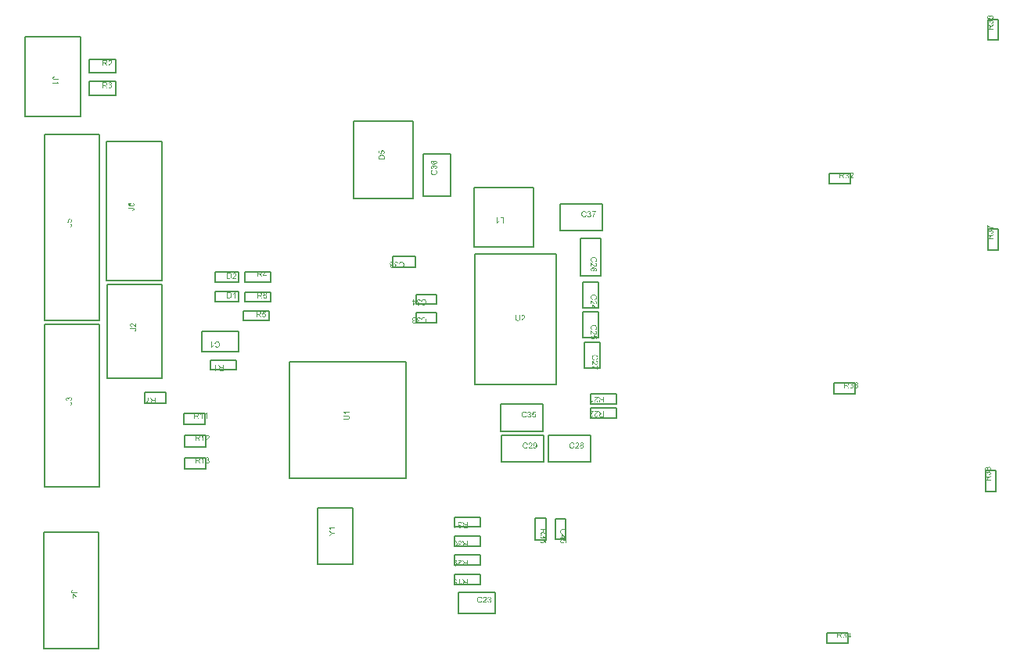
<source format=gbr>
%FSTAX23Y23*%
%MOIN*%
%SFA1B1*%

%IPPOS*%
%ADD15C,0.007870*%
%LNpcb_top_assembly-1*%
%LPD*%
G36*
X03695Y02013D02*
X03675D01*
X03675Y02013*
X03675Y02013*
X03675Y02012*
X03675Y02012*
X03676Y02012*
X03676Y02011*
X03677Y02011*
X03677Y0201*
Y0201*
X03677Y0201*
X03677Y0201*
X03677Y02009*
X03678Y02009*
X03678Y02008*
X03678Y02008*
X03678Y02007*
X03679Y02007*
X03676*
Y02007*
X03675Y02007*
X03675Y02007*
X03675Y02007*
X03675Y02007*
X03675Y02008*
X03675Y02008*
X03674Y02009*
X03674Y0201*
X03673Y0201*
X03673Y02011*
X03673Y02011*
X03673Y02011*
X03672Y02011*
X03672Y02012*
X03672Y02012*
X03671Y02012*
X03671Y02013*
X0367Y02013*
X0367Y02014*
X03669Y02014*
Y02016*
X03695*
Y02013*
G37*
G36*
X03684Y01993D02*
X03695D01*
Y01989*
X03684*
X03669Y0198*
Y01984*
X03677Y01988*
X03677*
X03677Y01989*
X03677Y01989*
X03677Y01989*
X03678Y01989*
X03678Y01989*
X03678Y01989*
X03679Y0199*
X0368Y0199*
X0368Y01991*
X03681Y01991*
X03681*
X03681Y01991*
X03681Y01991*
X03681Y01991*
X03681Y01991*
X0368Y01992*
X0368Y01992*
X03679Y01992*
X03678Y01993*
X03678Y01993*
X03677Y01994*
X03669Y01999*
Y02003*
X03684Y01993*
G37*
G36*
X04484Y02908D02*
Y02908D01*
Y02908*
Y02908*
Y02908*
X04484Y02907*
Y02907*
X04484Y02906*
X04484Y02906*
X04484Y02905*
X04484Y02904*
X04484Y02903*
X04484Y02903*
X04483Y02902*
Y02902*
X04483Y02902*
X04483Y02902*
X04483Y02902*
X04483Y02901*
X04483Y02901*
X04482Y029*
X04482Y029*
X04481Y02899*
X0448Y02898*
X0448*
X0448Y02898*
X0448Y02898*
X0448Y02898*
X0448Y02898*
X04479Y02898*
X04479Y02898*
X04479Y02898*
X04478Y02898*
X04478Y02898*
X04477Y02897*
X04477Y02897*
X04476Y02897*
X04476Y02897*
X04474Y02897*
X04474*
X04474Y02897*
X04474*
X04473Y02897*
X04473Y02897*
X04472Y02897*
X04471Y02897*
X04471Y02898*
X0447Y02898*
X04469Y02898*
X04469*
X04469Y02898*
X04468Y02898*
X04468Y02899*
X04468Y02899*
X04467Y02899*
X04467Y029*
X04466Y029*
X04466Y02901*
X04465Y02902*
Y02902*
X04465Y02902*
X04465Y02902*
X04465Y02902*
X04465Y02902*
X04465Y02903*
X04465Y02903*
X04465Y02904*
X04465Y02904*
X04465Y02904*
X04465Y02905*
X04465Y02905*
X04465Y02906*
X04465Y02907*
X04465Y02907*
Y02908*
Y02923*
X04468*
Y02908*
Y02908*
Y02908*
Y02908*
Y02908*
X04468Y02907*
Y02907*
X04468Y02906*
X04468Y02906*
X04468Y02905*
X04468Y02904*
X04468Y02904*
X04468Y02903*
X04468Y02903*
X04469Y02903*
X04469Y02903*
X04469Y02902*
X04469Y02902*
X0447Y02902*
X0447Y02901*
X04471Y02901*
X04471Y02901*
X04471Y02901*
X04471Y02901*
X04472Y02901*
X04472Y029*
X04473Y029*
X04473Y029*
X04474Y029*
X04475*
X04475Y029*
X04475*
X04475Y029*
X04476Y029*
X04477Y02901*
X04478Y02901*
X04479Y02901*
X04479Y02901*
X04479Y02902*
X04479Y02902*
X04479Y02902*
X0448Y02902*
X0448Y02902*
X0448Y02902*
X0448Y02903*
X0448Y02903*
X0448Y02903*
X0448Y02904*
X0448Y02904*
X04481Y02905*
X04481Y02905*
X04481Y02906*
X04481Y02907*
X04481Y02907*
Y02908*
Y02923*
X04484*
Y02908*
G37*
G36*
X04498Y02923D02*
X04498Y02923D01*
X04498Y02923*
X04499Y02923*
X04499Y02923*
X045Y02922*
X04501Y02922*
X04501Y02922*
X04502Y02921*
X04502Y02921*
X04503Y02921*
X04503Y02921*
X04503Y02921*
X04503Y02921*
X04503Y0292*
X04503Y0292*
X04503Y0292*
X04504Y0292*
X04504Y02919*
X04504Y02919*
X04505Y02918*
X04505Y02917*
X04505Y02917*
X04505Y02916*
X04505Y02916*
Y02916*
Y02916*
X04505Y02915*
X04505Y02915*
X04505Y02914*
X04505Y02914*
X04504Y02913*
X04504Y02913*
X04504Y02913*
X04504Y02913*
X04504Y02912*
X04504Y02912*
X04503Y02911*
X04503Y02911*
X04503Y0291*
X04502Y0291*
X04502Y0291*
X04502Y02909*
X04502Y02909*
X04501Y02909*
X04501Y02909*
X04501Y02909*
X04501Y02908*
X045Y02908*
X045Y02908*
X045Y02907*
X04499Y02907*
X04499Y02906*
X04498Y02906*
X04497Y02905*
X04497Y02905*
X04497Y02905*
X04497Y02905*
X04497Y02905*
X04497Y02905*
X04496Y02905*
X04496Y02904*
X04495Y02904*
X04495Y02903*
X04494Y02903*
X04494Y02902*
X04494Y02902*
X04494Y02902*
X04494Y02902*
X04493Y02902*
X04493Y02902*
X04493Y02901*
X04493Y02901*
X04492Y02901*
X04505*
Y02898*
X04488*
Y02898*
Y02898*
Y02898*
X04488Y02898*
X04488Y02899*
X04488Y02899*
X04488Y02899*
X04489Y029*
Y029*
X04489Y029*
X04489Y029*
X04489Y029*
X04489Y02901*
X04489Y02901*
X0449Y02902*
X0449Y02902*
X04491Y02903*
Y02903*
X04491Y02903*
X04491Y02903*
X04491Y02904*
X04492Y02904*
X04492Y02905*
X04493Y02905*
X04494Y02906*
X04495Y02907*
X04495Y02907*
X04495Y02907*
X04495Y02907*
X04495Y02907*
X04496Y02908*
X04496Y02908*
X04496Y02908*
X04497Y02909*
X04498Y0291*
X04499Y0291*
X04499Y02911*
X045Y02911*
X045Y02912*
X045Y02912*
Y02912*
X045Y02912*
X045Y02912*
X045Y02912*
X04501Y02913*
X04501Y02913*
X04501Y02914*
X04501Y02915*
X04502Y02915*
X04502Y02916*
Y02916*
Y02916*
X04502Y02916*
X04502Y02917*
X04501Y02917*
X04501Y02917*
X04501Y02918*
X04501Y02918*
X045Y02919*
X045Y02919*
X045Y02919*
X045Y02919*
X04499Y0292*
X04499Y0292*
X04498Y0292*
X04498Y0292*
X04497Y0292*
X04497*
X04497Y0292*
X04496Y0292*
X04496Y0292*
X04495Y0292*
X04494Y0292*
X04494Y02919*
X04493Y02919*
X04493Y02919*
X04493Y02919*
X04493Y02918*
X04493Y02918*
X04492Y02917*
X04492Y02917*
X04492Y02916*
X04492Y02915*
X04489Y02916*
Y02916*
X04489Y02916*
Y02916*
X04489Y02916*
X04489Y02916*
X04489Y02917*
X04489Y02917*
X04489Y02918*
X04489Y02918*
X0449Y02919*
X0449Y0292*
X0449Y0292*
X04491Y02921*
X04491Y02921*
X04491Y02921*
X04491Y02921*
X04491Y02921*
X04492Y02921*
X04492Y02921*
X04492Y02922*
X04492Y02922*
X04493Y02922*
X04493Y02922*
X04494Y02922*
X04494Y02922*
X04495Y02923*
X04495Y02923*
X04496Y02923*
X04496Y02923*
X04497Y02923*
X04497*
X04498Y02923*
G37*
G36*
X025Y03936D02*
X025D01*
X025*
X025*
X02499Y03936*
X02499Y03936*
X02499*
X02498Y03936*
X02498Y03936*
X02497Y03936*
X02496Y03935*
X02496Y03935*
X02496Y03935*
X02496Y03935*
X02496Y03935*
X02496Y03935*
X02495Y03934*
X02495Y03934*
X02495Y03934*
X02495Y03933*
X02495Y03932*
Y03932*
X02495Y03932*
X02495Y03932*
X02495Y03931*
X02495Y03931*
X02495Y03931*
X02495Y0393*
X02495Y0393*
X02495Y0393*
X02496Y0393*
X02496Y0393*
X02496Y0393*
X02496Y03929*
X02497Y03929*
X02497Y03929*
X02497*
X02497Y03929*
X02497Y03929*
X02498Y03929*
X02498Y03929*
X02499Y03929*
X02499Y03929*
X025*
X02517*
Y03925*
X025*
X025*
X025*
X025*
X025*
X02499Y03925*
X02499*
X02498Y03925*
X02498Y03926*
X02497Y03926*
X02496Y03926*
X02495Y03926*
X02495*
X02495Y03926*
X02495Y03926*
X02495Y03926*
X02494Y03927*
X02494Y03927*
X02494Y03928*
X02493Y03928*
X02493Y03929*
X02493Y03929*
X02493Y03929*
X02492Y03929*
X02492Y0393*
X02492Y0393*
X02492Y03931*
X02492Y03932*
X02492Y03932*
Y03933*
X02492Y03933*
X02492Y03933*
X02492Y03934*
X02492Y03934*
X02492Y03935*
X02493Y03936*
X02493Y03936*
X02493Y03937*
X02493Y03937*
X02494Y03938*
X02494Y03938*
X02494Y03938*
X02494Y03938*
X02494Y03938*
X02494Y03938*
X02495Y03938*
X02495Y03938*
X02495Y03938*
X02495Y03939*
X02496Y03939*
X02496Y03939*
X02497Y03939*
X02497Y03939*
X02498Y03939*
X02499Y03939*
X02499*
X025Y03936*
G37*
G36*
X02511Y03919D02*
X02511Y03919D01*
X02511Y03919*
X02511Y03918*
X02512Y03918*
X02512Y03918*
X02512Y03917*
X02512Y03917*
X02513Y03916*
X02514Y03915*
X02514Y03914*
X02514Y03914*
X02514Y03914*
X02514Y03914*
X02514Y03914*
X02515Y03914*
X02515Y03913*
X02516Y03913*
X02516Y03912*
X02517Y03912*
X02518Y03912*
Y0391*
X02492*
Y03913*
X02512*
X02512Y03913*
X02512Y03913*
X02512Y03913*
X02511Y03913*
X02511Y03914*
X02511Y03914*
X0251Y03915*
X0251Y03916*
Y03916*
X0251Y03916*
X0251Y03916*
X02509Y03916*
X02509Y03917*
X02509Y03917*
X02509Y03918*
X02508Y03918*
X02508Y03919*
X02511*
Y03919*
G37*
G36*
X04052Y02913D02*
X04052Y02912D01*
X04053Y02912*
X04053Y02912*
X04053Y02912*
X04054Y02912*
X04055Y02912*
X04056Y02912*
X04056Y02911*
X04056Y02911*
X04057Y02911*
X04057Y02911*
X04057Y0291*
X04057Y0291*
X04057Y0291*
X04057Y0291*
X04058Y0291*
X04058Y0291*
X04058Y02909*
X04058Y02909*
X04058Y02908*
X04059Y02908*
X04059Y02907*
X04059Y02906*
X04059Y02905*
X04056Y02905*
Y02905*
X04056Y02905*
X04056Y02905*
X04056Y02906*
X04056Y02906*
X04056Y02906*
X04056Y02907*
X04056Y02907*
X04055Y02908*
X04055Y02908*
X04054Y02909*
X04054Y02909*
X04054Y02909*
X04054Y02909*
X04054Y02909*
X04053Y0291*
X04053Y0291*
X04052Y0291*
X04051Y0291*
X04051*
X04051Y0291*
X04051Y0291*
X0405Y0291*
X04049Y0291*
X04049Y02909*
X04048Y02909*
X04048Y02909*
X04048Y02908*
X04047Y02908*
X04047Y02908*
X04047Y02907*
X04047Y02907*
X04046Y02906*
X04046Y02906*
X04046Y02905*
Y02905*
Y02905*
Y02905*
X04046Y02904*
X04046Y02904*
X04046Y02904*
X04046Y02903*
X04047Y02902*
X04047Y02902*
X04048Y02901*
X04048Y02901*
X04048Y02901*
X04048Y02901*
X04049Y02901*
X04049Y029*
X0405Y029*
X0405Y029*
X04051Y029*
X04051*
X04052Y029*
X04052Y029*
X04052Y029*
X04053Y029*
X04053Y029*
X04053Y02897*
X04053*
X04053Y02897*
X04052*
X04052Y02897*
X04051Y02897*
X04051Y02897*
X0405Y02897*
X04049Y02897*
X04049Y02896*
X04049*
X04049Y02896*
X04049Y02896*
X04048Y02896*
X04048Y02896*
X04048Y02895*
X04048Y02895*
X04047Y02894*
X04047Y02894*
Y02893*
Y02893*
Y02893*
Y02893*
X04047Y02893*
X04047Y02892*
X04048Y02892*
X04048Y02891*
X04048Y02891*
X04048Y02891*
X04048Y0289*
X04049Y0289*
X04049Y0289*
X04049Y0289*
X0405Y0289*
X0405Y0289*
X04051Y02889*
X04051Y02889*
X04052*
X04052Y02889*
X04052Y0289*
X04053Y0289*
X04053Y0289*
X04054Y0289*
X04054Y02891*
X04054Y02891*
X04055Y02891*
X04055Y02891*
X04055Y02891*
X04055Y02892*
X04056Y02892*
X04056Y02893*
X04056Y02894*
X04059Y02893*
Y02893*
X04059Y02893*
X04059Y02893*
X04059Y02893*
X04059Y02893*
X04059Y02892*
X04059Y02892*
X04058Y02891*
X04058Y0289*
X04057Y02889*
X04056Y02889*
X04056Y02889*
X04056Y02888*
X04056Y02888*
X04056Y02888*
X04056Y02888*
X04056Y02888*
X04055Y02888*
X04055Y02888*
X04054Y02887*
X04054Y02887*
X04053Y02887*
X04052Y02887*
X04051*
X04051Y02887*
X0405Y02887*
X0405Y02887*
X04049Y02887*
X04048Y02887*
X04048Y02888*
X04048*
X04048Y02888*
X04047Y02888*
X04047Y02888*
X04047Y02888*
X04046Y02889*
X04046Y02889*
X04045Y0289*
X04045Y0289*
X04045Y0289*
X04045Y0289*
X04045Y02891*
X04045Y02891*
X04044Y02892*
X04044Y02892*
X04044Y02893*
X04044Y02893*
Y02893*
Y02894*
X04044Y02894*
X04044Y02894*
X04044Y02895*
X04045Y02895*
X04045Y02896*
X04045Y02896*
X04045Y02896*
X04045Y02897*
X04045Y02897*
X04046Y02897*
X04046Y02897*
X04046Y02898*
X04047Y02898*
X04048Y02898*
X04048*
X04047Y02899*
X04047Y02899*
X04047Y02899*
X04047Y02899*
X04046Y02899*
X04046Y02899*
X04045Y029*
X04045Y029*
X04044Y02901*
X04044Y02901*
X04044Y02901*
X04044Y02901*
X04043Y02902*
X04043Y02902*
X04043Y02903*
X04043Y02904*
X04043Y02905*
Y02905*
Y02905*
Y02905*
X04043Y02905*
X04043Y02906*
X04043Y02906*
X04043Y02906*
X04043Y02907*
X04043Y02908*
X04044Y02908*
X04044Y02908*
X04044Y02909*
X04045Y02909*
X04045Y0291*
X04045Y0291*
X04045Y0291*
X04045Y0291*
X04046Y0291*
X04046Y02911*
X04046Y02911*
X04046Y02911*
X04047Y02911*
X04047Y02911*
X04047Y02912*
X04048Y02912*
X04048Y02912*
X04049Y02912*
X04049Y02912*
X0405Y02912*
X04051Y02913*
X04051Y02913*
X04052*
X04052Y02913*
G37*
G36*
X04032D02*
X04033Y02912D01*
X04033Y02912*
X04033Y02912*
X04034Y02912*
X04035Y02912*
X04036Y02912*
X04036Y02912*
X04036Y02911*
X04037Y02911*
X04037Y02911*
X04037Y02911*
X04037Y0291*
X04038Y0291*
X04038Y0291*
X04038Y0291*
X04038Y0291*
X04038Y0291*
X04038Y02909*
X04039Y02909*
X04039Y02908*
X04039Y02908*
X0404Y02907*
X0404Y02906*
X0404Y02905*
X04037Y02905*
Y02905*
X04037Y02905*
X04037Y02905*
X04037Y02906*
X04037Y02906*
X04036Y02906*
X04036Y02907*
X04036Y02907*
X04036Y02908*
X04035Y02908*
X04035Y02909*
X04035Y02909*
X04035Y02909*
X04034Y02909*
X04034Y02909*
X04034Y0291*
X04033Y0291*
X04032Y0291*
X04032Y0291*
X04032*
X04031Y0291*
X04031Y0291*
X0403Y0291*
X0403Y0291*
X04029Y02909*
X04029Y02909*
X04028Y02909*
X04028Y02908*
X04028Y02908*
X04028Y02908*
X04027Y02907*
X04027Y02907*
X04027Y02906*
X04027Y02906*
X04027Y02905*
Y02905*
Y02905*
Y02905*
X04027Y02904*
X04027Y02904*
X04027Y02904*
X04027Y02903*
X04027Y02902*
X04028Y02902*
X04028Y02901*
X04028Y02901*
X04028Y02901*
X04029Y02901*
X04029Y02901*
X04029Y029*
X0403Y029*
X04031Y029*
X04032Y029*
X04032*
X04032Y029*
X04032Y029*
X04033Y029*
X04033Y029*
X04034Y029*
X04033Y02897*
X04033*
X04033Y02897*
X04033*
X04032Y02897*
X04032Y02897*
X04031Y02897*
X0403Y02897*
X0403Y02897*
X04029Y02896*
X04029*
X04029Y02896*
X04029Y02896*
X04029Y02896*
X04028Y02896*
X04028Y02895*
X04028Y02895*
X04028Y02894*
X04028Y02894*
Y02893*
Y02893*
Y02893*
Y02893*
X04028Y02893*
X04028Y02892*
X04028Y02892*
X04028Y02891*
X04028Y02891*
X04029Y02891*
X04029Y0289*
X04029Y0289*
X04029Y0289*
X0403Y0289*
X0403Y0289*
X04031Y0289*
X04031Y02889*
X04032Y02889*
X04032*
X04032Y02889*
X04033Y0289*
X04033Y0289*
X04034Y0289*
X04034Y0289*
X04035Y02891*
X04035Y02891*
X04035Y02891*
X04035Y02891*
X04035Y02891*
X04036Y02892*
X04036Y02892*
X04036Y02893*
X04036Y02894*
X04039Y02893*
Y02893*
X04039Y02893*
X04039Y02893*
X04039Y02893*
X04039Y02893*
X04039Y02892*
X04039Y02892*
X04039Y02891*
X04038Y0289*
X04038Y02889*
X04037Y02889*
X04037Y02889*
X04037Y02888*
X04037Y02888*
X04037Y02888*
X04036Y02888*
X04036Y02888*
X04036Y02888*
X04036Y02888*
X04035Y02887*
X04034Y02887*
X04033Y02887*
X04032Y02887*
X04032*
X04031Y02887*
X04031Y02887*
X0403Y02887*
X04029Y02887*
X04029Y02887*
X04028Y02888*
X04028*
X04028Y02888*
X04028Y02888*
X04028Y02888*
X04027Y02888*
X04027Y02889*
X04026Y02889*
X04026Y0289*
X04025Y0289*
X04025Y0289*
X04025Y0289*
X04025Y02891*
X04025Y02891*
X04025Y02892*
X04025Y02892*
X04025Y02893*
X04025Y02893*
Y02893*
Y02894*
X04025Y02894*
X04025Y02894*
X04025Y02895*
X04025Y02895*
X04025Y02896*
X04025Y02896*
X04025Y02896*
X04026Y02897*
X04026Y02897*
X04026Y02897*
X04026Y02897*
X04027Y02898*
X04027Y02898*
X04028Y02898*
X04028*
X04028Y02899*
X04028Y02899*
X04028Y02899*
X04027Y02899*
X04027Y02899*
X04026Y02899*
X04026Y029*
X04025Y029*
X04025Y02901*
X04024Y02901*
X04024Y02901*
X04024Y02901*
X04024Y02902*
X04024Y02902*
X04023Y02903*
X04023Y02904*
X04023Y02905*
Y02905*
Y02905*
Y02905*
X04023Y02905*
X04023Y02906*
X04023Y02906*
X04023Y02906*
X04024Y02907*
X04024Y02908*
X04024Y02908*
X04024Y02908*
X04025Y02909*
X04025Y02909*
X04025Y0291*
X04026Y0291*
X04026Y0291*
X04026Y0291*
X04026Y0291*
X04026Y02911*
X04026Y02911*
X04027Y02911*
X04027Y02911*
X04027Y02911*
X04028Y02912*
X04028Y02912*
X04029Y02912*
X04029Y02912*
X0403Y02912*
X0403Y02912*
X04031Y02913*
X04032Y02913*
X04032*
X04032Y02913*
G37*
G36*
X04073D02*
X04074D01*
X04074Y02912*
X04075Y02912*
X04075Y02912*
X04076Y02912*
X04077Y02912*
X04078Y02911*
X04079Y02911*
X04079Y02911*
X04079Y02911*
X04079Y02911*
X0408Y02911*
X0408Y02911*
X0408Y0291*
X0408Y0291*
X0408Y0291*
X04081Y0291*
X04081Y02909*
X04081Y02909*
X04082Y02908*
X04083Y02907*
X04083Y02906*
Y02906*
X04083Y02906*
X04083Y02906*
X04083Y02906*
X04083Y02905*
X04084Y02905*
X04084Y02905*
X04084Y02904*
X04084Y02904*
X04084Y02903*
X04084Y02902*
X04084Y02901*
X04085Y02899*
Y02899*
Y02899*
Y02899*
X04084Y02899*
Y02898*
X04084Y02898*
X04084Y02897*
X04084Y02897*
X04084Y02896*
X04084Y02895*
X04084Y02894*
X04083Y02893*
X04083Y02892*
X04083Y02892*
X04083Y02892*
X04083Y02892*
X04083Y02892*
X04082Y02891*
X04082Y02891*
X04081Y0289*
X04081Y02889*
X0408Y02889*
X04079Y02888*
X04079Y02888*
X04079Y02888*
X04078Y02888*
X04078Y02888*
X04078Y02888*
X04078Y02888*
X04077Y02887*
X04077Y02887*
X04076Y02887*
X04076Y02887*
X04075Y02887*
X04074Y02887*
X04073Y02887*
X04072*
X04072Y02887*
X04072Y02887*
X04071Y02887*
X04071Y02887*
X0407Y02887*
X04069Y02887*
X04068Y02887*
X04068Y02888*
X04067Y02888*
X04067Y02888*
X04066Y02888*
X04066Y02888*
X04066Y02889*
X04066Y02889*
X04066Y02889*
X04066Y02889*
X04065Y02889*
X04065Y0289*
X04065Y0289*
X04065Y0289*
X04064Y02891*
X04064Y02891*
X04064Y02892*
X04063Y02892*
X04063Y02893*
X04063Y02893*
X04063Y02894*
X04066Y02895*
Y02895*
X04066Y02895*
X04066Y02894*
X04066Y02894*
X04066Y02894*
X04066Y02894*
X04067Y02893*
X04067Y02892*
X04067Y02892*
X04068Y02891*
X04069Y02891*
X04069Y02891*
X04069Y0289*
X04069Y0289*
X0407Y0289*
X0407Y0289*
X04071Y0289*
X04072Y02889*
X04073Y02889*
X04073*
X04073Y02889*
X04073*
X04074Y02889*
X04074Y0289*
X04075Y0289*
X04076Y0289*
X04077Y0289*
X04078Y02891*
X04078*
X04078Y02891*
X04078Y02891*
X04078Y02891*
X04079Y02892*
X04079Y02892*
X0408Y02893*
X0408Y02894*
X0408Y02895*
Y02895*
X0408Y02895*
X0408Y02895*
X0408Y02895*
X04081Y02895*
X04081Y02895*
X04081Y02896*
X04081Y02897*
X04081Y02898*
X04081Y02898*
X04081Y02899*
Y02899*
Y02899*
Y029*
Y029*
X04081Y029*
Y029*
X04081Y02901*
X04081Y02901*
X04081Y02902*
X04081Y02903*
X0408Y02904*
X0408Y02905*
Y02905*
X0408Y02905*
X0408Y02905*
X0408Y02905*
X0408Y02906*
X04079Y02906*
X04079Y02907*
X04079Y02908*
X04078Y02908*
X04077Y02909*
X04077*
X04077Y02909*
X04077Y02909*
X04077Y02909*
X04077Y02909*
X04076Y02909*
X04076Y02909*
X04075Y02909*
X04075Y0291*
X04074Y0291*
X04073Y0291*
X04073*
X04072Y0291*
X04072*
X04072Y0291*
X04071Y0291*
X04071Y02909*
X0407Y02909*
X04069Y02909*
X04069Y02908*
X04068Y02908*
X04068Y02908*
X04068Y02908*
X04068Y02908*
X04068Y02908*
X04068Y02908*
X04068Y02907*
X04067Y02907*
X04067Y02907*
X04067Y02907*
X04067Y02906*
X04066Y02906*
X04066Y02905*
X04066Y02905*
X04066Y02904*
X04066Y02904*
X04066Y02903*
X04062Y02904*
Y02904*
X04062Y02904*
X04062Y02905*
X04062Y02905*
X04063Y02905*
X04063Y02906*
X04063Y02906*
X04063Y02906*
X04064Y02908*
X04064Y02909*
X04065Y02909*
X04065Y0291*
X04066Y0291*
X04066Y0291*
X04066Y0291*
X04066Y02911*
X04066Y02911*
X04066Y02911*
X04067Y02911*
X04067Y02911*
X04067Y02911*
X04068Y02911*
X04068Y02912*
X04069Y02912*
X04069Y02912*
X0407Y02912*
X04071Y02912*
X04071Y02912*
X04072Y02913*
X04073Y02913*
X04073*
X04073Y02913*
G37*
G36*
X04052Y02989D02*
X04052Y02989D01*
X04053Y02989*
X04053Y02989*
X04053Y02989*
X04054Y02989*
X04055Y02989*
X04056Y02988*
X04056Y02988*
X04056Y02988*
X04057Y02988*
X04057Y02988*
X04057Y02987*
X04057Y02987*
X04057Y02987*
X04057Y02987*
X04058Y02987*
X04058Y02986*
X04058Y02986*
X04058Y02986*
X04058Y02985*
X04059Y02985*
X04059Y02984*
X04059Y02983*
X04059Y02982*
X04056Y02982*
Y02982*
X04056Y02982*
X04056Y02982*
X04056Y02982*
X04056Y02983*
X04056Y02983*
X04056Y02983*
X04056Y02984*
X04055Y02985*
X04055Y02985*
X04054Y02986*
X04054Y02986*
X04054Y02986*
X04054Y02986*
X04054Y02986*
X04053Y02987*
X04053Y02987*
X04052Y02987*
X04051Y02987*
X04051*
X04051Y02987*
X04051Y02987*
X0405Y02987*
X04049Y02987*
X04049Y02986*
X04048Y02986*
X04048Y02985*
X04048Y02985*
X04047Y02985*
X04047Y02985*
X04047Y02984*
X04047Y02984*
X04046Y02983*
X04046Y02983*
X04046Y02982*
Y02982*
Y02982*
Y02981*
X04046Y02981*
X04046Y02981*
X04046Y0298*
X04046Y0298*
X04047Y02979*
X04047Y02979*
X04048Y02978*
X04048Y02978*
X04048Y02978*
X04048Y02978*
X04049Y02977*
X04049Y02977*
X0405Y02977*
X0405Y02977*
X04051Y02977*
X04051*
X04052Y02977*
X04052Y02977*
X04052Y02977*
X04053Y02977*
X04053Y02977*
X04053Y02974*
X04053*
X04053Y02974*
X04052*
X04052Y02974*
X04051Y02974*
X04051Y02974*
X0405Y02974*
X04049Y02974*
X04049Y02973*
X04049*
X04049Y02973*
X04049Y02973*
X04048Y02973*
X04048Y02973*
X04048Y02972*
X04048Y02972*
X04047Y02971*
X04047Y02971*
Y0297*
Y0297*
Y0297*
Y0297*
X04047Y0297*
X04047Y02969*
X04048Y02969*
X04048Y02968*
X04048Y02968*
X04048Y02967*
X04048Y02967*
X04049Y02967*
X04049Y02967*
X04049Y02967*
X0405Y02967*
X0405Y02967*
X04051Y02966*
X04051Y02966*
X04052*
X04052Y02966*
X04052Y02966*
X04053Y02967*
X04053Y02967*
X04054Y02967*
X04054Y02967*
X04054Y02967*
X04055Y02968*
X04055Y02968*
X04055Y02968*
X04055Y02969*
X04056Y02969*
X04056Y0297*
X04056Y02971*
X04059Y0297*
Y0297*
X04059Y0297*
X04059Y0297*
X04059Y0297*
X04059Y0297*
X04059Y02969*
X04059Y02969*
X04058Y02968*
X04058Y02967*
X04057Y02966*
X04056Y02965*
X04056Y02965*
X04056Y02965*
X04056Y02965*
X04056Y02965*
X04056Y02965*
X04056Y02965*
X04055Y02965*
X04055Y02965*
X04054Y02964*
X04054Y02964*
X04053Y02964*
X04052Y02964*
X04051*
X04051Y02964*
X0405Y02964*
X0405Y02964*
X04049Y02964*
X04048Y02964*
X04048Y02965*
X04048*
X04048Y02965*
X04047Y02965*
X04047Y02965*
X04047Y02965*
X04046Y02966*
X04046Y02966*
X04045Y02967*
X04045Y02967*
X04045Y02967*
X04045Y02967*
X04045Y02968*
X04045Y02968*
X04044Y02969*
X04044Y02969*
X04044Y0297*
X04044Y0297*
Y0297*
Y02971*
X04044Y02971*
X04044Y02971*
X04044Y02972*
X04045Y02972*
X04045Y02973*
X04045Y02973*
X04045Y02973*
X04045Y02974*
X04045Y02974*
X04046Y02974*
X04046Y02974*
X04046Y02975*
X04047Y02975*
X04048Y02975*
X04048*
X04047Y02975*
X04047Y02975*
X04047Y02976*
X04047Y02976*
X04046Y02976*
X04046Y02976*
X04045Y02977*
X04045Y02977*
X04044Y02978*
X04044Y02978*
X04044Y02978*
X04044Y02978*
X04043Y02979*
X04043Y02979*
X04043Y0298*
X04043Y02981*
X04043Y02982*
Y02982*
Y02982*
Y02982*
X04043Y02982*
X04043Y02982*
X04043Y02983*
X04043Y02983*
X04043Y02984*
X04043Y02984*
X04044Y02985*
X04044Y02985*
X04044Y02986*
X04045Y02986*
X04045Y02987*
X04045Y02987*
X04045Y02987*
X04045Y02987*
X04046Y02987*
X04046Y02988*
X04046Y02988*
X04046Y02988*
X04047Y02988*
X04047Y02988*
X04047Y02989*
X04048Y02989*
X04048Y02989*
X04049Y02989*
X04049Y02989*
X0405Y02989*
X04051Y02989*
X04051Y0299*
X04052*
X04052Y02989*
G37*
G36*
X04073D02*
X04074D01*
X04074Y02989*
X04075Y02989*
X04075Y02989*
X04076Y02989*
X04077Y02989*
X04078Y02988*
X04079Y02988*
X04079Y02988*
X04079Y02988*
X04079Y02988*
X0408Y02988*
X0408Y02988*
X0408Y02987*
X0408Y02987*
X0408Y02987*
X04081Y02987*
X04081Y02986*
X04081Y02986*
X04082Y02985*
X04083Y02984*
X04083Y02983*
Y02983*
X04083Y02983*
X04083Y02983*
X04083Y02983*
X04083Y02982*
X04084Y02982*
X04084Y02981*
X04084Y02981*
X04084Y02981*
X04084Y0298*
X04084Y02979*
X04084Y02978*
X04085Y02976*
Y02976*
Y02976*
Y02976*
X04084Y02976*
Y02975*
X04084Y02975*
X04084Y02974*
X04084Y02974*
X04084Y02973*
X04084Y02972*
X04084Y02971*
X04083Y02969*
X04083Y02969*
X04083Y02969*
X04083Y02969*
X04083Y02969*
X04083Y02969*
X04082Y02968*
X04082Y02968*
X04081Y02967*
X04081Y02966*
X0408Y02966*
X04079Y02965*
X04079Y02965*
X04079Y02965*
X04078Y02965*
X04078Y02965*
X04078Y02965*
X04078Y02964*
X04077Y02964*
X04077Y02964*
X04076Y02964*
X04076Y02964*
X04075Y02964*
X04074Y02964*
X04073Y02963*
X04072*
X04072Y02963*
X04072Y02964*
X04071Y02964*
X04071Y02964*
X0407Y02964*
X04069Y02964*
X04068Y02964*
X04068Y02964*
X04067Y02965*
X04067Y02965*
X04066Y02965*
X04066Y02965*
X04066Y02965*
X04066Y02966*
X04066Y02966*
X04066Y02966*
X04065Y02966*
X04065Y02966*
X04065Y02967*
X04065Y02967*
X04064Y02968*
X04064Y02968*
X04064Y02968*
X04063Y02969*
X04063Y0297*
X04063Y0297*
X04063Y02971*
X04066Y02972*
Y02972*
X04066Y02971*
X04066Y02971*
X04066Y02971*
X04066Y02971*
X04066Y02971*
X04067Y0297*
X04067Y02969*
X04067Y02969*
X04068Y02968*
X04069Y02968*
X04069Y02967*
X04069Y02967*
X04069Y02967*
X0407Y02967*
X0407Y02967*
X04071Y02966*
X04072Y02966*
X04073Y02966*
X04073*
X04073Y02966*
X04073*
X04074Y02966*
X04074Y02966*
X04075Y02967*
X04076Y02967*
X04077Y02967*
X04078Y02968*
X04078*
X04078Y02968*
X04078Y02968*
X04078Y02968*
X04079Y02969*
X04079Y02969*
X0408Y0297*
X0408Y02971*
X0408Y02971*
Y02971*
X0408Y02972*
X0408Y02972*
X0408Y02972*
X04081Y02972*
X04081Y02972*
X04081Y02973*
X04081Y02974*
X04081Y02974*
X04081Y02975*
X04081Y02976*
Y02976*
Y02976*
Y02977*
Y02977*
X04081Y02977*
Y02977*
X04081Y02978*
X04081Y02978*
X04081Y02979*
X04081Y0298*
X0408Y02981*
X0408Y02982*
Y02982*
X0408Y02982*
X0408Y02982*
X0408Y02982*
X0408Y02983*
X04079Y02983*
X04079Y02984*
X04079Y02984*
X04078Y02985*
X04077Y02986*
X04077*
X04077Y02986*
X04077Y02986*
X04077Y02986*
X04077Y02986*
X04076Y02986*
X04076Y02986*
X04075Y02986*
X04075Y02986*
X04074Y02987*
X04073Y02987*
X04073*
X04072Y02987*
X04072*
X04072Y02987*
X04071Y02986*
X04071Y02986*
X0407Y02986*
X04069Y02986*
X04069Y02985*
X04068Y02985*
X04068Y02985*
X04068Y02985*
X04068Y02985*
X04068Y02985*
X04068Y02985*
X04068Y02984*
X04067Y02984*
X04067Y02984*
X04067Y02984*
X04067Y02983*
X04066Y02983*
X04066Y02982*
X04066Y02982*
X04066Y02981*
X04066Y02981*
X04066Y0298*
X04062Y02981*
Y02981*
X04062Y02981*
X04062Y02981*
X04062Y02982*
X04063Y02982*
X04063Y02983*
X04063Y02983*
X04063Y02983*
X04064Y02984*
X04064Y02985*
X04065Y02986*
X04065Y02986*
X04066Y02987*
X04066Y02987*
X04066Y02987*
X04066Y02987*
X04066Y02988*
X04066Y02988*
X04067Y02988*
X04067Y02988*
X04067Y02988*
X04068Y02988*
X04068Y02989*
X04069Y02989*
X04069Y02989*
X0407Y02989*
X04071Y02989*
X04071Y02989*
X04072Y02989*
X04073Y0299*
X04073*
X04073Y02989*
G37*
G36*
X0403Y02983D02*
X04041D01*
Y0298*
X04029Y02964*
X04027*
Y0298*
X04023*
Y02983*
X04027*
Y02989*
X0403*
Y02983*
G37*
G36*
X04757Y03366D02*
X04757Y03365D01*
X04758Y03365*
X04758Y03365*
X04759Y03365*
X0476Y03365*
X04761Y03365*
X04761Y03365*
X04762Y03364*
X04762Y03364*
X04763Y03364*
X04763Y03364*
X04763Y03364*
X04763Y03363*
X04763Y03363*
X04763Y03363*
X04764Y03363*
X04764Y03363*
X04764Y03362*
X04764Y03362*
X04765Y03361*
X04765Y03361*
X04765Y03361*
X04766Y0336*
X04766Y03359*
X04766Y03359*
X04766Y03358*
X04763Y03357*
Y03357*
X04763Y03358*
X04763Y03358*
X04763Y03358*
X04763Y03358*
X04763Y03358*
X04762Y03359*
X04762Y0336*
X04762Y0336*
X04761Y03361*
X0476Y03361*
X0476Y03362*
X0476Y03362*
X0476Y03362*
X04759Y03362*
X04759Y03362*
X04758Y03363*
X04757Y03363*
X04756Y03363*
X04756*
X04756Y03363*
X04756*
X04755Y03363*
X04755Y03363*
X04754Y03362*
X04753Y03362*
X04752Y03362*
X04751Y03361*
X04751*
X04751Y03361*
X04751Y03361*
X04751Y03361*
X0475Y0336*
X0475Y0336*
X04749Y03359*
X04749Y03358*
X04749Y03358*
Y03358*
X04749Y03357*
X04749Y03357*
X04749Y03357*
X04749Y03357*
X04748Y03357*
X04748Y03356*
X04748Y03355*
X04748Y03355*
X04748Y03354*
X04748Y03353*
Y03353*
Y03353*
Y03352*
Y03352*
X04748Y03352*
Y03352*
X04748Y03351*
X04748Y03351*
X04748Y0335*
X04748Y03349*
X04749Y03348*
X04749Y03347*
Y03347*
X04749Y03347*
X04749Y03347*
X04749Y03347*
X04749Y03346*
X0475Y03346*
X0475Y03345*
X0475Y03345*
X04751Y03344*
X04752Y03344*
X04752*
X04752Y03343*
X04752Y03343*
X04752Y03343*
X04752Y03343*
X04753Y03343*
X04753Y03343*
X04754Y03343*
X04754Y03343*
X04755Y03342*
X04756Y03342*
X04756*
X04757Y03342*
X04757*
X04757Y03342*
X04758Y03343*
X04758Y03343*
X04759Y03343*
X0476Y03343*
X0476Y03344*
X04761Y03344*
X04761Y03344*
X04761Y03344*
X04761Y03344*
X04761Y03344*
X04761Y03344*
X04761Y03345*
X04762Y03345*
X04762Y03345*
X04762Y03345*
X04762Y03346*
X04763Y03346*
X04763Y03347*
X04763Y03347*
X04763Y03348*
X04763Y03348*
X04763Y03349*
X04767Y03348*
Y03348*
X04767Y03348*
X04767Y03348*
X04767Y03347*
X04766Y03347*
X04766Y03346*
X04766Y03346*
X04766Y03346*
X04765Y03345*
X04765Y03344*
X04764Y03343*
X04764Y03343*
X04764Y03342*
X04763Y03342*
X04763Y03342*
X04763Y03342*
X04763Y03341*
X04763Y03341*
X04762Y03341*
X04762Y03341*
X04762Y03341*
X04761Y03341*
X04761Y0334*
X0476Y0334*
X0476Y0334*
X04759Y0334*
X04758Y0334*
X04758Y0334*
X04757Y0334*
X04756Y0334*
X04756*
X04756Y0334*
X04755*
X04755Y0334*
X04754Y0334*
X04754Y0334*
X04753Y0334*
X04752Y0334*
X04751Y03341*
X0475Y03341*
X0475Y03341*
X0475Y03341*
X0475Y03341*
X04749Y03341*
X04749Y03341*
X04749Y03342*
X04749Y03342*
X04749Y03342*
X04748Y03342*
X04748Y03343*
X04748Y03343*
X04747Y03344*
X04746Y03345*
X04746Y03346*
Y03346*
X04746Y03346*
X04746Y03346*
X04746Y03346*
X04746Y03347*
X04745Y03347*
X04745Y03348*
X04745Y03348*
X04745Y03348*
X04745Y03349*
X04745Y0335*
X04745Y03351*
X04745Y03353*
Y03353*
Y03353*
Y03353*
X04745Y03353*
Y03354*
X04745Y03354*
X04745Y03355*
X04745Y03355*
X04745Y03356*
X04745Y03357*
X04745Y03358*
X04746Y0336*
X04746Y0336*
X04746Y0336*
X04746Y0336*
X04746Y0336*
X04746Y0336*
X04747Y03361*
X04747Y03361*
X04748Y03362*
X04748Y03363*
X04749Y03363*
X0475Y03364*
X0475Y03364*
X0475Y03364*
X04751Y03364*
X04751Y03364*
X04751Y03364*
X04751Y03365*
X04752Y03365*
X04752Y03365*
X04753Y03365*
X04753Y03365*
X04754Y03365*
X04755Y03365*
X04756Y03366*
X04757*
X04757Y03366*
G37*
G36*
X04778Y03365D02*
X04779Y03365D01*
X04779Y03365*
X0478Y03365*
X04781Y03365*
X04781Y03364*
X04781*
X04781Y03364*
X04782Y03364*
X04782Y03364*
X04782Y03364*
X04783Y03363*
X04783Y03363*
X04784Y03362*
X04784Y03362*
X04784Y03362*
X04784Y03362*
X04784Y03361*
X04784Y03361*
X04785Y0336*
X04785Y0336*
X04785Y03359*
X04785Y03359*
Y03359*
Y03358*
X04785Y03358*
X04785Y03358*
X04785Y03357*
X04785Y03357*
X04784Y03356*
X04784Y03356*
X04784Y03356*
X04784Y03355*
X04784Y03355*
X04783Y03355*
X04783Y03355*
X04783Y03354*
X04782Y03354*
X04781Y03354*
X04781*
X04782Y03354*
X04782Y03354*
X04782Y03353*
X04782Y03353*
X04783Y03353*
X04783Y03353*
X04784Y03352*
X04784Y03352*
X04785Y03351*
X04785Y03351*
X04785Y03351*
X04785Y03351*
X04786Y0335*
X04786Y0335*
X04786Y03349*
X04786Y03348*
X04786Y03347*
Y03347*
Y03347*
Y03347*
X04786Y03347*
X04786Y03347*
X04786Y03346*
X04786Y03346*
X04786Y03345*
X04786Y03345*
X04785Y03344*
X04785Y03344*
X04785Y03343*
X04785Y03343*
X04784Y03342*
X04784Y03342*
X04784Y03342*
X04784Y03342*
X04783Y03342*
X04783Y03341*
X04783Y03341*
X04783Y03341*
X04782Y03341*
X04782Y03341*
X04782Y0334*
X04781Y0334*
X04781Y0334*
X0478Y0334*
X0478Y0334*
X04779Y0334*
X04778Y0334*
X04778Y0334*
X04777*
X04777Y0334*
X04777Y0334*
X04776Y0334*
X04776Y0334*
X04776Y0334*
X04775Y0334*
X04774Y0334*
X04773Y03341*
X04773Y03341*
X04773Y03341*
X04772Y03341*
X04772Y03342*
X04772Y03342*
X04772Y03342*
X04772Y03342*
X04772Y03342*
X04771Y03342*
X04771Y03343*
X04771Y03343*
X04771Y03343*
X04771Y03344*
X0477Y03344*
X0477Y03345*
X0477Y03346*
X0477Y03347*
X04773Y03347*
Y03347*
X04773Y03347*
X04773Y03347*
X04773Y03347*
X04773Y03346*
X04773Y03346*
X04773Y03346*
X04773Y03345*
X04774Y03344*
X04774Y03344*
X04775Y03343*
X04775Y03343*
X04775Y03343*
X04775Y03343*
X04775Y03343*
X04776Y03342*
X04776Y03342*
X04777Y03342*
X04778Y03342*
X04778*
X04778Y03342*
X04778Y03342*
X04779Y03342*
X0478Y03342*
X0478Y03343*
X04781Y03343*
X04781Y03344*
X04781Y03344*
X04782Y03344*
X04782Y03344*
X04782Y03345*
X04782Y03345*
X04783Y03346*
X04783Y03346*
X04783Y03347*
Y03347*
Y03347*
Y03348*
X04783Y03348*
X04783Y03348*
X04783Y03349*
X04783Y03349*
X04782Y0335*
X04782Y0335*
X04781Y03351*
X04781Y03351*
X04781Y03351*
X04781Y03351*
X04781Y03352*
X0478Y03352*
X04779Y03352*
X04779Y03352*
X04778Y03352*
X04778*
X04777Y03352*
X04777Y03352*
X04777Y03352*
X04776Y03352*
X04776Y03352*
X04776Y03355*
X04776*
X04776Y03355*
X04777*
X04777Y03355*
X04778Y03355*
X04778Y03355*
X04779Y03355*
X0478Y03355*
X0478Y03356*
X0478*
X0478Y03356*
X0478Y03356*
X04781Y03356*
X04781Y03356*
X04781Y03357*
X04781Y03357*
X04782Y03358*
X04782Y03358*
Y03359*
Y03359*
Y03359*
Y03359*
X04782Y03359*
X04782Y0336*
X04781Y0336*
X04781Y03361*
X04781Y03361*
X04781Y03362*
X04781Y03362*
X0478Y03362*
X0478Y03362*
X0478Y03362*
X04779Y03362*
X04779Y03363*
X04778Y03363*
X04778Y03363*
X04777*
X04777Y03363*
X04777Y03363*
X04776Y03362*
X04776Y03362*
X04775Y03362*
X04775Y03362*
X04775Y03362*
X04774Y03361*
X04774Y03361*
X04774Y03361*
X04774Y0336*
X04773Y0336*
X04773Y03359*
X04773Y03358*
X0477Y03359*
Y03359*
X0477Y03359*
X0477Y03359*
X0477Y03359*
X0477Y03359*
X0477Y0336*
X0477Y0336*
X04771Y03361*
X04771Y03362*
X04772Y03363*
X04773Y03364*
X04773Y03364*
X04773Y03364*
X04773Y03364*
X04773Y03364*
X04773Y03364*
X04773Y03364*
X04774Y03364*
X04774Y03364*
X04775Y03365*
X04775Y03365*
X04776Y03365*
X04777Y03365*
X04778*
X04778Y03365*
G37*
G36*
X04806Y03362D02*
X04806Y03362D01*
X04806Y03362*
X04805Y03362*
X04805Y03362*
X04805Y03362*
X04805Y03361*
X04805Y03361*
X04804Y03361*
X04804Y0336*
X04803Y0336*
X04803Y03359*
X04803Y03358*
X04802Y03358*
X04802Y03357*
X04801Y03356*
X04801Y03356*
X04801Y03356*
X04801Y03355*
X04801Y03355*
X04801Y03355*
X048Y03354*
X048Y03354*
X048Y03353*
X048Y03353*
X04799Y03352*
X04799Y03352*
X04799Y03351*
X04798Y0335*
X04798Y03349*
X04797Y03347*
Y03347*
X04797Y03347*
X04797Y03347*
X04797Y03346*
X04797Y03346*
X04797Y03346*
X04797Y03345*
X04797Y03345*
X04797Y03344*
X04797Y03344*
X04796Y03343*
X04796Y03341*
X04796Y0334*
X04793*
Y0334*
Y0334*
Y0334*
X04793Y0334*
Y03341*
X04793Y03341*
X04793Y03342*
X04793Y03342*
X04793Y03342*
X04793Y03343*
X04793Y03344*
X04793Y03344*
X04794Y03345*
X04794Y03346*
X04794Y03347*
Y03347*
X04794Y03347*
X04794Y03347*
X04794Y03348*
X04794Y03348*
X04795Y03349*
X04795Y03349*
X04795Y0335*
X04795Y0335*
X04795Y03351*
X04796Y03352*
X04797Y03354*
X04797Y03355*
X04797Y03355*
X04797Y03355*
X04798Y03356*
X04798Y03356*
X04798Y03356*
X04798Y03357*
X04798Y03357*
X04799Y03357*
X04799Y03359*
X048Y0336*
X04801Y03361*
X04802Y03362*
X04789*
Y03365*
X04806*
Y03362*
G37*
G36*
X04706Y02378D02*
X04706Y02378D01*
X04707Y02378*
X04707Y02378*
X04708Y02378*
X04709Y02378*
X0471Y02378*
X0471Y02377*
X04711Y02377*
X04711Y02377*
X04712Y02377*
X04712Y02377*
X04712Y02377*
X04712Y02376*
X04712Y02376*
X04712Y02376*
X04713Y02376*
X04713Y02375*
X04713Y02375*
X04713Y02375*
X04714Y02374*
X04714Y02374*
X04714Y02373*
X04715Y02373*
X04715Y02372*
X04715Y02372*
X04715Y02371*
X04712Y0237*
Y0237*
X04712Y02371*
X04712Y02371*
X04712Y02371*
X04712Y02371*
X04712Y02371*
X04711Y02372*
X04711Y02373*
X04711Y02373*
X0471Y02374*
X04709Y02374*
X04709Y02374*
X04709Y02375*
X04709Y02375*
X04708Y02375*
X04708Y02375*
X04707Y02375*
X04706Y02376*
X04705Y02376*
X04705*
X04705Y02376*
X04705*
X04704Y02376*
X04704Y02375*
X04703Y02375*
X04702Y02375*
X04701Y02375*
X047Y02374*
X047*
X047Y02374*
X047Y02374*
X047Y02374*
X04699Y02373*
X04699Y02373*
X04698Y02372*
X04698Y02371*
X04698Y02371*
Y0237*
X04698Y0237*
X04698Y0237*
X04698Y0237*
X04697Y0237*
X04697Y0237*
X04697Y02369*
X04697Y02368*
X04697Y02367*
X04697Y02367*
X04697Y02366*
Y02366*
Y02366*
Y02365*
Y02365*
X04697Y02365*
Y02365*
X04697Y02364*
X04697Y02364*
X04697Y02363*
X04697Y02362*
X04698Y02361*
X04698Y0236*
Y0236*
X04698Y0236*
X04698Y0236*
X04698Y0236*
X04698Y02359*
X04699Y02359*
X04699Y02358*
X04699Y02358*
X047Y02357*
X04701Y02356*
X04701*
X04701Y02356*
X04701Y02356*
X04701Y02356*
X04701Y02356*
X04701Y02356*
X04702Y02356*
X04703Y02356*
X04703Y02355*
X04704Y02355*
X04705Y02355*
X04705*
X04706Y02355*
X04706*
X04706Y02355*
X04707Y02356*
X04707Y02356*
X04708Y02356*
X04709Y02356*
X04709Y02357*
X0471Y02357*
X0471Y02357*
X0471Y02357*
X0471Y02357*
X0471Y02357*
X0471Y02357*
X0471Y02358*
X04711Y02358*
X04711Y02358*
X04711Y02358*
X04711Y02359*
X04712Y02359*
X04712Y0236*
X04712Y0236*
X04712Y02361*
X04712Y02361*
X04712Y02362*
X04716Y02361*
Y02361*
X04716Y02361*
X04716Y0236*
X04716Y0236*
X04715Y0236*
X04715Y02359*
X04715Y02359*
X04715Y02359*
X04714Y02358*
X04714Y02356*
X04713Y02356*
X04713Y02355*
X04712Y02355*
X04712Y02355*
X04712Y02355*
X04712Y02354*
X04712Y02354*
X04712Y02354*
X04711Y02354*
X04711Y02354*
X04711Y02354*
X0471Y02354*
X0471Y02353*
X04709Y02353*
X04709Y02353*
X04708Y02353*
X04707Y02353*
X04707Y02353*
X04706Y02352*
X04705Y02352*
X04705*
X04705Y02352*
X04704*
X04704Y02353*
X04703Y02353*
X04703Y02353*
X04702Y02353*
X04701Y02353*
X047Y02354*
X04699Y02354*
X04699Y02354*
X04699Y02354*
X04699Y02354*
X04698Y02354*
X04698Y02354*
X04698Y02355*
X04698Y02355*
X04698Y02355*
X04697Y02355*
X04697Y02356*
X04697Y02356*
X04696Y02357*
X04695Y02358*
X04695Y02359*
Y02359*
X04695Y02359*
X04695Y02359*
X04695Y02359*
X04695Y0236*
X04694Y0236*
X04694Y0236*
X04694Y02361*
X04694Y02361*
X04694Y02362*
X04694Y02363*
X04694Y02364*
X04693Y02366*
Y02366*
Y02366*
Y02366*
X04694Y02366*
Y02367*
X04694Y02367*
X04694Y02368*
X04694Y02368*
X04694Y02369*
X04694Y0237*
X04694Y02371*
X04695Y02373*
X04695Y02373*
X04695Y02373*
X04695Y02373*
X04695Y02373*
X04695Y02373*
X04696Y02374*
X04696Y02374*
X04697Y02375*
X04697Y02376*
X04698Y02376*
X04699Y02377*
X04699Y02377*
X04699Y02377*
X047Y02377*
X047Y02377*
X047Y02377*
X047Y02377*
X04701Y02378*
X04701Y02378*
X04701Y02378*
X04702Y02378*
X04703Y02378*
X04704Y02378*
X04705Y02379*
X04706*
X04706Y02378*
G37*
G36*
X04728Y02378D02*
X04728Y02378D01*
X04728Y02378*
X04729Y02378*
X04729Y02378*
X0473Y02378*
X04731Y02377*
X04731Y02377*
X04732Y02377*
X04732Y02377*
X04733Y02376*
X04733Y02376*
X04733Y02376*
X04733Y02376*
X04733Y02376*
X04733Y02376*
X04733Y02375*
X04734Y02375*
X04734Y02375*
X04734Y02374*
X04735Y02373*
X04735Y02373*
X04735Y02372*
X04735Y02372*
X04735Y02371*
Y02371*
Y02371*
X04735Y02371*
X04735Y0237*
X04735Y0237*
X04735Y02369*
X04734Y02369*
X04734Y02368*
X04734Y02368*
X04734Y02368*
X04734Y02368*
X04734Y02367*
X04733Y02367*
X04733Y02366*
X04733Y02366*
X04732Y02365*
X04732Y02365*
X04732Y02365*
X04732Y02365*
X04731Y02364*
X04731Y02364*
X04731Y02364*
X04731Y02364*
X0473Y02363*
X0473Y02363*
X0473Y02363*
X04729Y02362*
X04729Y02362*
X04728Y02361*
X04727Y02361*
X04727Y02361*
X04727Y02361*
X04727Y0236*
X04727Y0236*
X04727Y0236*
X04726Y0236*
X04726Y02359*
X04725Y02359*
X04725Y02358*
X04724Y02358*
X04724Y02358*
X04724Y02358*
X04724Y02357*
X04724Y02357*
X04723Y02357*
X04723Y02357*
X04723Y02357*
X04723Y02356*
X04722Y02356*
X04735*
Y02353*
X04718*
Y02353*
Y02353*
Y02353*
X04718Y02354*
X04718Y02354*
X04718Y02354*
X04718Y02355*
X04719Y02355*
Y02355*
X04719Y02355*
X04719Y02355*
X04719Y02356*
X04719Y02356*
X04719Y02357*
X0472Y02357*
X0472Y02358*
X04721Y02358*
Y02358*
X04721Y02358*
X04721Y02359*
X04721Y02359*
X04722Y02359*
X04722Y0236*
X04723Y02361*
X04724Y02361*
X04725Y02362*
X04725Y02362*
X04725Y02362*
X04725Y02362*
X04725Y02363*
X04726Y02363*
X04726Y02363*
X04726Y02364*
X04727Y02364*
X04728Y02365*
X04729Y02366*
X04729Y02366*
X0473Y02367*
X0473Y02367*
X0473Y02368*
Y02368*
X0473Y02368*
X0473Y02368*
X0473Y02368*
X04731Y02368*
X04731Y02369*
X04731Y02369*
X04731Y0237*
X04732Y02371*
X04732Y02371*
Y02371*
Y02371*
X04732Y02372*
X04732Y02372*
X04731Y02372*
X04731Y02373*
X04731Y02373*
X04731Y02374*
X0473Y02374*
X0473Y02374*
X0473Y02375*
X0473Y02375*
X04729Y02375*
X04729Y02375*
X04728Y02375*
X04728Y02376*
X04727Y02376*
X04727*
X04727Y02376*
X04726Y02376*
X04726Y02375*
X04725Y02375*
X04724Y02375*
X04724Y02375*
X04723Y02374*
X04723Y02374*
X04723Y02374*
X04723Y02374*
X04723Y02373*
X04722Y02373*
X04722Y02372*
X04722Y02371*
X04722Y02371*
X04719Y02371*
Y02371*
X04719Y02371*
Y02371*
X04719Y02371*
X04719Y02372*
X04719Y02372*
X04719Y02373*
X04719Y02373*
X04719Y02374*
X0472Y02375*
X0472Y02375*
X0472Y02376*
X04721Y02376*
X04721Y02376*
X04721Y02376*
X04721Y02376*
X04721Y02376*
X04722Y02377*
X04722Y02377*
X04722Y02377*
X04722Y02377*
X04723Y02377*
X04723Y02377*
X04724Y02378*
X04724Y02378*
X04725Y02378*
X04725Y02378*
X04726Y02378*
X04726Y02378*
X04727Y02378*
X04727*
X04728Y02378*
G37*
G36*
X04747D02*
X04747Y02378D01*
X04748Y02378*
X04748Y02378*
X04748Y02378*
X04749Y02378*
X0475Y02377*
X0475Y02377*
X04751Y02377*
X04751Y02377*
X04752Y02376*
X04752Y02376*
X04752Y02376*
X04752Y02376*
X04752Y02376*
X04752Y02376*
X04752Y02375*
X04753Y02375*
X04753Y02374*
X04753Y02373*
X04754Y02373*
X04754Y02372*
X04754Y02372*
Y02372*
Y02371*
Y02371*
X04754Y02371*
X04754Y02371*
X04754Y0237*
X04753Y0237*
X04753Y02369*
X04753Y02368*
X04753Y02368*
X04753Y02368*
X04752Y02368*
X04752Y02368*
X04752Y02367*
X04751Y02367*
X04751Y02367*
X0475Y02366*
X0475*
X0475Y02366*
X0475Y02366*
X0475Y02366*
X04751Y02366*
X04751Y02366*
X04752Y02366*
X04752Y02365*
X04753Y02365*
X04754Y02364*
Y02364*
X04754Y02364*
X04754Y02364*
X04754Y02363*
X04754Y02363*
X04754Y02362*
X04755Y02362*
X04755Y02361*
X04755Y0236*
Y0236*
Y0236*
Y0236*
X04755Y0236*
X04755Y02359*
X04755Y02359*
X04755Y02359*
X04754Y02358*
X04754Y02357*
X04754Y02357*
X04754Y02356*
X04754Y02356*
X04753Y02356*
X04753Y02355*
X04752Y02355*
X04752Y02355*
X04752Y02355*
X04752Y02354*
X04752Y02354*
X04752Y02354*
X04752Y02354*
X04751Y02354*
X04751Y02354*
X0475Y02353*
X0475Y02353*
X04749Y02353*
X04749Y02353*
X04748Y02353*
X04748Y02353*
X04747Y02352*
X04746Y02352*
X04746*
X04746Y02352*
X04746Y02353*
X04745Y02353*
X04745Y02353*
X04744Y02353*
X04743Y02353*
X04743Y02353*
X04742Y02353*
X04742Y02354*
X04741Y02354*
X04741Y02354*
X0474Y02355*
X0474Y02355*
X0474Y02355*
X0474Y02355*
X0474Y02355*
X0474Y02355*
X0474Y02356*
X0474Y02356*
X04739Y02356*
X04739Y02357*
X04739Y02357*
X04739Y02358*
X04738Y02358*
X04738Y02359*
X04738Y0236*
X04738Y0236*
Y0236*
Y0236*
Y0236*
X04738Y02361*
Y02361*
X04738Y02361*
X04738Y02362*
X04738Y02362*
X04739Y02363*
X04739Y02364*
X04739Y02364*
Y02364*
X04739Y02364*
X0474Y02364*
X0474Y02365*
X0474Y02365*
X04741Y02366*
X04741Y02366*
X04742Y02366*
X04743Y02366*
X04743*
X04743Y02367*
X04743Y02367*
X04743Y02367*
X04742Y02367*
X04742Y02367*
X04741Y02367*
X04741Y02368*
X0474Y02368*
X0474Y02368*
X0474Y02369*
X0474Y02369*
X0474Y02369*
X0474Y02369*
X04739Y0237*
X04739Y0237*
X04739Y02371*
X04739Y02372*
Y02372*
Y02372*
Y02372*
X04739Y02372*
X04739Y02372*
X04739Y02373*
X04739Y02373*
X0474Y02374*
X0474Y02375*
X0474Y02375*
X0474Y02376*
X04741Y02376*
X04741Y02376*
X04741Y02376*
X04741Y02376*
X04741Y02376*
X04742Y02377*
X04742Y02377*
X04742Y02377*
X04742Y02377*
X04743Y02377*
X04743Y02377*
X04743Y02378*
X04744Y02378*
X04744Y02378*
X04745Y02378*
X04746Y02378*
X04746Y02378*
X04747*
X04747Y02378*
G37*
G36*
X04502Y02511D02*
X04502Y0251D01*
X04503Y0251*
X04503Y0251*
X04504Y0251*
X04505Y0251*
X04506Y0251*
X04506Y0251*
X04507Y02509*
X04507Y02509*
X04508Y02509*
X04508Y02509*
X04508Y02509*
X04508Y02508*
X04508Y02508*
X04508Y02508*
X04509Y02508*
X04509Y02508*
X04509Y02507*
X04509Y02507*
X0451Y02506*
X0451Y02506*
X0451Y02506*
X04511Y02505*
X04511Y02504*
X04511Y02504*
X04511Y02503*
X04508Y02502*
Y02502*
X04508Y02503*
X04508Y02503*
X04508Y02503*
X04508Y02503*
X04508Y02503*
X04507Y02504*
X04507Y02505*
X04507Y02505*
X04506Y02506*
X04506Y02506*
X04505Y02507*
X04505Y02507*
X04505Y02507*
X04504Y02507*
X04504Y02507*
X04503Y02508*
X04502Y02508*
X04501Y02508*
X04501*
X04501Y02508*
X04501*
X045Y02508*
X045Y02508*
X04499Y02507*
X04498Y02507*
X04497Y02507*
X04496Y02506*
X04496*
X04496Y02506*
X04496Y02506*
X04496Y02506*
X04495Y02505*
X04495Y02505*
X04494Y02504*
X04494Y02503*
X04494Y02503*
Y02503*
X04494Y02502*
X04494Y02502*
X04494Y02502*
X04494Y02502*
X04493Y02502*
X04493Y02501*
X04493Y025*
X04493Y025*
X04493Y02499*
X04493Y02498*
Y02498*
Y02498*
Y02497*
Y02497*
X04493Y02497*
Y02497*
X04493Y02496*
X04493Y02496*
X04493Y02495*
X04493Y02494*
X04494Y02493*
X04494Y02492*
Y02492*
X04494Y02492*
X04494Y02492*
X04494Y02492*
X04494Y02491*
X04495Y02491*
X04495Y0249*
X04496Y0249*
X04496Y02489*
X04497Y02489*
X04497*
X04497Y02488*
X04497Y02488*
X04497Y02488*
X04497Y02488*
X04498Y02488*
X04498Y02488*
X04499Y02488*
X04499Y02488*
X045Y02487*
X04501Y02487*
X04501*
X04502Y02487*
X04502*
X04502Y02487*
X04503Y02488*
X04503Y02488*
X04504Y02488*
X04505Y02488*
X04505Y02489*
X04506Y02489*
X04506Y02489*
X04506Y02489*
X04506Y02489*
X04506Y02489*
X04506Y02489*
X04506Y0249*
X04507Y0249*
X04507Y0249*
X04507Y0249*
X04507Y02491*
X04508Y02491*
X04508Y02492*
X04508Y02492*
X04508Y02493*
X04508Y02493*
X04508Y02494*
X04512Y02493*
Y02493*
X04512Y02493*
X04512Y02493*
X04512Y02492*
X04511Y02492*
X04511Y02491*
X04511Y02491*
X04511Y02491*
X0451Y0249*
X0451Y02489*
X04509Y02488*
X04509Y02488*
X04509Y02487*
X04508Y02487*
X04508Y02487*
X04508Y02487*
X04508Y02486*
X04508Y02486*
X04507Y02486*
X04507Y02486*
X04507Y02486*
X04506Y02486*
X04506Y02485*
X04505Y02485*
X04505Y02485*
X04504Y02485*
X04503Y02485*
X04503Y02485*
X04502Y02485*
X04501Y02485*
X04501*
X04501Y02485*
X045*
X045Y02485*
X045Y02485*
X04499Y02485*
X04498Y02485*
X04497Y02485*
X04496Y02486*
X04495Y02486*
X04495Y02486*
X04495Y02486*
X04495Y02486*
X04494Y02486*
X04494Y02486*
X04494Y02487*
X04494Y02487*
X04494Y02487*
X04493Y02487*
X04493Y02488*
X04493Y02488*
X04492Y02489*
X04491Y0249*
X04491Y02491*
Y02491*
X04491Y02491*
X04491Y02491*
X04491Y02491*
X04491Y02492*
X0449Y02492*
X0449Y02493*
X0449Y02493*
X0449Y02493*
X0449Y02494*
X0449Y02495*
X0449Y02496*
X0449Y02498*
Y02498*
Y02498*
Y02498*
X0449Y02498*
Y02499*
X0449Y02499*
X0449Y025*
X0449Y025*
X0449Y02501*
X0449Y02502*
X04491Y02503*
X04491Y02505*
X04491Y02505*
X04491Y02505*
X04491Y02505*
X04491Y02505*
X04491Y02505*
X04492Y02506*
X04492Y02506*
X04493Y02507*
X04493Y02508*
X04494Y02508*
X04495Y02509*
X04495Y02509*
X04495Y02509*
X04496Y02509*
X04496Y02509*
X04496Y02509*
X04496Y0251*
X04497Y0251*
X04497Y0251*
X04498Y0251*
X04498Y0251*
X04499Y0251*
X045Y0251*
X04501Y02511*
X04502*
X04502Y02511*
G37*
G36*
X04523Y0251D02*
X04524Y0251D01*
X04524Y0251*
X04525Y0251*
X04526Y0251*
X04526Y02509*
X04526*
X04526Y02509*
X04527Y02509*
X04527Y02509*
X04527Y02509*
X04528Y02508*
X04528Y02508*
X04529Y02507*
X04529Y02507*
X04529Y02507*
X04529Y02507*
X04529Y02506*
X04529Y02506*
X0453Y02505*
X0453Y02505*
X0453Y02504*
X0453Y02504*
Y02504*
Y02503*
X0453Y02503*
X0453Y02503*
X0453Y02502*
X0453Y02502*
X04529Y02501*
X04529Y02501*
X04529Y02501*
X04529Y025*
X04529Y025*
X04528Y025*
X04528Y025*
X04528Y02499*
X04527Y02499*
X04526Y02499*
X04526*
X04527Y02499*
X04527Y02499*
X04527Y02498*
X04527Y02498*
X04528Y02498*
X04528Y02498*
X04529Y02497*
X04529Y02497*
X0453Y02496*
X0453Y02496*
X0453Y02496*
X0453Y02496*
X04531Y02495*
X04531Y02495*
X04531Y02494*
X04531Y02493*
X04531Y02492*
Y02492*
Y02492*
Y02492*
X04531Y02492*
X04531Y02492*
X04531Y02491*
X04531Y02491*
X04531Y0249*
X04531Y0249*
X0453Y02489*
X0453Y02489*
X0453Y02488*
X0453Y02488*
X04529Y02487*
X04529Y02487*
X04529Y02487*
X04529Y02487*
X04528Y02487*
X04528Y02486*
X04528Y02486*
X04528Y02486*
X04527Y02486*
X04527Y02486*
X04527Y02485*
X04526Y02485*
X04526Y02485*
X04525Y02485*
X04525Y02485*
X04524Y02485*
X04523Y02485*
X04523Y02485*
X04522*
X04522Y02485*
X04522Y02485*
X04522Y02485*
X04521Y02485*
X04521Y02485*
X0452Y02485*
X04519Y02485*
X04518Y02486*
X04518Y02486*
X04518Y02486*
X04517Y02486*
X04517Y02487*
X04517Y02487*
X04517Y02487*
X04517Y02487*
X04517Y02487*
X04516Y02487*
X04516Y02488*
X04516Y02488*
X04516Y02488*
X04516Y02489*
X04515Y02489*
X04515Y0249*
X04515Y02491*
X04515Y02492*
X04518Y02492*
Y02492*
X04518Y02492*
X04518Y02492*
X04518Y02492*
X04518Y02491*
X04518Y02491*
X04518Y02491*
X04518Y0249*
X04519Y02489*
X04519Y02489*
X0452Y02488*
X0452Y02488*
X0452Y02488*
X0452Y02488*
X0452Y02488*
X04521Y02487*
X04521Y02487*
X04522Y02487*
X04523Y02487*
X04523*
X04523Y02487*
X04523Y02487*
X04524Y02487*
X04525Y02487*
X04525Y02488*
X04526Y02488*
X04526Y02489*
X04526Y02489*
X04527Y02489*
X04527Y02489*
X04527Y0249*
X04527Y0249*
X04528Y02491*
X04528Y02491*
X04528Y02492*
Y02492*
Y02492*
Y02493*
X04528Y02493*
X04528Y02493*
X04528Y02494*
X04528Y02494*
X04527Y02495*
X04527Y02495*
X04526Y02496*
X04526Y02496*
X04526Y02496*
X04526Y02496*
X04526Y02497*
X04525Y02497*
X04524Y02497*
X04524Y02497*
X04523Y02497*
X04523*
X04522Y02497*
X04522Y02497*
X04522Y02497*
X04521Y02497*
X04521Y02497*
X04521Y025*
X04521*
X04521Y025*
X04522*
X04522Y025*
X04523Y025*
X04523Y025*
X04524Y025*
X04525Y025*
X04525Y02501*
X04525*
X04525Y02501*
X04525Y02501*
X04526Y02501*
X04526Y02501*
X04526Y02502*
X04527Y02502*
X04527Y02503*
X04527Y02503*
Y02504*
Y02504*
Y02504*
Y02504*
X04527Y02504*
X04527Y02505*
X04526Y02505*
X04526Y02506*
X04526Y02506*
X04526Y02507*
X04526Y02507*
X04525Y02507*
X04525Y02507*
X04525Y02507*
X04524Y02507*
X04524Y02508*
X04523Y02508*
X04523Y02508*
X04522*
X04522Y02508*
X04522Y02508*
X04521Y02507*
X04521Y02507*
X0452Y02507*
X0452Y02507*
X0452Y02507*
X04519Y02506*
X04519Y02506*
X04519Y02506*
X04519Y02505*
X04518Y02505*
X04518Y02504*
X04518Y02503*
X04515Y02504*
Y02504*
X04515Y02504*
X04515Y02504*
X04515Y02504*
X04515Y02504*
X04515Y02505*
X04516Y02505*
X04516Y02506*
X04516Y02507*
X04517Y02508*
X04518Y02509*
X04518Y02509*
X04518Y02509*
X04518Y02509*
X04518Y02509*
X04518Y02509*
X04518Y02509*
X04519Y02509*
X04519Y02509*
X0452Y0251*
X04521Y0251*
X04522Y0251*
X04522Y0251*
X04523*
X04523Y0251*
G37*
G36*
X0455Y02507D02*
X0454D01*
X04538Y025*
X04538Y025*
X04538Y025*
X04539Y025*
X04539Y025*
X04539Y025*
X04539Y02501*
X0454Y02501*
X04541Y02501*
X04541Y02501*
X04542Y02502*
X04543Y02502*
X04543*
X04544Y02502*
X04544Y02502*
X04544Y02502*
X04545Y02501*
X04545Y02501*
X04546Y02501*
X04546Y02501*
X04547Y02501*
X04547Y025*
X04548Y025*
X04548Y025*
X04549Y02499*
X04549Y02499*
X04549Y02499*
X04549Y02499*
X04549Y02499*
X04549Y02499*
X04549Y02498*
X0455Y02498*
X0455Y02498*
X0455Y02497*
X0455Y02497*
X0455Y02496*
X04551Y02496*
X04551Y02495*
X04551Y02495*
X04551Y02494*
X04551Y02493*
Y02493*
Y02493*
Y02493*
X04551Y02493*
X04551Y02493*
X04551Y02492*
X04551Y02492*
X04551Y02491*
X0455Y02491*
X0455Y0249*
X0455Y02489*
X0455Y02489*
X04549Y02488*
X04549Y02488*
X04549Y02488*
X04549Y02487*
X04549Y02487*
X04549Y02487*
X04548Y02487*
X04548Y02487*
X04548Y02486*
X04547Y02486*
X04547Y02486*
X04546Y02485*
X04546Y02485*
X04545Y02485*
X04545Y02485*
X04544Y02485*
X04543Y02485*
X04542Y02485*
X04542*
X04542Y02485*
X04541Y02485*
X04541Y02485*
X04541Y02485*
X0454Y02485*
X04539Y02485*
X04539Y02485*
X04538Y02486*
X04538Y02486*
X04537Y02486*
X04537Y02486*
X04537Y02486*
X04537Y02486*
X04536Y02487*
X04536Y02487*
X04536Y02487*
X04536Y02487*
X04536Y02487*
X04536Y02488*
X04535Y02488*
X04535Y02489*
X04535Y02489*
X04534Y0249*
X04534Y02491*
X04534Y02492*
X04537Y02492*
Y02492*
Y02492*
X04538Y02492*
X04538Y02491*
X04538Y02491*
X04538Y0249*
X04538Y0249*
X04538Y02489*
X04539Y02489*
X04539Y02488*
X04539Y02488*
X04539Y02488*
X0454Y02488*
X0454Y02488*
X0454Y02487*
X04541Y02487*
X04542Y02487*
X04542Y02487*
X04543*
X04543Y02487*
X04543Y02487*
X04544Y02487*
X04544Y02487*
X04545Y02488*
X04546Y02488*
X04546Y02488*
X04546Y02489*
X04546Y02489*
X04546Y02489*
X04546Y02489*
X04546Y02489*
X04547Y02489*
X04547Y0249*
X04547Y02491*
X04547Y02491*
X04548Y02492*
X04548Y02493*
Y02493*
Y02493*
Y02493*
Y02493*
X04548Y02494*
Y02494*
X04548Y02494*
X04547Y02495*
X04547Y02495*
X04547Y02496*
X04547Y02497*
X04546Y02497*
Y02497*
X04546Y02497*
X04546Y02498*
X04546Y02498*
X04545Y02498*
X04545Y02498*
X04544Y02499*
X04543Y02499*
X04543Y02499*
X04542*
X04542Y02499*
X04541Y02499*
X04541Y02499*
X04541Y02499*
X0454Y02498*
X0454Y02498*
X0454Y02498*
X04539Y02498*
X04539Y02498*
X04539Y02498*
X04539Y02497*
X04538Y02497*
X04538Y02497*
X04538Y02496*
X04535Y02497*
X04537Y0251*
X0455*
Y02507*
G37*
G36*
X04507Y02378D02*
X04507Y02378D01*
X04508Y02378*
X04508Y02378*
X04509Y02378*
X0451Y02378*
X04511Y02378*
X04511Y02377*
X04512Y02377*
X04512Y02377*
X04513Y02377*
X04513Y02377*
X04513Y02377*
X04513Y02376*
X04513Y02376*
X04513Y02376*
X04514Y02376*
X04514Y02375*
X04514Y02375*
X04514Y02375*
X04515Y02374*
X04515Y02374*
X04515Y02373*
X04516Y02373*
X04516Y02372*
X04516Y02372*
X04516Y02371*
X04513Y0237*
Y0237*
X04513Y02371*
X04513Y02371*
X04513Y02371*
X04513Y02371*
X04513Y02371*
X04512Y02372*
X04512Y02373*
X04512Y02373*
X04511Y02374*
X0451Y02374*
X0451Y02374*
X0451Y02375*
X0451Y02375*
X04509Y02375*
X04509Y02375*
X04508Y02375*
X04507Y02376*
X04506Y02376*
X04506*
X04506Y02376*
X04506*
X04505Y02376*
X04505Y02375*
X04504Y02375*
X04503Y02375*
X04502Y02375*
X04501Y02374*
X04501*
X04501Y02374*
X04501Y02374*
X04501Y02374*
X045Y02373*
X045Y02373*
X04499Y02372*
X04499Y02371*
X04499Y02371*
Y0237*
X04499Y0237*
X04499Y0237*
X04499Y0237*
X04499Y0237*
X04498Y0237*
X04498Y02369*
X04498Y02368*
X04498Y02367*
X04498Y02367*
X04498Y02366*
Y02366*
Y02366*
Y02365*
Y02365*
X04498Y02365*
Y02365*
X04498Y02364*
X04498Y02364*
X04498Y02363*
X04498Y02362*
X04499Y02361*
X04499Y0236*
Y0236*
X04499Y0236*
X04499Y0236*
X04499Y0236*
X04499Y02359*
X045Y02359*
X045Y02358*
X045Y02358*
X04501Y02357*
X04502Y02356*
X04502*
X04502Y02356*
X04502Y02356*
X04502Y02356*
X04502Y02356*
X04503Y02356*
X04503Y02356*
X04504Y02356*
X04504Y02355*
X04505Y02355*
X04506Y02355*
X04506*
X04507Y02355*
X04507*
X04507Y02355*
X04508Y02356*
X04508Y02356*
X04509Y02356*
X0451Y02356*
X0451Y02357*
X04511Y02357*
X04511Y02357*
X04511Y02357*
X04511Y02357*
X04511Y02357*
X04511Y02357*
X04511Y02358*
X04512Y02358*
X04512Y02358*
X04512Y02358*
X04512Y02359*
X04513Y02359*
X04513Y0236*
X04513Y0236*
X04513Y02361*
X04513Y02361*
X04513Y02362*
X04517Y02361*
Y02361*
X04517Y02361*
X04517Y0236*
X04517Y0236*
X04516Y0236*
X04516Y02359*
X04516Y02359*
X04516Y02359*
X04515Y02358*
X04515Y02356*
X04514Y02356*
X04514Y02355*
X04514Y02355*
X04513Y02355*
X04513Y02355*
X04513Y02354*
X04513Y02354*
X04513Y02354*
X04512Y02354*
X04512Y02354*
X04512Y02354*
X04511Y02354*
X04511Y02353*
X0451Y02353*
X0451Y02353*
X04509Y02353*
X04508Y02353*
X04508Y02353*
X04507Y02352*
X04506Y02352*
X04506*
X04506Y02352*
X04505*
X04505Y02353*
X04504Y02353*
X04504Y02353*
X04503Y02353*
X04502Y02353*
X04501Y02354*
X045Y02354*
X045Y02354*
X045Y02354*
X045Y02354*
X04499Y02354*
X04499Y02354*
X04499Y02355*
X04499Y02355*
X04499Y02355*
X04498Y02355*
X04498Y02356*
X04498Y02356*
X04497Y02357*
X04496Y02358*
X04496Y02359*
Y02359*
X04496Y02359*
X04496Y02359*
X04496Y02359*
X04496Y0236*
X04495Y0236*
X04495Y0236*
X04495Y02361*
X04495Y02361*
X04495Y02362*
X04495Y02363*
X04495Y02364*
X04495Y02366*
Y02366*
Y02366*
Y02366*
X04495Y02366*
Y02367*
X04495Y02367*
X04495Y02368*
X04495Y02368*
X04495Y02369*
X04495Y0237*
X04495Y02371*
X04496Y02373*
X04496Y02373*
X04496Y02373*
X04496Y02373*
X04496Y02373*
X04496Y02373*
X04497Y02374*
X04497Y02374*
X04498Y02375*
X04498Y02376*
X04499Y02376*
X045Y02377*
X045Y02377*
X045Y02377*
X04501Y02377*
X04501Y02377*
X04501Y02377*
X04501Y02377*
X04502Y02378*
X04502Y02378*
X04503Y02378*
X04503Y02378*
X04504Y02378*
X04505Y02378*
X04506Y02379*
X04507*
X04507Y02378*
G37*
G36*
X04548Y02378D02*
X04548D01*
X04548Y02378*
X04549Y02378*
X04549Y02378*
X0455Y02378*
X04551Y02377*
X04552Y02377*
X04552*
X04552Y02377*
X04552Y02377*
X04552Y02377*
X04552Y02376*
X04553Y02376*
X04553Y02375*
X04554Y02375*
X04554Y02374*
X04555Y02373*
Y02373*
X04555Y02373*
X04555Y02373*
X04555Y02373*
X04555Y02372*
X04555Y02372*
X04555Y02372*
X04555Y02371*
X04555Y02371*
X04555Y0237*
X04556Y0237*
X04556Y02369*
X04556Y02368*
X04556Y02368*
X04556Y02367*
Y02366*
Y02366*
Y02366*
Y02366*
Y02365*
X04556Y02365*
Y02364*
X04556Y02364*
X04556Y02363*
X04556Y02362*
X04555Y02361*
X04555Y02359*
X04555Y02359*
X04555Y02358*
Y02358*
X04555Y02358*
X04555Y02358*
X04555Y02358*
X04554Y02358*
X04554Y02357*
X04554Y02357*
X04553Y02356*
X04553Y02355*
X04552Y02355*
X04552Y02354*
X04552*
X04551Y02354*
X04551Y02354*
X04551Y02354*
X04551Y02354*
X04551Y02353*
X0455Y02353*
X0455Y02353*
X0455Y02353*
X04549Y02353*
X04548Y02353*
X04547Y02352*
X04546*
X04546Y02352*
X04546*
X04546Y02353*
X04545Y02353*
X04544Y02353*
X04543Y02353*
X04543Y02354*
X04542Y02354*
X04542Y02354*
X04542Y02354*
X04542Y02354*
X04542Y02354*
X04542Y02354*
X04541Y02355*
X04541Y02355*
X04541Y02355*
X04541Y02356*
X0454Y02357*
X0454Y02358*
X0454Y02359*
X04543Y02359*
Y02359*
X04543Y02359*
Y02359*
X04543Y02359*
X04543Y02358*
X04543Y02358*
X04543Y02357*
X04543Y02357*
X04544Y02356*
X04544Y02356*
X04544Y02356*
X04544Y02356*
X04545Y02356*
X04545Y02355*
X04545Y02355*
X04546Y02355*
X04546Y02355*
X04547Y02355*
X04547*
X04547Y02355*
X04548Y02355*
X04548Y02355*
X04548Y02355*
X04549Y02355*
X04549Y02356*
X04549Y02356*
X04549Y02356*
X0455Y02356*
X0455Y02356*
X0455Y02356*
X0455Y02357*
X04551Y02357*
X04551Y02357*
X04551Y02357*
X04551Y02358*
X04551Y02358*
X04551Y02358*
X04552Y02359*
X04552Y02359*
X04552Y0236*
X04552Y0236*
Y0236*
X04552Y0236*
Y02361*
X04552Y02361*
X04552Y02361*
X04552Y02362*
X04553Y02362*
X04553Y02363*
X04553Y02363*
X04553Y02364*
Y02364*
Y02364*
Y02364*
Y02365*
X04553Y02365*
X04552Y02364*
X04552Y02364*
X04552Y02364*
X04552Y02364*
X04551Y02363*
X04551Y02363*
X0455Y02362*
X0455Y02362*
X0455Y02362*
X0455Y02362*
X04549Y02362*
X04549Y02362*
X04548Y02362*
X04547Y02361*
X04547Y02361*
X04546*
X04546Y02361*
X04546Y02362*
X04546Y02362*
X04545Y02362*
X04545Y02362*
X04544Y02362*
X04544Y02362*
X04543Y02362*
X04543Y02363*
X04542Y02363*
X04542Y02363*
X04541Y02364*
X04541Y02364*
X04541Y02364*
X04541Y02364*
X04541Y02364*
X04541Y02364*
X04541Y02365*
X0454Y02365*
X0454Y02365*
X0454Y02366*
X0454Y02366*
X0454Y02367*
X0454Y02367*
X04539Y02368*
X04539Y02368*
X04539Y02369*
X04539Y0237*
Y0237*
Y0237*
Y0237*
X04539Y0237*
X04539Y02371*
X04539Y02371*
X04539Y02371*
X04539Y02372*
X0454Y02373*
X0454Y02373*
X0454Y02374*
X0454Y02374*
X04541Y02375*
X04541Y02375*
X04541Y02376*
X04541Y02376*
X04542Y02376*
X04542Y02376*
X04542Y02376*
X04542Y02376*
X04542Y02377*
X04543Y02377*
X04543Y02377*
X04543Y02377*
X04544Y02377*
X04545Y02378*
X04545Y02378*
X04546Y02378*
X04546Y02378*
X04547Y02378*
X04547*
X04548Y02378*
G37*
G36*
X04529D02*
X04529Y02378D01*
X04529Y02378*
X0453Y02378*
X0453Y02378*
X04531Y02378*
X04532Y02377*
X04532Y02377*
X04533Y02377*
X04533Y02377*
X04534Y02376*
X04534Y02376*
X04534Y02376*
X04534Y02376*
X04534Y02376*
X04534Y02376*
X04534Y02375*
X04535Y02375*
X04535Y02375*
X04535Y02374*
X04536Y02373*
X04536Y02373*
X04536Y02372*
X04536Y02372*
X04536Y02371*
Y02371*
Y02371*
X04536Y02371*
X04536Y0237*
X04536Y0237*
X04536Y02369*
X04535Y02369*
X04535Y02368*
X04535Y02368*
X04535Y02368*
X04535Y02368*
X04535Y02367*
X04534Y02367*
X04534Y02366*
X04534Y02366*
X04533Y02365*
X04533Y02365*
X04533Y02365*
X04533Y02365*
X04533Y02364*
X04532Y02364*
X04532Y02364*
X04532Y02364*
X04531Y02363*
X04531Y02363*
X04531Y02363*
X0453Y02362*
X0453Y02362*
X04529Y02361*
X04528Y02361*
X04528Y02361*
X04528Y02361*
X04528Y0236*
X04528Y0236*
X04528Y0236*
X04527Y0236*
X04527Y02359*
X04526Y02359*
X04526Y02358*
X04525Y02358*
X04525Y02358*
X04525Y02358*
X04525Y02357*
X04525Y02357*
X04524Y02357*
X04524Y02357*
X04524Y02357*
X04524Y02356*
X04523Y02356*
X04536*
Y02353*
X04519*
Y02353*
Y02353*
Y02353*
X04519Y02354*
X04519Y02354*
X04519Y02354*
X04519Y02355*
X0452Y02355*
Y02355*
X0452Y02355*
X0452Y02355*
X0452Y02356*
X0452Y02356*
X0452Y02357*
X04521Y02357*
X04521Y02358*
X04522Y02358*
Y02358*
X04522Y02358*
X04522Y02359*
X04522Y02359*
X04523Y02359*
X04523Y0236*
X04524Y02361*
X04525Y02361*
X04526Y02362*
X04526Y02362*
X04526Y02362*
X04526Y02362*
X04526Y02363*
X04527Y02363*
X04527Y02363*
X04527Y02364*
X04528Y02364*
X04529Y02365*
X0453Y02366*
X0453Y02366*
X04531Y02367*
X04531Y02367*
X04531Y02368*
Y02368*
X04531Y02368*
X04531Y02368*
X04531Y02368*
X04532Y02368*
X04532Y02369*
X04532Y02369*
X04532Y0237*
X04533Y02371*
X04533Y02371*
Y02371*
Y02371*
X04533Y02372*
X04533Y02372*
X04533Y02372*
X04532Y02373*
X04532Y02373*
X04532Y02374*
X04531Y02374*
X04531Y02374*
X04531Y02375*
X04531Y02375*
X0453Y02375*
X0453Y02375*
X04529Y02375*
X04529Y02376*
X04528Y02376*
X04528*
X04528Y02376*
X04527Y02376*
X04527Y02375*
X04526Y02375*
X04525Y02375*
X04525Y02375*
X04524Y02374*
X04524Y02374*
X04524Y02374*
X04524Y02374*
X04524Y02373*
X04523Y02373*
X04523Y02372*
X04523Y02371*
X04523Y02371*
X0452Y02371*
Y02371*
X0452Y02371*
Y02371*
X0452Y02371*
X0452Y02372*
X0452Y02372*
X0452Y02373*
X0452Y02373*
X0452Y02374*
X04521Y02375*
X04521Y02375*
X04522Y02376*
X04522Y02376*
X04522Y02376*
X04522Y02376*
X04522Y02376*
X04522Y02376*
X04523Y02377*
X04523Y02377*
X04523Y02377*
X04523Y02377*
X04524Y02377*
X04524Y02377*
X04525Y02378*
X04525Y02378*
X04526Y02378*
X04526Y02378*
X04527Y02378*
X04527Y02378*
X04528Y02378*
X04528*
X04529Y02378*
G37*
G36*
X04228Y02039D02*
X04228Y02039D01*
X04229Y02039*
X04229Y02039*
X04229Y02039*
X0423Y02039*
X04231Y02039*
X04232Y02038*
X04232Y02038*
X04232Y02038*
X04233Y02038*
X04233Y02038*
X04233Y02037*
X04233Y02037*
X04233Y02037*
X04233Y02037*
X04234Y02037*
X04234Y02036*
X04234Y02036*
X04234Y02036*
X04234Y02035*
X04235Y02035*
X04235Y02034*
X04235Y02033*
X04235Y02032*
X04232Y02032*
Y02032*
X04232Y02032*
X04232Y02032*
X04232Y02032*
X04232Y02033*
X04232Y02033*
X04232Y02033*
X04232Y02034*
X04231Y02035*
X04231Y02035*
X0423Y02036*
X0423Y02036*
X0423Y02036*
X0423Y02036*
X0423Y02036*
X04229Y02037*
X04229Y02037*
X04228Y02037*
X04227Y02037*
X04227*
X04227Y02037*
X04227Y02037*
X04226Y02037*
X04226Y02037*
X04225Y02036*
X04224Y02036*
X04224Y02035*
X04224Y02035*
X04223Y02035*
X04223Y02035*
X04223Y02034*
X04223Y02034*
X04222Y02033*
X04222Y02033*
X04222Y02032*
Y02032*
Y02032*
Y02031*
X04222Y02031*
X04222Y02031*
X04222Y0203*
X04222Y0203*
X04223Y02029*
X04223Y02029*
X04224Y02028*
X04224Y02028*
X04224Y02028*
X04224Y02028*
X04225Y02027*
X04225Y02027*
X04226Y02027*
X04226Y02027*
X04227Y02027*
X04227*
X04228Y02027*
X04228Y02027*
X04228Y02027*
X04229Y02027*
X04229Y02027*
X04229Y02024*
X04229*
X04229Y02024*
X04228*
X04228Y02024*
X04227Y02024*
X04227Y02024*
X04226Y02024*
X04226Y02024*
X04225Y02023*
X04225*
X04225Y02023*
X04225Y02023*
X04224Y02023*
X04224Y02023*
X04224Y02022*
X04224Y02022*
X04223Y02021*
X04223Y02021*
Y0202*
Y0202*
Y0202*
Y0202*
X04223Y0202*
X04223Y02019*
X04224Y02019*
X04224Y02018*
X04224Y02018*
X04224Y02017*
X04224Y02017*
X04225Y02017*
X04225Y02017*
X04225Y02017*
X04226Y02017*
X04226Y02016*
X04227Y02016*
X04227Y02016*
X04228*
X04228Y02016*
X04228Y02016*
X04229Y02017*
X04229Y02017*
X0423Y02017*
X0423Y02017*
X0423Y02017*
X04231Y02018*
X04231Y02018*
X04231Y02018*
X04231Y02019*
X04232Y02019*
X04232Y0202*
X04232Y02021*
X04235Y0202*
Y0202*
X04235Y0202*
X04235Y0202*
X04235Y0202*
X04235Y0202*
X04235Y02019*
X04235Y02019*
X04234Y02018*
X04234Y02017*
X04233Y02016*
X04232Y02015*
X04232Y02015*
X04232Y02015*
X04232Y02015*
X04232Y02015*
X04232Y02015*
X04232Y02015*
X04231Y02015*
X04231Y02015*
X0423Y02014*
X0423Y02014*
X04229Y02014*
X04228Y02014*
X04227*
X04227Y02014*
X04226Y02014*
X04226Y02014*
X04225Y02014*
X04224Y02014*
X04224Y02015*
X04224*
X04224Y02015*
X04223Y02015*
X04223Y02015*
X04223Y02015*
X04222Y02016*
X04222Y02016*
X04221Y02017*
X04221Y02017*
X04221Y02017*
X04221Y02017*
X04221Y02018*
X04221Y02018*
X0422Y02019*
X0422Y02019*
X0422Y0202*
X0422Y0202*
Y0202*
Y02021*
X0422Y02021*
X0422Y02021*
X0422Y02022*
X04221Y02022*
X04221Y02023*
X04221Y02023*
X04221Y02023*
X04221Y02024*
X04221Y02024*
X04222Y02024*
X04222Y02024*
X04222Y02025*
X04223Y02025*
X04224Y02025*
X04224*
X04224Y02025*
X04223Y02025*
X04223Y02026*
X04223Y02026*
X04222Y02026*
X04222Y02026*
X04221Y02027*
X04221Y02027*
X0422Y02028*
X0422Y02028*
X0422Y02028*
X0422Y02028*
X0422Y02029*
X04219Y02029*
X04219Y0203*
X04219Y02031*
X04219Y02032*
Y02032*
Y02032*
Y02032*
X04219Y02032*
X04219Y02032*
X04219Y02033*
X04219Y02033*
X04219Y02034*
X04219Y02034*
X0422Y02035*
X0422Y02035*
X0422Y02036*
X04221Y02036*
X04221Y02037*
X04221Y02037*
X04221Y02037*
X04221Y02037*
X04222Y02037*
X04222Y02038*
X04222Y02038*
X04222Y02038*
X04223Y02038*
X04223Y02038*
X04223Y02039*
X04224Y02039*
X04224Y02039*
X04225Y02039*
X04225Y02039*
X04226Y02039*
X04227Y02039*
X04227Y0204*
X04228*
X04228Y02039*
G37*
G36*
X0426Y02014D02*
X04248D01*
X04248Y02014*
X04247*
X04246Y02014*
X04246Y02014*
X04245Y02014*
X04244Y02014*
X04244Y02014*
X04243Y02015*
X04243*
X04243Y02015*
X04243Y02015*
X04243Y02015*
X04242Y02015*
X04242Y02015*
X04241Y02016*
X04241Y02016*
X0424Y02017*
Y02017*
X0424Y02017*
X0424Y02017*
X0424Y02018*
X0424Y02018*
X0424Y02019*
X0424Y02019*
X04239Y0202*
X04239Y02021*
Y02021*
Y02021*
Y02021*
X04239Y02021*
Y02021*
X04239Y02022*
X0424Y02022*
X0424Y02023*
X0424Y02024*
X04241Y02025*
X04241Y02025*
X04241Y02025*
X04241Y02025*
X04241Y02025*
X04241Y02025*
X04241Y02026*
X04242Y02026*
X04242Y02026*
X04242Y02026*
X04242Y02026*
X04243Y02026*
X04243Y02027*
X04244Y02027*
X04244Y02027*
X04245Y02027*
X04245Y02027*
X04246Y02027*
X04246Y02028*
X04246Y02028*
X04246Y02028*
X04246Y02028*
X04246Y02028*
X04245Y02028*
X04245Y02029*
X04244Y02029*
X04244Y02029*
X04244Y02029*
X04244Y02029*
X04244Y0203*
X04243Y0203*
X04243Y02031*
X04242Y02031*
X04242Y02032*
X04237Y02039*
X04242*
X04245Y02034*
Y02034*
X04245Y02034*
X04245Y02034*
X04245Y02033*
X04245Y02033*
X04246Y02033*
X04246Y02032*
X04246Y02031*
X04247Y02031*
X04247Y0203*
X04247Y0203*
X04247Y0203*
X04248Y0203*
X04248Y0203*
X04248Y02029*
X04249Y02029*
X04249Y02029*
X04249Y02029*
X04249Y02029*
X04249Y02029*
X04249Y02028*
X0425Y02028*
X0425Y02028*
X0425Y02028*
X04251*
X04251Y02028*
X04251*
X04251Y02028*
X04251Y02028*
X04251*
X04252Y02028*
X04256*
Y02039*
X0426*
Y02014*
G37*
G36*
X04207Y02019D02*
X04207Y02019D01*
X04207Y0202*
X04208Y0202*
X04208Y0202*
X04208Y0202*
X04209Y02021*
X0421Y02021*
X0421Y02022*
X0421*
X0421Y02022*
X04211Y02022*
X04211Y02022*
X04211Y02022*
X04212Y02022*
X04212Y02023*
X04213Y02023*
X04213Y02023*
Y0202*
X04213*
X04213Y0202*
X04213Y0202*
X04213Y0202*
X04213Y0202*
X04213Y0202*
X04212Y02019*
X04211Y02019*
X0421Y02018*
X0421Y02018*
X04209Y02017*
X04209Y02017*
X04209Y02017*
X04209Y02017*
X04209Y02017*
X04208Y02016*
X04208Y02016*
X04207Y02016*
X04207Y02015*
X04207Y02014*
X04206Y02014*
X04204*
Y02039*
X04207*
Y02019*
G37*
G36*
X04209Y01877D02*
X04209D01*
X04209Y01877*
X0421Y01877*
X04211Y01877*
X04212Y01876*
X04212Y01876*
X04213Y01876*
X04213Y01876*
X04213Y01876*
X04213Y01875*
X04213Y01875*
X04213Y01875*
X04214Y01875*
X04214Y01875*
X04214Y01874*
X04214Y01874*
X04215Y01873*
X04215Y01872*
X04215Y01871*
X04212Y01871*
Y01871*
X04212Y01871*
Y01871*
X04212Y01871*
X04212Y01871*
X04212Y01872*
X04212Y01872*
X04212Y01873*
X04211Y01873*
X04211Y01874*
X04211Y01874*
X04211Y01874*
X04211Y01874*
X0421Y01874*
X0421Y01874*
X04209Y01874*
X04209Y01875*
X04208Y01875*
X04208*
X04208Y01875*
X04207Y01875*
X04207Y01874*
X04207Y01874*
X04206Y01874*
X04206Y01874*
X04206Y01874*
X04206Y01874*
X04205Y01874*
X04205Y01874*
X04205Y01873*
X04205Y01873*
X04204Y01873*
X04204Y01872*
X04204Y01872*
X04204Y01872*
X04204Y01872*
X04204Y01871*
X04203Y01871*
X04203Y01871*
X04203Y0187*
X04203Y01869*
Y01869*
X04203Y01869*
Y01869*
X04203Y01869*
X04203Y01869*
X04203Y01868*
X04203Y01868*
X04202Y01867*
X04202Y01866*
X04202Y01865*
Y01865*
Y01865*
Y01865*
Y01865*
X04202Y01865*
X04203Y01865*
X04203Y01865*
X04203Y01866*
X04203Y01866*
X04204Y01867*
X04204Y01867*
X04205Y01867*
X04205Y01867*
X04205Y01867*
X04206Y01868*
X04206Y01868*
X04206Y01868*
X04207Y01868*
X04208Y01868*
X04208Y01868*
X04209*
X04209Y01868*
X04209Y01868*
X04209Y01868*
X0421Y01868*
X0421Y01868*
X04211Y01868*
X04211Y01867*
X04212Y01867*
X04212Y01867*
X04213Y01867*
X04213Y01866*
X04214Y01866*
X04214Y01866*
X04214Y01866*
X04214Y01866*
X04214Y01866*
X04214Y01865*
X04214Y01865*
X04215Y01865*
X04215Y01864*
X04215Y01864*
X04215Y01863*
X04215Y01863*
X04215Y01862*
X04216Y01862*
X04216Y01861*
X04216Y01861*
X04216Y0186*
Y0186*
Y0186*
Y0186*
X04216Y01859*
X04216Y01859*
X04216Y01859*
X04216Y01858*
X04216Y01858*
X04215Y01857*
X04215Y01856*
X04215Y01856*
X04215Y01855*
X04214Y01855*
X04214Y01854*
X04214Y01854*
X04214Y01854*
X04213Y01854*
X04213Y01854*
X04213Y01853*
X04213Y01853*
X04213Y01853*
X04212Y01853*
X04212Y01853*
X04212Y01852*
X04211Y01852*
X0421Y01852*
X0421Y01852*
X04209Y01852*
X04209Y01851*
X04208Y01851*
X04208*
X04207Y01851*
X04207*
X04207Y01852*
X04206Y01852*
X04206Y01852*
X04205Y01852*
X04204Y01852*
X04203Y01853*
X04203*
X04203Y01853*
X04203Y01853*
X04203Y01853*
X04203Y01853*
X04202Y01854*
X04202Y01854*
X04201Y01855*
X04201Y01856*
X042Y01857*
Y01857*
X042Y01857*
X042Y01857*
X042Y01857*
X042Y01857*
X042Y01858*
X042Y01858*
X042Y01858*
X042Y01859*
X042Y01859*
X042Y0186*
X04199Y01861*
X04199Y01861*
X04199Y01862*
X04199Y01863*
Y01864*
Y01864*
Y01864*
Y01864*
Y01864*
X04199Y01865*
Y01865*
X04199Y01866*
X04199Y01866*
X042Y01868*
X042Y01869*
X042Y0187*
X042Y01871*
X042Y01871*
Y01871*
X042Y01871*
X042Y01872*
X04201Y01872*
X04201Y01872*
X04201Y01872*
X04201Y01873*
X04202Y01874*
X04202Y01874*
X04203Y01875*
X04203Y01876*
X04203*
X04204Y01876*
X04204Y01876*
X04204Y01876*
X04204Y01876*
X04204Y01876*
X04205Y01876*
X04205Y01876*
X04206Y01877*
X04206Y01877*
X04207Y01877*
X04208Y01877*
X04209*
X04209Y01877*
G37*
G36*
X0426Y01852D02*
X04248D01*
X04248Y01852*
X04247*
X04246Y01852*
X04246Y01852*
X04245Y01852*
X04244Y01852*
X04244Y01852*
X04243Y01852*
X04243*
X04243Y01852*
X04243Y01852*
X04243Y01853*
X04242Y01853*
X04242Y01853*
X04241Y01854*
X04241Y01854*
X0424Y01855*
Y01855*
X0424Y01855*
X0424Y01855*
X0424Y01855*
X0424Y01856*
X0424Y01856*
X0424Y01857*
X04239Y01858*
X04239Y01858*
Y01858*
Y01859*
Y01859*
X04239Y01859*
Y01859*
X04239Y01859*
X0424Y0186*
X0424Y01861*
X0424Y01861*
X04241Y01862*
X04241Y01863*
X04241Y01863*
X04241Y01863*
X04241Y01863*
X04241Y01863*
X04241Y01863*
X04242Y01863*
X04242Y01864*
X04242Y01864*
X04242Y01864*
X04243Y01864*
X04243Y01864*
X04244Y01865*
X04244Y01865*
X04245Y01865*
X04245Y01865*
X04246Y01865*
X04246Y01865*
X04246Y01865*
X04246Y01865*
X04246Y01866*
X04246Y01866*
X04245Y01866*
X04245Y01866*
X04244Y01867*
X04244Y01867*
X04244Y01867*
X04244Y01867*
X04244Y01867*
X04243Y01868*
X04243Y01869*
X04242Y01869*
X04242Y0187*
X04237Y01877*
X04242*
X04245Y01871*
Y01871*
X04245Y01871*
X04245Y01871*
X04245Y01871*
X04245Y01871*
X04246Y0187*
X04246Y0187*
X04246Y01869*
X04247Y01869*
X04247Y01868*
X04247Y01868*
X04247Y01868*
X04248Y01868*
X04248Y01867*
X04248Y01867*
X04249Y01867*
X04249Y01866*
X04249Y01866*
X04249Y01866*
X04249Y01866*
X04249Y01866*
X0425Y01866*
X0425Y01866*
X0425Y01866*
X04251*
X04251Y01866*
X04251*
X04251Y01866*
X04251Y01866*
X04251*
X04252Y01866*
X04256*
Y01877*
X0426*
Y01852*
G37*
G36*
X04236Y01877D02*
Y01877D01*
Y01876*
X04236Y01876*
X04236Y01876*
X04236Y01875*
X04236Y01875*
X04235Y01875*
Y01875*
X04235Y01875*
X04235Y01874*
X04235Y01874*
X04235Y01874*
X04235Y01873*
X04234Y01872*
X04234Y01872*
X04233Y01871*
Y01871*
X04233Y01871*
X04233Y01871*
X04233Y01871*
X04232Y0187*
X04232Y0187*
X04231Y01869*
X0423Y01868*
X04229Y01867*
X04229Y01867*
X04229Y01867*
X04229Y01867*
X04229Y01867*
X04228Y01867*
X04228Y01866*
X04228Y01866*
X04227Y01866*
X04226Y01865*
X04225Y01864*
X04225Y01863*
X04224Y01863*
X04224Y01863*
X04224Y01862*
Y01862*
X04224Y01862*
X04224Y01862*
X04224Y01862*
X04223Y01861*
X04223Y01861*
X04223Y0186*
X04223Y0186*
X04222Y01859*
X04222Y01858*
Y01858*
Y01858*
X04222Y01858*
X04222Y01858*
X04223Y01857*
X04223Y01857*
X04223Y01856*
X04223Y01856*
X04224Y01855*
X04224Y01855*
X04224Y01855*
X04224Y01855*
X04225Y01855*
X04225Y01854*
X04226Y01854*
X04226Y01854*
X04227Y01854*
X04227*
X04228Y01854*
X04228Y01854*
X04228Y01854*
X04229Y01854*
X0423Y01855*
X0423Y01855*
X04231Y01855*
X04231Y01855*
X04231Y01856*
X04231Y01856*
X04231Y01856*
X04232Y01857*
X04232Y01857*
X04232Y01858*
X04232Y01859*
X04235Y01859*
Y01859*
X04235Y01859*
Y01858*
X04235Y01858*
X04235Y01858*
X04235Y01858*
X04235Y01857*
X04235Y01857*
X04235Y01856*
X04234Y01855*
X04234Y01855*
X04234Y01854*
X04233Y01854*
X04233Y01853*
X04233Y01853*
X04233Y01853*
X04233Y01853*
X04232Y01853*
X04232Y01853*
X04232Y01853*
X04232Y01853*
X04231Y01852*
X04231Y01852*
X0423Y01852*
X0423Y01852*
X04229Y01852*
X04229Y01852*
X04228Y01852*
X04228Y01851*
X04227Y01851*
X04227*
X04226Y01851*
X04226Y01852*
X04226Y01852*
X04225Y01852*
X04225Y01852*
X04224Y01852*
X04223Y01852*
X04223Y01853*
X04222Y01853*
X04222Y01853*
X04221Y01853*
X04221Y01854*
X04221Y01854*
X04221Y01854*
X04221Y01854*
X04221Y01854*
X04221Y01854*
X0422Y01855*
X0422Y01855*
X0422Y01856*
X0422Y01856*
X04219Y01857*
X04219Y01857*
X04219Y01858*
X04219Y01858*
Y01859*
Y01859*
X04219Y01859*
X04219Y01859*
X04219Y0186*
X04219Y0186*
X0422Y01861*
X0422Y01861*
X0422Y01861*
X0422Y01862*
X0422Y01862*
X0422Y01862*
X04221Y01863*
X04221Y01863*
X04221Y01864*
X04222Y01865*
X04222Y01865*
X04222Y01865*
X04222Y01865*
X04223Y01865*
X04223Y01865*
X04223Y01866*
X04223Y01866*
X04224Y01866*
X04224Y01867*
X04224Y01867*
X04225Y01867*
X04225Y01868*
X04226Y01868*
X04227Y01869*
X04227Y01869*
X04227Y01869*
X04227Y01869*
X04227Y01869*
X04227Y01869*
X04228Y0187*
X04228Y0187*
X04229Y01871*
X04229Y01871*
X0423Y01872*
X0423Y01872*
X0423Y01872*
X0423Y01872*
X0423Y01872*
X04231Y01872*
X04231Y01873*
X04231Y01873*
X04231Y01873*
X04232Y01874*
X04219*
Y01877*
X04236*
Y01877*
G37*
G36*
X04228Y01958D02*
X04228Y01958D01*
X04229Y01958*
X04229Y01958*
X04229Y01958*
X0423Y01958*
X04231Y01958*
X04232Y01957*
X04232Y01957*
X04232Y01957*
X04233Y01956*
X04233Y01956*
X04233Y01956*
X04233Y01956*
X04233Y01956*
X04233Y01956*
X04234Y01956*
X04234Y01955*
X04234Y01955*
X04234Y01955*
X04234Y01954*
X04235Y01953*
X04235Y01952*
X04235Y01952*
X04235Y01951*
X04232Y01951*
Y01951*
X04232Y01951*
X04232Y01951*
X04232Y01951*
X04232Y01951*
X04232Y01952*
X04232Y01952*
X04232Y01953*
X04231Y01954*
X04231Y01954*
X0423Y01955*
X0423Y01955*
X0423Y01955*
X0423Y01955*
X0423Y01955*
X04229Y01955*
X04229Y01956*
X04228Y01956*
X04227Y01956*
X04227*
X04227Y01956*
X04227Y01956*
X04226Y01956*
X04226Y01955*
X04225Y01955*
X04224Y01955*
X04224Y01954*
X04224Y01954*
X04223Y01954*
X04223Y01954*
X04223Y01953*
X04223Y01953*
X04222Y01952*
X04222Y01951*
X04222Y01951*
Y01951*
Y0195*
Y0195*
X04222Y0195*
X04222Y0195*
X04222Y01949*
X04222Y01949*
X04223Y01948*
X04223Y01948*
X04224Y01947*
X04224Y01947*
X04224Y01947*
X04224Y01947*
X04225Y01946*
X04225Y01946*
X04226Y01946*
X04226Y01946*
X04227Y01946*
X04227*
X04228Y01946*
X04228Y01946*
X04228Y01946*
X04229Y01946*
X04229Y01946*
X04229Y01943*
X04229*
X04229Y01943*
X04228*
X04228Y01943*
X04227Y01943*
X04227Y01943*
X04226Y01943*
X04226Y01943*
X04225Y01942*
X04225*
X04225Y01942*
X04225Y01942*
X04224Y01942*
X04224Y01941*
X04224Y01941*
X04224Y0194*
X04223Y0194*
X04223Y01939*
Y01939*
Y01939*
Y01939*
Y01939*
X04223Y01939*
X04223Y01938*
X04224Y01938*
X04224Y01937*
X04224Y01937*
X04224Y01936*
X04224Y01936*
X04225Y01936*
X04225Y01936*
X04225Y01936*
X04226Y01936*
X04226Y01935*
X04227Y01935*
X04227Y01935*
X04228*
X04228Y01935*
X04228Y01935*
X04229Y01935*
X04229Y01936*
X0423Y01936*
X0423Y01936*
X0423Y01936*
X04231Y01937*
X04231Y01937*
X04231Y01937*
X04231Y01938*
X04232Y01938*
X04232Y01939*
X04232Y0194*
X04235Y01939*
Y01939*
X04235Y01939*
X04235Y01939*
X04235Y01939*
X04235Y01938*
X04235Y01938*
X04235Y01937*
X04234Y01937*
X04234Y01936*
X04233Y01935*
X04232Y01934*
X04232Y01934*
X04232Y01934*
X04232Y01934*
X04232Y01934*
X04232Y01934*
X04232Y01934*
X04231Y01934*
X04231Y01933*
X0423Y01933*
X0423Y01933*
X04229Y01933*
X04228Y01933*
X04227*
X04227Y01933*
X04226Y01933*
X04226Y01933*
X04225Y01933*
X04224Y01933*
X04224Y01934*
X04224*
X04224Y01934*
X04223Y01934*
X04223Y01934*
X04223Y01934*
X04222Y01934*
X04222Y01935*
X04221Y01935*
X04221Y01936*
X04221Y01936*
X04221Y01936*
X04221Y01937*
X04221Y01937*
X0422Y01937*
X0422Y01938*
X0422Y01939*
X0422Y01939*
Y01939*
Y01939*
X0422Y0194*
X0422Y0194*
X0422Y01941*
X04221Y01941*
X04221Y01942*
X04221Y01942*
X04221Y01942*
X04221Y01942*
X04221Y01943*
X04222Y01943*
X04222Y01943*
X04222Y01944*
X04223Y01944*
X04224Y01944*
X04224*
X04224Y01944*
X04223Y01944*
X04223Y01944*
X04223Y01945*
X04222Y01945*
X04222Y01945*
X04221Y01945*
X04221Y01946*
X0422Y01946*
X0422Y01946*
X0422Y01947*
X0422Y01947*
X0422Y01948*
X04219Y01948*
X04219Y01949*
X04219Y0195*
X04219Y0195*
Y01951*
Y01951*
Y01951*
X04219Y01951*
X04219Y01951*
X04219Y01952*
X04219Y01952*
X04219Y01952*
X04219Y01953*
X0422Y01954*
X0422Y01954*
X0422Y01955*
X04221Y01955*
X04221Y01956*
X04221Y01956*
X04221Y01956*
X04221Y01956*
X04222Y01956*
X04222Y01956*
X04222Y01957*
X04222Y01957*
X04223Y01957*
X04223Y01957*
X04223Y01957*
X04224Y01958*
X04224Y01958*
X04225Y01958*
X04225Y01958*
X04226Y01958*
X04227Y01958*
X04227Y01958*
X04228*
X04228Y01958*
G37*
G36*
X0426Y01933D02*
X04248D01*
X04248Y01933*
X04247*
X04246Y01933*
X04246Y01933*
X04245Y01933*
X04244Y01933*
X04244Y01933*
X04243Y01933*
X04243*
X04243Y01933*
X04243Y01934*
X04243Y01934*
X04242Y01934*
X04242Y01934*
X04241Y01935*
X04241Y01935*
X0424Y01936*
Y01936*
X0424Y01936*
X0424Y01936*
X0424Y01936*
X0424Y01937*
X0424Y01937*
X0424Y01938*
X04239Y01939*
X04239Y0194*
Y0194*
Y0194*
Y0194*
X04239Y0194*
Y0194*
X04239Y01941*
X0424Y01941*
X0424Y01942*
X0424Y01943*
X04241Y01943*
X04241Y01944*
X04241Y01944*
X04241Y01944*
X04241Y01944*
X04241Y01944*
X04241Y01944*
X04242Y01945*
X04242Y01945*
X04242Y01945*
X04242Y01945*
X04243Y01945*
X04243Y01945*
X04244Y01946*
X04244Y01946*
X04245Y01946*
X04245Y01946*
X04246Y01946*
X04246Y01946*
X04246Y01946*
X04246Y01947*
X04246Y01947*
X04246Y01947*
X04245Y01947*
X04245Y01947*
X04244Y01948*
X04244Y01948*
X04244Y01948*
X04244Y01948*
X04244Y01949*
X04243Y01949*
X04243Y0195*
X04242Y0195*
X04242Y01951*
X04237Y01958*
X04242*
X04245Y01953*
Y01953*
X04245Y01953*
X04245Y01952*
X04245Y01952*
X04245Y01952*
X04246Y01951*
X04246Y01951*
X04246Y0195*
X04247Y0195*
X04247Y01949*
X04247Y01949*
X04247Y01949*
X04248Y01949*
X04248Y01949*
X04248Y01948*
X04249Y01948*
X04249Y01948*
X04249Y01947*
X04249Y01947*
X04249Y01947*
X04249Y01947*
X0425Y01947*
X0425Y01947*
X0425Y01947*
X04251*
X04251Y01947*
X04251*
X04251Y01947*
X04251Y01947*
X04251*
X04252Y01947*
X04256*
Y01958*
X0426*
Y01933*
G37*
G36*
X04208Y01958D02*
X04209Y01958D01*
X04209Y01958*
X04209Y01958*
X0421Y01958*
X0421Y01958*
X04211Y01958*
X04211Y01958*
X04212Y01957*
X04212Y01957*
X04213Y01957*
X04213Y01956*
X04213Y01956*
X04213Y01956*
X04213Y01956*
X04214Y01955*
X04214Y01955*
X04214Y01955*
X04214Y01954*
X04214Y01954*
X04215Y01953*
X04215Y01953*
X04215Y01952*
X04215Y01951*
X04215Y0195*
X04216Y01949*
X04216Y01948*
X04216Y01947*
X04216Y01945*
Y01945*
Y01945*
Y01945*
Y01945*
X04216Y01944*
Y01944*
X04216Y01943*
X04216Y01943*
X04216Y01942*
X04215Y01941*
X04215Y01939*
X04215Y01939*
X04215Y01938*
Y01938*
X04215Y01938*
X04215Y01938*
X04215Y01938*
X04215Y01938*
X04215Y01937*
X04214Y01937*
X04214Y01936*
X04213Y01935*
X04213Y01935*
X04212Y01934*
X04212*
X04212Y01934*
X04212Y01934*
X04212Y01934*
X04212Y01934*
X04211Y01934*
X04211Y01933*
X0421Y01933*
X04209Y01933*
X04209Y01933*
X04208Y01933*
X04207*
X04207Y01933*
X04206Y01933*
X04206Y01933*
X04205Y01933*
X04205Y01933*
X04204Y01933*
X04204*
X04204Y01933*
X04204Y01934*
X04204Y01934*
X04203Y01934*
X04203Y01934*
X04202Y01935*
X04202Y01935*
X04202Y01936*
X04201Y01936*
X04201Y01936*
X04201Y01936*
X04201Y01937*
X04201Y01937*
X042Y01938*
X042Y01939*
X042Y0194*
Y0194*
X042Y0194*
X042Y0194*
X042Y0194*
X042Y0194*
X042Y0194*
X042Y01941*
X042Y01941*
X042Y01942*
X042Y01942*
X042Y01942*
X04199Y01943*
X04199Y01944*
Y01944*
X04199Y01945*
Y01945*
Y01946*
Y01946*
Y01946*
Y01946*
X04199Y01947*
Y01947*
X04199Y01948*
X04199Y01948*
X042Y01949*
X042Y0195*
X042Y01952*
X042Y01952*
X042Y01953*
Y01953*
X042Y01953*
X042Y01953*
X04201Y01953*
X04201Y01953*
X04201Y01954*
X04201Y01954*
X04201Y01955*
X04202Y01956*
X04202Y01956*
X04203Y01957*
X04203*
X04203Y01957*
X04203Y01957*
X04203Y01957*
X04204Y01957*
X04204Y01957*
X04204Y01958*
X04205Y01958*
X04206Y01958*
X04207Y01958*
X04208Y01958*
X04208*
X04208Y01958*
G37*
G36*
X03756Y02507D02*
X03737D01*
X03737Y02507*
X03737Y02507*
X03737Y02507*
X03737Y02506*
X03738Y02506*
X03738Y02505*
X03739Y02505*
X03739Y02504*
Y02504*
X03739Y02504*
X03739Y02504*
X03739Y02504*
X0374Y02503*
X0374Y02503*
X0374Y02502*
X0374Y02502*
X0374Y02501*
X03738*
Y02501*
X03737Y02501*
X03737Y02501*
X03737Y02501*
X03737Y02502*
X03737Y02502*
X03737Y02502*
X03736Y02503*
X03736Y02504*
X03735Y02505*
X03735Y02505*
X03735Y02506*
X03734Y02506*
X03734Y02506*
X03734Y02506*
X03734Y02506*
X03733Y02507*
X03733Y02507*
X03732Y02507*
X03732Y02508*
X03731Y02508*
Y0251*
X03756*
Y02507*
G37*
G36*
X03747Y02494D02*
X03747D01*
X03748Y02494*
X03748Y02494*
X03749Y02494*
X0375Y02494*
X03751Y02494*
X03751Y02494*
X03752Y02493*
X03752*
X03752Y02493*
X03752Y02493*
X03752Y02493*
X03753Y02493*
X03753Y02493*
X03754Y02492*
X03754Y02492*
X03755Y02491*
X03756Y0249*
Y0249*
X03756Y0249*
X03756Y0249*
X03756Y0249*
X03756Y0249*
X03756Y02489*
X03756Y02489*
X03756Y02489*
X03756Y02488*
X03756Y02488*
X03757Y02487*
X03757Y02487*
X03757Y02486*
X03757Y02486*
X03757Y02484*
Y02484*
X03757Y02484*
Y02484*
X03757Y02483*
X03757Y02483*
X03757Y02482*
X03757Y02481*
X03756Y02481*
X03756Y0248*
X03756Y02479*
Y02479*
X03756Y02479*
X03756Y02478*
X03755Y02478*
X03755Y02478*
X03755Y02477*
X03754Y02477*
X03754Y02476*
X03753Y02476*
X03752Y02475*
X03752*
X03752Y02475*
X03752Y02475*
X03752Y02475*
X03752Y02475*
X03751Y02475*
X03751Y02475*
X03751Y02475*
X0375Y02475*
X0375Y02475*
X03749Y02475*
X03749Y02475*
X03748Y02475*
X03747Y02475*
X03747Y02475*
X03746*
X03731*
Y02478*
X03746*
X03746*
X03746*
X03746*
X03746*
X03747Y02478*
X03747*
X03748Y02478*
X03748Y02478*
X03749Y02478*
X0375Y02478*
X0375Y02478*
X03751Y02478*
X03751Y02478*
X03751Y02479*
X03751Y02479*
X03752Y02479*
X03752Y02479*
X03752Y0248*
X03753Y0248*
X03753Y02481*
X03753Y02481*
X03753Y02481*
X03753Y02481*
X03753Y02482*
X03754Y02482*
X03754Y02483*
X03754Y02483*
X03754Y02484*
Y02485*
X03754Y02485*
Y02485*
X03754Y02485*
X03754Y02486*
X03753Y02487*
X03753Y02488*
X03753Y02489*
X03753Y02489*
X03752Y02489*
X03752Y02489*
X03752Y02489*
X03752Y0249*
X03752Y0249*
X03752Y0249*
X03751Y0249*
X03751Y0249*
X03751Y0249*
X0375Y0249*
X0375Y0249*
X03749Y02491*
X03749Y02491*
X03748Y02491*
X03747Y02491*
X03747Y02491*
X03746*
X03731*
Y02494*
X03746*
X03746*
X03746*
X03746*
X03746*
X03747Y02494*
G37*
G36*
X03399Y02934D02*
X03389D01*
X03388Y02928*
X03388Y02928*
X03388Y02928*
X03388Y02928*
X03388Y02928*
X03388Y02928*
X03389Y02928*
X03389Y02928*
X0339Y02929*
X03391Y02929*
X03392Y02929*
X03392Y02929*
X03393*
X03393Y02929*
X03393Y02929*
X03394Y02929*
X03394Y02929*
X03394Y02929*
X03395Y02929*
X03396Y02929*
X03396Y02928*
X03397Y02928*
X03397Y02928*
X03398Y02927*
X03398Y02927*
X03398Y02927*
X03398Y02927*
X03398Y02927*
X03398Y02927*
X03399Y02926*
X03399Y02926*
X03399Y02926*
X03399Y02925*
X03399Y02925*
X034Y02925*
X034Y02924*
X034Y02923*
X034Y02923*
X034Y02922*
X034Y02922*
X034Y02921*
Y02921*
Y02921*
Y02921*
X034Y0292*
X034Y0292*
X034Y0292*
X034Y02919*
X034Y02919*
X034Y02918*
X03399Y02917*
X03399Y02917*
X03399Y02916*
X03399Y02916*
X03398Y02915*
X03398Y02915*
X03398Y02915*
X03398Y02915*
X03398Y02915*
X03398Y02914*
X03397Y02914*
X03397Y02914*
X03397Y02914*
X03396Y02913*
X03396Y02913*
X03395Y02913*
X03394Y02913*
X03394Y02912*
X03393Y02912*
X03392Y02912*
X03392Y02912*
X03391*
X03391Y02912*
X03391Y02912*
X0339Y02912*
X0339Y02912*
X0339Y02912*
X03389Y02913*
X03388Y02913*
X03387Y02913*
X03387Y02913*
X03386Y02914*
X03386Y02914*
X03386Y02914*
X03386Y02914*
X03386Y02914*
X03386Y02914*
X03386Y02915*
X03385Y02915*
X03385Y02915*
X03385Y02915*
X03385Y02916*
X03385Y02916*
X03384Y02917*
X03384Y02918*
X03384Y02919*
X03384Y02919*
X03387Y02919*
Y02919*
Y02919*
X03387Y02919*
X03387Y02919*
X03387Y02919*
X03387Y02918*
X03387Y02917*
X03388Y02917*
X03388Y02916*
X03388Y02916*
X03389Y02916*
X03389Y02916*
X03389Y02915*
X03389Y02915*
X0339Y02915*
X0339Y02915*
X03391Y02915*
X03392Y02915*
X03392*
X03392Y02915*
X03392Y02915*
X03393Y02915*
X03394Y02915*
X03394Y02915*
X03395Y02916*
X03395Y02916*
X03395Y02916*
X03396Y02916*
X03396Y02916*
X03396Y02916*
X03396Y02917*
X03396Y02917*
X03396Y02918*
X03397Y02918*
X03397Y02919*
X03397Y0292*
X03397Y0292*
Y02921*
Y02921*
Y02921*
Y02921*
X03397Y02921*
Y02921*
X03397Y02922*
X03397Y02922*
X03397Y02923*
X03396Y02924*
X03396Y02924*
X03396Y02925*
Y02925*
X03395Y02925*
X03395Y02925*
X03395Y02925*
X03395Y02926*
X03394Y02926*
X03393Y02926*
X03393Y02926*
X03392Y02927*
X03391*
X03391Y02926*
X03391Y02926*
X0339Y02926*
X0339Y02926*
X03389Y02926*
X03389Y02926*
X03389Y02926*
X03389Y02926*
X03389Y02926*
X03388Y02925*
X03388Y02925*
X03388Y02925*
X03387Y02924*
X03387Y02924*
X03384Y02924*
X03387Y02937*
X03399*
Y02934*
G37*
G36*
X03371Y02938D02*
X03372D01*
X03373Y02938*
X03373Y02938*
X03374Y02937*
X03375Y02937*
X03375Y02937*
X03376Y02937*
X03376*
X03376Y02937*
X03376Y02937*
X03376Y02937*
X03377Y02936*
X03377Y02936*
X03378Y02936*
X03378Y02935*
X03379Y02935*
Y02935*
X03379Y02935*
X03379Y02934*
X03379Y02934*
X03379Y02933*
X03379Y02933*
X03379Y02932*
X0338Y02932*
X0338Y02931*
Y02931*
Y02931*
Y02931*
X0338Y0293*
Y0293*
X0338Y0293*
X03379Y02929*
X03379Y02929*
X03379Y02928*
X03378Y02927*
X03378Y02927*
X03378Y02926*
X03378Y02926*
X03378Y02926*
X03378Y02926*
X03378Y02926*
X03377Y02926*
X03377Y02926*
X03377Y02926*
X03377Y02925*
X03376Y02925*
X03376Y02925*
X03375Y02925*
X03375Y02925*
X03374Y02924*
X03374Y02924*
X03373Y02924*
X03373Y02924*
X03373Y02924*
X03373Y02924*
X03373Y02924*
X03373Y02924*
X03374Y02923*
X03374Y02923*
X03375Y02923*
X03375Y02923*
X03375Y02922*
X03375Y02922*
X03375Y02922*
X03376Y02921*
X03376Y02921*
X03377Y0292*
X03377Y02919*
X03382Y02913*
X03377*
X03374Y02918*
Y02918*
X03374Y02918*
X03374Y02918*
X03374Y02918*
X03374Y02919*
X03373Y02919*
X03373Y0292*
X03373Y0292*
X03372Y02921*
X03372Y02921*
X03372Y02921*
X03372Y02921*
X03371Y02922*
X03371Y02922*
X03371Y02922*
X0337Y02923*
X0337Y02923*
X0337Y02923*
X0337Y02923*
X0337Y02923*
X0337Y02923*
X03369Y02923*
X03369Y02923*
X03369Y02924*
X03368*
X03368Y02924*
X03368*
X03368Y02924*
X03368Y02924*
X03368*
X03367Y02924*
X03363*
Y02913*
X0336*
Y02938*
X03371*
X03371Y02938*
G37*
G36*
X0327Y02994D02*
X03267D01*
Y03014*
X03267Y03014*
X03267Y03014*
X03267Y03014*
X03266Y03013*
X03266Y03013*
X03265Y03013*
X03265Y03012*
X03264Y03012*
X03264*
X03264Y03012*
X03264Y03012*
X03264Y03011*
X03263Y03011*
X03263Y03011*
X03262Y03011*
X03262Y0301*
X03261Y0301*
Y03013*
X03261*
X03261Y03013*
X03261Y03013*
X03261Y03013*
X03262Y03014*
X03262Y03014*
X03263Y03014*
X03263Y03014*
X03264Y03015*
X03265Y03016*
X03266Y03016*
X03266Y03016*
X03266Y03016*
X03266Y03016*
X03266Y03016*
X03266Y03017*
X03267Y03017*
X03267Y03018*
X03268Y03018*
X03268Y03019*
X03268Y0302*
X0327*
Y02994*
G37*
G36*
X03245Y03019D02*
X03246Y03019D01*
X03246Y03019*
X03247Y03019*
X03248Y03019*
X03248*
X03248Y03019*
X03248*
X03248Y03019*
X03248Y03019*
X03249Y03019*
X0325Y03018*
X0325Y03018*
X03251Y03018*
X03251Y03017*
X03251Y03017*
X03251Y03017*
X03252Y03017*
X03252Y03017*
X03252Y03017*
X03252Y03016*
X03253Y03015*
X03253Y03015*
X03254Y03014*
X03254Y03013*
Y03013*
X03254Y03013*
X03254Y03013*
X03254Y03012*
X03255Y03012*
X03255Y03012*
X03255Y03012*
X03255Y03011*
X03255Y03011*
X03255Y0301*
X03255Y03009*
X03255Y03008*
X03255Y03007*
Y03007*
Y03007*
Y03007*
Y03006*
X03255Y03006*
Y03006*
X03255Y03005*
X03255Y03004*
X03255Y03004*
X03255Y03003*
X03255Y03002*
Y03002*
X03255Y03002*
X03255Y03002*
X03255Y03001*
X03254Y03001*
X03254Y03001*
X03254Y03*
X03254Y02999*
X03253Y02999*
X03253Y02998*
X03253Y02998*
X03253Y02998*
X03253Y02998*
X03252Y02997*
X03252Y02997*
X03252Y02997*
X03251Y02996*
X03251Y02996*
X03251Y02996*
X0325Y02996*
X0325Y02996*
X0325Y02995*
X03249Y02995*
X03249Y02995*
X03248Y02995*
X03248Y02995*
X03248*
X03247Y02995*
X03247Y02995*
X03247Y02995*
X03246Y02994*
X03246Y02994*
X03245Y02994*
X03244Y02994*
X03244Y02994*
X03235*
Y03019*
X03244*
X03245Y03019*
G37*
G36*
X03398Y03018D02*
X03398D01*
X03399Y03018*
X03399Y03018*
X034Y03017*
X03401Y03017*
X03402Y03017*
X03402Y03016*
X03402Y03016*
X03402Y03016*
X03402Y03016*
X03403Y03016*
X03403Y03016*
X03403Y03016*
X03403Y03015*
X03403Y03015*
X03404Y03014*
X03404Y03013*
X03405Y03013*
X03405Y03012*
X03402Y03011*
Y03011*
X03402Y03011*
X03402Y03012*
X03401Y03012*
X03401Y03012*
X03401Y03013*
X03401Y03013*
X03401Y03014*
X034Y03014*
X034Y03014*
X034Y03014*
X034Y03014*
X034Y03015*
X03399Y03015*
X03399Y03015*
X03398Y03015*
X03397Y03015*
X03397*
X03397Y03015*
X03396Y03015*
X03396Y03015*
X03396Y03015*
X03395Y03015*
X03395Y03014*
X03395Y03014*
X03394Y03014*
X03394Y03014*
X03394Y03014*
X03394Y03013*
X03393Y03013*
X03393Y03012*
X03392Y03011*
Y03011*
X03392Y03011*
X03392Y03011*
X03392Y03011*
X03392Y03011*
X03392Y0301*
X03392Y0301*
X03392Y0301*
X03392Y03009*
X03392Y03009*
X03392Y03009*
X03392Y03008*
X03392Y03007*
X03392Y03007*
X03392Y03006*
Y03006*
X03392Y03006*
X03392Y03006*
X03392Y03006*
X03392Y03006*
X03393Y03007*
X03393Y03007*
X03394Y03008*
X03394Y03008*
X03394*
X03394Y03008*
X03395Y03008*
X03395Y03008*
X03395Y03008*
X03396Y03009*
X03396Y03009*
X03397Y03009*
X03398Y03009*
X03398*
X03398Y03009*
X03398Y03009*
X03399Y03009*
X03399Y03009*
X03399Y03009*
X034Y03008*
X03401Y03008*
X03401Y03008*
X03402Y03008*
X03402Y03007*
X03403Y03007*
X03403Y03007*
X03403Y03007*
X03403Y03006*
X03403Y03006*
X03403Y03006*
X03403Y03006*
X03404Y03006*
X03404Y03005*
X03404Y03005*
X03404Y03005*
X03404Y03004*
X03405Y03004*
X03405Y03003*
X03405Y03003*
X03405Y03002*
X03405Y03001*
X03405Y03001*
Y03001*
Y03001*
Y03*
Y03*
X03405Y03*
Y03*
X03405Y02999*
X03405Y02999*
X03405Y02998*
X03404Y02997*
X03404Y02996*
Y02996*
X03404Y02996*
X03404Y02996*
X03404Y02996*
X03404Y02996*
X03403Y02995*
X03403Y02995*
X03402Y02994*
X03402Y02994*
X03401Y02993*
X03401*
X03401Y02993*
X03401Y02993*
X03401Y02993*
X03401Y02993*
X034Y02993*
X03399Y02992*
X03399Y02992*
X03398Y02992*
X03397Y02992*
X03397*
X03397Y02992*
X03397*
X03396Y02992*
X03396Y02992*
X03395Y02992*
X03395Y02992*
X03394Y02993*
X03394Y02993*
X03393Y02993*
X03393Y02993*
X03392Y02994*
X03392Y02994*
X03391Y02994*
X03391Y02995*
X03391Y02995*
X03391Y02995*
X03391Y02995*
X03391Y02995*
X0339Y02996*
X0339Y02996*
X0339Y02997*
X0339Y02997*
X03389Y02998*
X03389Y02998*
X03389Y02999*
X03389Y03*
X03389Y03001*
X03389Y03002*
X03388Y03003*
X03388Y03004*
Y03004*
Y03004*
Y03004*
Y03005*
X03388Y03005*
Y03005*
X03389Y03006*
X03389Y03007*
X03389Y03008*
X03389Y03008*
X03389Y03009*
X03389Y0301*
X03389Y03011*
X0339Y03012*
X0339Y03013*
X0339Y03013*
X03391Y03014*
X03391Y03015*
X03391Y03015*
X03391Y03015*
X03391Y03015*
X03392Y03015*
X03392Y03016*
X03392Y03016*
X03392Y03016*
X03393Y03016*
X03393Y03017*
X03394Y03017*
X03394Y03017*
X03395Y03017*
X03395Y03018*
X03396Y03018*
X03397Y03018*
X03398Y03018*
X03398*
X03398Y03018*
G37*
G36*
X03376Y03018D02*
X03377D01*
X03378Y03018*
X03378Y03018*
X03379Y03017*
X0338Y03017*
X0338Y03017*
X03381Y03017*
X03381*
X03381Y03017*
X03381Y03017*
X03381Y03017*
X03382Y03016*
X03382Y03016*
X03383Y03016*
X03383Y03015*
X03384Y03015*
Y03015*
X03384Y03015*
X03384Y03014*
X03384Y03014*
X03384Y03013*
X03384Y03013*
X03384Y03012*
X03385Y03012*
X03385Y03011*
Y03011*
Y03011*
Y03011*
X03385Y0301*
Y0301*
X03385Y0301*
X03384Y03009*
X03384Y03009*
X03384Y03008*
X03383Y03007*
X03383Y03007*
X03383Y03006*
X03383Y03006*
X03383Y03006*
X03383Y03006*
X03383Y03006*
X03382Y03006*
X03382Y03006*
X03382Y03006*
X03382Y03005*
X03381Y03005*
X03381Y03005*
X0338Y03005*
X0338Y03005*
X03379Y03004*
X03379Y03004*
X03378Y03004*
X03378Y03004*
X03378Y03004*
X03378Y03004*
X03378Y03004*
X03378Y03004*
X03379Y03003*
X03379Y03003*
X0338Y03003*
X0338Y03003*
X0338Y03002*
X0338Y03002*
X0338Y03002*
X03381Y03001*
X03381Y03001*
X03382Y03*
X03382Y02999*
X03387Y02993*
X03382*
X03379Y02998*
Y02998*
X03379Y02998*
X03379Y02998*
X03379Y02998*
X03379Y02999*
X03378Y02999*
X03378Y03*
X03378Y03*
X03377Y03001*
X03377Y03001*
X03377Y03001*
X03377Y03001*
X03376Y03002*
X03376Y03002*
X03376Y03002*
X03375Y03003*
X03375Y03003*
X03375Y03003*
X03375Y03003*
X03375Y03003*
X03375Y03003*
X03374Y03003*
X03374Y03003*
X03374Y03004*
X03373*
X03373Y03004*
X03373*
X03373Y03004*
X03373Y03004*
X03373*
X03372Y03004*
X03368*
Y02993*
X03365*
Y03018*
X03376*
X03376Y03018*
G37*
G36*
X03268Y03102D02*
X03268Y03102D01*
X03268Y03102*
X03269Y03102*
X03269Y03102*
X0327Y03102*
X03271Y03102*
X03271Y03101*
X03272Y03101*
X03272Y03101*
X03273Y031*
X03273Y031*
X03273Y031*
X03273Y031*
X03273Y031*
X03273Y031*
X03273Y031*
X03274Y03099*
X03274Y03099*
X03274Y03098*
X03275Y03097*
X03275Y03097*
X03275Y03096*
X03275Y03096*
X03275Y03095*
Y03095*
Y03095*
X03275Y03095*
X03275Y03094*
X03275Y03094*
X03275Y03094*
X03274Y03093*
X03274Y03092*
X03274Y03092*
X03274Y03092*
X03274Y03092*
X03274Y03091*
X03273Y03091*
X03273Y0309*
X03273Y0309*
X03272Y03089*
X03272Y03089*
X03272Y03089*
X03272Y03089*
X03272Y03089*
X03271Y03088*
X03271Y03088*
X03271Y03088*
X0327Y03088*
X0327Y03087*
X0327Y03087*
X03269Y03086*
X03269Y03086*
X03268Y03085*
X03267Y03085*
X03267Y03085*
X03267Y03085*
X03267Y03085*
X03267Y03085*
X03267Y03084*
X03267Y03084*
X03266Y03084*
X03265Y03083*
X03265Y03083*
X03264Y03082*
X03264Y03082*
X03264Y03082*
X03264Y03082*
X03264Y03082*
X03264Y03081*
X03263Y03081*
X03263Y03081*
X03263Y03081*
X03262Y0308*
X03275*
Y03077*
X03258*
Y03077*
Y03077*
Y03077*
X03258Y03078*
X03258Y03078*
X03258Y03078*
X03258Y03079*
X03259Y03079*
Y03079*
X03259Y03079*
X03259Y0308*
X03259Y0308*
X03259Y0308*
X03259Y03081*
X0326Y03081*
X0326Y03082*
X03261Y03083*
Y03083*
X03261Y03083*
X03261Y03083*
X03261Y03083*
X03262Y03084*
X03262Y03084*
X03263Y03085*
X03264Y03086*
X03265Y03086*
X03265Y03086*
X03265Y03087*
X03265Y03087*
X03265Y03087*
X03266Y03087*
X03266Y03088*
X03266Y03088*
X03267Y03088*
X03268Y03089*
X03269Y0309*
X03269Y0309*
X0327Y03091*
X0327Y03091*
X0327Y03092*
Y03092*
X0327Y03092*
X0327Y03092*
X0327Y03092*
X03271Y03092*
X03271Y03093*
X03271Y03094*
X03271Y03094*
X03272Y03095*
X03272Y03095*
Y03096*
Y03096*
X03272Y03096*
X03272Y03096*
X03272Y03097*
X03271Y03097*
X03271Y03098*
X03271Y03098*
X0327Y03099*
X0327Y03099*
X0327Y03099*
X0327Y03099*
X03269Y03099*
X03269Y03099*
X03268Y031*
X03268Y031*
X03267Y031*
X03267*
X03267Y031*
X03266Y031*
X03266Y031*
X03265Y031*
X03264Y03099*
X03264Y03099*
X03263Y03098*
X03263Y03098*
X03263Y03098*
X03263Y03098*
X03263Y03098*
X03262Y03097*
X03262Y03096*
X03262Y03096*
X03262Y03095*
X03259Y03095*
Y03095*
X03259Y03095*
Y03095*
X03259Y03096*
X03259Y03096*
X03259Y03096*
X03259Y03097*
X03259Y03097*
X0326Y03098*
X0326Y03099*
X0326Y03099*
X03261Y031*
X03261Y031*
X03261Y031*
X03261Y03101*
X03261Y03101*
X03261Y03101*
X03262Y03101*
X03262Y03101*
X03262Y03101*
X03262Y03101*
X03263Y03101*
X03263Y03102*
X03264Y03102*
X03264Y03102*
X03265Y03102*
X03265Y03102*
X03266Y03102*
X03266Y03102*
X03267Y03102*
X03267*
X03268Y03102*
G37*
G36*
X03245Y03102D02*
X03246Y03102D01*
X03246Y03102*
X03247Y03102*
X03248Y03102*
X03248*
X03248Y03102*
X03248*
X03248Y03102*
X03248Y03102*
X03249Y03102*
X0325Y03101*
X0325Y03101*
X03251Y03101*
X03251Y031*
X03251Y031*
X03251Y031*
X03252Y031*
X03252Y031*
X03252Y03099*
X03252Y03099*
X03253Y03098*
X03253Y03098*
X03254Y03097*
X03254Y03096*
Y03096*
X03254Y03096*
X03254Y03096*
X03254Y03095*
X03255Y03095*
X03255Y03095*
X03255Y03094*
X03255Y03094*
X03255Y03094*
X03255Y03093*
X03255Y03092*
X03255Y03091*
X03255Y0309*
Y0309*
Y0309*
Y0309*
Y03089*
X03255Y03089*
Y03089*
X03255Y03088*
X03255Y03087*
X03255Y03086*
X03255Y03086*
X03255Y03085*
Y03085*
X03255Y03085*
X03255Y03084*
X03255Y03084*
X03254Y03084*
X03254Y03083*
X03254Y03083*
X03254Y03082*
X03253Y03082*
X03253Y03081*
X03253Y03081*
X03253Y03081*
X03253Y03081*
X03252Y0308*
X03252Y0308*
X03252Y03079*
X03251Y03079*
X03251Y03079*
X03251Y03079*
X0325Y03079*
X0325Y03078*
X0325Y03078*
X03249Y03078*
X03249Y03078*
X03248Y03078*
X03248Y03077*
X03248*
X03247Y03077*
X03247Y03077*
X03247Y03077*
X03246Y03077*
X03246Y03077*
X03245Y03077*
X03244Y03077*
X03244Y03077*
X03235*
Y03102*
X03244*
X03245Y03102*
G37*
G36*
X03402Y03093D02*
X03405D01*
Y03091*
X03402*
Y03085*
X03399*
Y03091*
X03388*
Y03093*
X03399Y0311*
X03402*
Y03093*
G37*
G36*
X03376Y0311D02*
X03377D01*
X03378Y0311*
X03378Y0311*
X03379Y03109*
X0338Y03109*
X0338Y03109*
X03381Y03109*
X03381*
X03381Y03109*
X03381Y03109*
X03381Y03109*
X03382Y03108*
X03382Y03108*
X03383Y03108*
X03383Y03107*
X03384Y03107*
Y03107*
X03384Y03107*
X03384Y03106*
X03384Y03106*
X03384Y03105*
X03384Y03105*
X03384Y03104*
X03385Y03104*
X03385Y03103*
Y03103*
Y03103*
Y03103*
X03385Y03102*
Y03102*
X03385Y03102*
X03384Y03101*
X03384Y03101*
X03384Y031*
X03383Y03099*
X03383Y03099*
X03383Y03098*
X03383Y03098*
X03383Y03098*
X03383Y03098*
X03383Y03098*
X03382Y03098*
X03382Y03098*
X03382Y03097*
X03382Y03097*
X03381Y03097*
X03381Y03097*
X0338Y03097*
X0338Y03097*
X03379Y03096*
X03379Y03096*
X03378Y03096*
X03378Y03096*
X03378Y03096*
X03378Y03096*
X03378Y03096*
X03378Y03096*
X03379Y03095*
X03379Y03095*
X0338Y03095*
X0338Y03095*
X0338Y03094*
X0338Y03094*
X0338Y03094*
X03381Y03093*
X03381Y03093*
X03382Y03092*
X03382Y03091*
X03387Y03085*
X03382*
X03379Y0309*
Y0309*
X03379Y0309*
X03379Y0309*
X03379Y0309*
X03379Y03091*
X03378Y03091*
X03378Y03092*
X03378Y03092*
X03377Y03093*
X03377Y03093*
X03377Y03093*
X03377Y03093*
X03376Y03094*
X03376Y03094*
X03376Y03094*
X03375Y03095*
X03375Y03095*
X03375Y03095*
X03375Y03095*
X03375Y03095*
X03375Y03095*
X03374Y03095*
X03374Y03095*
X03374Y03096*
X03373*
X03373Y03096*
X03373*
X03373Y03096*
X03373Y03096*
X03373*
X03372Y03096*
X03368*
Y03085*
X03365*
Y0311*
X03376*
X03376Y0311*
G37*
G36*
X04208Y01796D02*
X04209Y01796D01*
X04209Y01796*
X04209Y01796*
X0421Y01795*
X04211Y01795*
X04212Y01795*
X04212Y01795*
X04213Y01794*
X04213Y01794*
X04213Y01794*
X04213Y01794*
X04213Y01794*
X04214Y01794*
X04214Y01793*
X04214Y01793*
X04214Y01793*
X04214Y01793*
X04214Y01792*
X04215Y01792*
X04215Y01792*
X04215Y01791*
X04216Y0179*
X04216Y01789*
X04216Y01789*
X04213Y01788*
Y01788*
Y01789*
X04213Y01789*
X04213Y01789*
X04212Y01789*
X04212Y0179*
X04212Y0179*
X04212Y01791*
X04211Y01792*
X04211Y01792*
X04211Y01792*
X04211Y01792*
X0421Y01792*
X0421Y01793*
X0421Y01793*
X04209Y01793*
X04208Y01793*
X04208Y01793*
X04208*
X04207Y01793*
X04207Y01793*
X04206Y01793*
X04206Y01793*
X04205Y01792*
X04205Y01792*
X04204Y01792*
X04204Y01792*
X04204Y01791*
X04204Y01791*
X04204Y01791*
X04204Y01791*
X04203Y01791*
X04203Y0179*
X04203Y0179*
X04203Y01789*
X04202Y01788*
X04202Y01788*
Y01787*
Y01787*
Y01787*
Y01787*
X04202Y01787*
Y01786*
X04202Y01786*
X04203Y01786*
X04203Y01785*
X04203Y01784*
X04203Y01783*
X04204Y01783*
Y01783*
X04204Y01783*
X04204Y01783*
X04204Y01782*
X04205Y01782*
X04205Y01782*
X04206Y01782*
X04207Y01781*
X04207Y01781*
X04208*
X04208Y01781*
X04209Y01781*
X04209Y01781*
X0421Y01782*
X0421Y01782*
X04211Y01782*
X04211Y01782*
X04211Y01782*
X04211Y01782*
X04211Y01782*
X04211Y01783*
X04212Y01783*
X04212Y01783*
X04212Y01784*
X04215Y01783*
X04213Y0177*
X042*
Y01773*
X0421*
X04212Y0178*
X04212Y0178*
X04212Y0178*
X04212Y0178*
X04211Y0178*
X04211Y0178*
X04211Y0178*
X0421Y01779*
X0421Y01779*
X04209Y01779*
X04208Y01779*
X04207Y01779*
X04207*
X04206Y01779*
X04206Y01779*
X04206Y01779*
X04205Y01779*
X04205Y01779*
X04204Y01779*
X04204Y01779*
X04203Y0178*
X04203Y0178*
X04202Y0178*
X04202Y0178*
X04201Y01781*
X04201Y01781*
X04201Y01781*
X04201Y01781*
X04201Y01781*
X04201Y01782*
X04201Y01782*
X042Y01782*
X042Y01782*
X042Y01783*
X042Y01783*
X042Y01784*
X04199Y01784*
X04199Y01785*
X04199Y01785*
X04199Y01786*
X04199Y01787*
Y01787*
Y01787*
Y01787*
X04199Y01787*
X04199Y01788*
X04199Y01788*
X04199Y01788*
X04199Y01789*
X042Y0179*
X042Y01791*
X042Y01791*
X042Y01792*
X04201Y01792*
X04201Y01793*
X04201Y01793*
X04201Y01793*
X04201Y01793*
X04202Y01793*
X04202Y01793*
X04202Y01794*
X04202Y01794*
X04203Y01794*
X04203Y01794*
X04204Y01795*
X04204Y01795*
X04205Y01795*
X04206Y01795*
X04206Y01796*
X04207Y01796*
X04208Y01796*
X04208*
X04208Y01796*
G37*
G36*
X0426Y0177D02*
X04248D01*
X04248Y0177*
X04247*
X04246Y0177*
X04246Y0177*
X04245Y0177*
X04244Y01771*
X04244Y01771*
X04243Y01771*
X04243*
X04243Y01771*
X04243Y01771*
X04243Y01771*
X04242Y01771*
X04242Y01772*
X04241Y01772*
X04241Y01773*
X0424Y01773*
Y01773*
X0424Y01773*
X0424Y01773*
X0424Y01774*
X0424Y01774*
X0424Y01775*
X0424Y01776*
X04239Y01776*
X04239Y01777*
Y01777*
Y01777*
Y01777*
X04239Y01777*
Y01778*
X04239Y01778*
X0424Y01779*
X0424Y01779*
X0424Y0178*
X04241Y01781*
X04241Y01781*
X04241Y01782*
X04241Y01782*
X04241Y01782*
X04241Y01782*
X04241Y01782*
X04242Y01782*
X04242Y01782*
X04242Y01782*
X04242Y01783*
X04243Y01783*
X04243Y01783*
X04244Y01783*
X04244Y01783*
X04245Y01783*
X04245Y01784*
X04246Y01784*
X04246Y01784*
X04246Y01784*
X04246Y01784*
X04246Y01784*
X04246Y01784*
X04245Y01785*
X04245Y01785*
X04244Y01785*
X04244Y01785*
X04244Y01785*
X04244Y01786*
X04244Y01786*
X04243Y01787*
X04243Y01787*
X04242Y01788*
X04242Y01788*
X04237Y01795*
X04242*
X04245Y0179*
Y0179*
X04245Y0179*
X04245Y0179*
X04245Y0179*
X04245Y01789*
X04246Y01789*
X04246Y01788*
X04246Y01788*
X04247Y01787*
X04247Y01787*
X04247Y01787*
X04247Y01786*
X04248Y01786*
X04248Y01786*
X04248Y01785*
X04249Y01785*
X04249Y01785*
X04249Y01785*
X04249Y01785*
X04249Y01785*
X04249Y01785*
X0425Y01785*
X0425Y01784*
X0425Y01784*
X04251*
X04251Y01784*
X04251*
X04251Y01784*
X04251Y01784*
X04251*
X04252Y01784*
X04256*
Y01795*
X0426*
Y0177*
G37*
G36*
X04227Y01776D02*
X04227Y01776D01*
X04227Y01776*
X04227Y01776*
X04228Y01776*
X04228Y01777*
X04229Y01777*
X04229Y01777*
X0423Y01778*
X0423*
X0423Y01778*
X0423Y01778*
X0423Y01778*
X04231Y01778*
X04231Y01779*
X04232Y01779*
X04232Y01779*
X04233Y01779*
Y01776*
X04233*
X04233Y01776*
X04233Y01776*
X04233Y01776*
X04232Y01776*
X04232Y01776*
X04232Y01775*
X04231Y01775*
X0423Y01775*
X04229Y01774*
X04229Y01773*
X04228Y01773*
X04228Y01773*
X04228Y01773*
X04228Y01773*
X04228Y01773*
X04227Y01772*
X04227Y01772*
X04227Y01771*
X04226Y01771*
X04226Y0177*
X04224*
Y01795*
X04227*
Y01776*
G37*
G36*
X04312Y01721D02*
X04312Y0172D01*
X04313Y0172*
X04313Y0172*
X04314Y0172*
X04315Y0172*
X04316Y0172*
X04316Y0172*
X04317Y01719*
X04317Y01719*
X04318Y01719*
X04318Y01719*
X04318Y01719*
X04318Y01718*
X04318Y01718*
X04318Y01718*
X04319Y01718*
X04319Y01718*
X04319Y01717*
X04319Y01717*
X0432Y01716*
X0432Y01716*
X0432Y01716*
X04321Y01715*
X04321Y01714*
X04321Y01714*
X04321Y01713*
X04318Y01712*
Y01712*
X04318Y01713*
X04318Y01713*
X04318Y01713*
X04318Y01713*
X04318Y01713*
X04317Y01714*
X04317Y01715*
X04317Y01715*
X04316Y01716*
X04315Y01716*
X04315Y01717*
X04315Y01717*
X04315Y01717*
X04314Y01717*
X04314Y01717*
X04313Y01718*
X04312Y01718*
X04311Y01718*
X04311*
X04311Y01718*
X04311*
X0431Y01718*
X0431Y01718*
X04309Y01717*
X04308Y01717*
X04307Y01717*
X04306Y01716*
X04306*
X04306Y01716*
X04306Y01716*
X04306Y01716*
X04305Y01715*
X04305Y01715*
X04304Y01714*
X04304Y01713*
X04304Y01713*
Y01713*
X04304Y01712*
X04304Y01712*
X04304Y01712*
X04304Y01712*
X04303Y01712*
X04303Y01711*
X04303Y0171*
X04303Y0171*
X04303Y01709*
X04303Y01708*
Y01708*
Y01708*
Y01707*
Y01707*
X04303Y01707*
Y01707*
X04303Y01706*
X04303Y01706*
X04303Y01705*
X04303Y01704*
X04304Y01703*
X04304Y01702*
Y01702*
X04304Y01702*
X04304Y01702*
X04304Y01702*
X04304Y01701*
X04305Y01701*
X04305Y017*
X04305Y017*
X04306Y01699*
X04307Y01699*
X04307*
X04307Y01698*
X04307Y01698*
X04307Y01698*
X04307Y01698*
X04308Y01698*
X04308Y01698*
X04309Y01698*
X04309Y01698*
X0431Y01697*
X04311Y01697*
X04311*
X04312Y01697*
X04312*
X04312Y01697*
X04313Y01698*
X04313Y01698*
X04314Y01698*
X04315Y01698*
X04315Y01699*
X04316Y01699*
X04316Y01699*
X04316Y01699*
X04316Y01699*
X04316Y01699*
X04316Y01699*
X04316Y017*
X04317Y017*
X04317Y017*
X04317Y017*
X04317Y01701*
X04318Y01701*
X04318Y01702*
X04318Y01702*
X04318Y01703*
X04318Y01703*
X04318Y01704*
X04322Y01703*
Y01703*
X04322Y01703*
X04322Y01703*
X04322Y01702*
X04321Y01702*
X04321Y01701*
X04321Y01701*
X04321Y01701*
X0432Y017*
X0432Y01699*
X04319Y01698*
X04319Y01698*
X04319Y01697*
X04318Y01697*
X04318Y01697*
X04318Y01697*
X04318Y01696*
X04318Y01696*
X04317Y01696*
X04317Y01696*
X04317Y01696*
X04316Y01696*
X04316Y01695*
X04315Y01695*
X04315Y01695*
X04314Y01695*
X04313Y01695*
X04313Y01695*
X04312Y01695*
X04311Y01695*
X04311*
X04311Y01695*
X0431*
X0431Y01695*
X04309Y01695*
X04309Y01695*
X04308Y01695*
X04307Y01695*
X04306Y01696*
X04305Y01696*
X04305Y01696*
X04305Y01696*
X04305Y01696*
X04304Y01696*
X04304Y01696*
X04304Y01697*
X04304Y01697*
X04304Y01697*
X04303Y01697*
X04303Y01698*
X04303Y01698*
X04302Y01699*
X04301Y017*
X04301Y01701*
Y01701*
X04301Y01701*
X04301Y01701*
X04301Y01701*
X04301Y01702*
X043Y01702*
X043Y01703*
X043Y01703*
X043Y01703*
X043Y01704*
X043Y01705*
X043Y01706*
X043Y01708*
Y01708*
Y01708*
Y01708*
X043Y01708*
Y01709*
X043Y01709*
X043Y0171*
X043Y0171*
X043Y01711*
X043Y01712*
X043Y01713*
X04301Y01715*
X04301Y01715*
X04301Y01715*
X04301Y01715*
X04301Y01715*
X04301Y01715*
X04302Y01716*
X04302Y01716*
X04303Y01717*
X04303Y01718*
X04304Y01718*
X04305Y01719*
X04305Y01719*
X04305Y01719*
X04306Y01719*
X04306Y01719*
X04306Y01719*
X04306Y0172*
X04307Y0172*
X04307Y0172*
X04308Y0172*
X04308Y0172*
X04309Y0172*
X0431Y0172*
X04311Y01721*
X04312*
X04312Y01721*
G37*
G36*
X04353Y0172D02*
X04353Y0172D01*
X04354Y0172*
X04355Y0172*
X04355Y0172*
X04356Y01719*
X04356*
X04356Y01719*
X04356Y01719*
X04357Y01719*
X04357Y01719*
X04357Y01718*
X04358Y01718*
X04358Y01717*
X04359Y01717*
X04359Y01717*
X04359Y01717*
X04359Y01716*
X04359Y01716*
X04359Y01715*
X04359Y01715*
X04359Y01714*
X04359Y01714*
Y01714*
Y01713*
X04359Y01713*
X04359Y01713*
X04359Y01712*
X04359Y01712*
X04359Y01711*
X04359Y01711*
X04359Y01711*
X04358Y0171*
X04358Y0171*
X04358Y0171*
X04358Y0171*
X04357Y01709*
X04357Y01709*
X04356Y01709*
X04356*
X04356Y01709*
X04356Y01709*
X04356Y01708*
X04357Y01708*
X04357Y01708*
X04358Y01708*
X04358Y01707*
X04359Y01707*
X04359Y01706*
X0436Y01706*
X0436Y01706*
X0436Y01706*
X0436Y01705*
X0436Y01705*
X04361Y01704*
X04361Y01703*
X04361Y01702*
Y01702*
Y01702*
Y01702*
X04361Y01702*
X04361Y01702*
X04361Y01701*
X04361Y01701*
X0436Y017*
X0436Y017*
X0436Y01699*
X0436Y01699*
X04359Y01698*
X04359Y01698*
X04359Y01697*
X04358Y01697*
X04358Y01697*
X04358Y01697*
X04358Y01697*
X04358Y01696*
X04358Y01696*
X04357Y01696*
X04357Y01696*
X04357Y01696*
X04356Y01695*
X04356Y01695*
X04355Y01695*
X04355Y01695*
X04354Y01695*
X04354Y01695*
X04353Y01695*
X04352Y01695*
X04352*
X04352Y01695*
X04351Y01695*
X04351Y01695*
X04351Y01695*
X0435Y01695*
X04349Y01695*
X04348Y01695*
X04348Y01696*
X04348Y01696*
X04347Y01696*
X04347Y01696*
X04347Y01697*
X04347Y01697*
X04346Y01697*
X04346Y01697*
X04346Y01697*
X04346Y01697*
X04346Y01698*
X04346Y01698*
X04345Y01698*
X04345Y01699*
X04345Y01699*
X04344Y017*
X04344Y01701*
X04344Y01702*
X04347Y01702*
Y01702*
X04347Y01702*
X04347Y01702*
X04347Y01702*
X04347Y01701*
X04348Y01701*
X04348Y01701*
X04348Y017*
X04348Y01699*
X04349Y01699*
X04349Y01698*
X04349Y01698*
X04349Y01698*
X0435Y01698*
X0435Y01698*
X0435Y01697*
X04351Y01697*
X04352Y01697*
X04352Y01697*
X04352*
X04353Y01697*
X04353Y01697*
X04354Y01697*
X04354Y01697*
X04355Y01698*
X04355Y01698*
X04356Y01699*
X04356Y01699*
X04356Y01699*
X04356Y01699*
X04357Y017*
X04357Y017*
X04357Y01701*
X04357Y01701*
X04357Y01702*
Y01702*
Y01702*
Y01703*
X04357Y01703*
X04357Y01703*
X04357Y01704*
X04357Y01704*
X04357Y01705*
X04357Y01705*
X04356Y01706*
X04356Y01706*
X04356Y01706*
X04355Y01706*
X04355Y01707*
X04355Y01707*
X04354Y01707*
X04353Y01707*
X04353Y01707*
X04352*
X04352Y01707*
X04352Y01707*
X04351Y01707*
X04351Y01707*
X0435Y01707*
X04351Y0171*
X04351*
X04351Y0171*
X04351*
X04352Y0171*
X04352Y0171*
X04353Y0171*
X04354Y0171*
X04354Y0171*
X04355Y01711*
X04355*
X04355Y01711*
X04355Y01711*
X04355Y01711*
X04356Y01711*
X04356Y01712*
X04356Y01712*
X04356Y01713*
X04356Y01713*
Y01714*
Y01714*
Y01714*
Y01714*
X04356Y01714*
X04356Y01715*
X04356Y01715*
X04356Y01716*
X04356Y01716*
X04355Y01717*
X04355Y01717*
X04355Y01717*
X04355Y01717*
X04354Y01717*
X04354Y01717*
X04353Y01718*
X04353Y01718*
X04352Y01718*
X04352*
X04352Y01718*
X04351Y01718*
X04351Y01717*
X0435Y01717*
X0435Y01717*
X04349Y01717*
X04349Y01717*
X04349Y01716*
X04349Y01716*
X04349Y01716*
X04348Y01715*
X04348Y01715*
X04348Y01714*
X04348Y01713*
X04345Y01714*
Y01714*
X04345Y01714*
X04345Y01714*
X04345Y01714*
X04345Y01714*
X04345Y01715*
X04345Y01715*
X04345Y01716*
X04346Y01717*
X04346Y01718*
X04347Y01719*
X04347Y01719*
X04347Y01719*
X04347Y01719*
X04347Y01719*
X04348Y01719*
X04348Y01719*
X04348Y01719*
X04348Y01719*
X04349Y0172*
X0435Y0172*
X04351Y0172*
X04352Y0172*
X04352*
X04353Y0172*
G37*
G36*
X04334D02*
X04334Y0172D01*
X04334Y0172*
X04335Y0172*
X04335Y0172*
X04336Y0172*
X04337Y01719*
X04337Y01719*
X04338Y01719*
X04338Y01719*
X04339Y01718*
X04339Y01718*
X04339Y01718*
X04339Y01718*
X04339Y01718*
X04339Y01718*
X04339Y01717*
X0434Y01717*
X0434Y01717*
X0434Y01716*
X04341Y01715*
X04341Y01715*
X04341Y01714*
X04341Y01714*
X04341Y01713*
Y01713*
Y01713*
X04341Y01713*
X04341Y01712*
X04341Y01712*
X04341Y01711*
X0434Y01711*
X0434Y0171*
X0434Y0171*
X0434Y0171*
X0434Y0171*
X0434Y01709*
X04339Y01709*
X04339Y01708*
X04339Y01708*
X04338Y01707*
X04338Y01707*
X04338Y01707*
X04338Y01707*
X04338Y01707*
X04337Y01706*
X04337Y01706*
X04337Y01706*
X04336Y01705*
X04336Y01705*
X04336Y01705*
X04335Y01704*
X04335Y01704*
X04334Y01703*
X04333Y01703*
X04333Y01703*
X04333Y01703*
X04333Y01703*
X04333Y01702*
X04333Y01702*
X04332Y01702*
X04332Y01701*
X04331Y01701*
X04331Y017*
X0433Y017*
X0433Y017*
X0433Y017*
X0433Y017*
X0433Y01699*
X04329Y01699*
X04329Y01699*
X04329Y01699*
X04329Y01699*
X04328Y01698*
X04341*
Y01695*
X04324*
Y01695*
Y01695*
Y01695*
X04324Y01696*
X04324Y01696*
X04324Y01696*
X04324Y01697*
X04325Y01697*
Y01697*
X04325Y01697*
X04325Y01697*
X04325Y01698*
X04325Y01698*
X04325Y01699*
X04326Y01699*
X04326Y017*
X04327Y017*
Y017*
X04327Y01701*
X04327Y01701*
X04327Y01701*
X04328Y01702*
X04328Y01702*
X04329Y01703*
X0433Y01703*
X04331Y01704*
X04331Y01704*
X04331Y01704*
X04331Y01705*
X04331Y01705*
X04332Y01705*
X04332Y01705*
X04332Y01706*
X04333Y01706*
X04334Y01707*
X04335Y01708*
X04335Y01708*
X04336Y01709*
X04336Y01709*
X04336Y0171*
Y0171*
X04336Y0171*
X04336Y0171*
X04336Y0171*
X04337Y0171*
X04337Y01711*
X04337Y01711*
X04337Y01712*
X04338Y01713*
X04338Y01713*
Y01713*
Y01713*
X04338Y01714*
X04338Y01714*
X04338Y01714*
X04337Y01715*
X04337Y01715*
X04337Y01716*
X04336Y01716*
X04336Y01716*
X04336Y01717*
X04336Y01717*
X04335Y01717*
X04335Y01717*
X04334Y01718*
X04334Y01718*
X04333Y01718*
X04333*
X04333Y01718*
X04332Y01718*
X04332Y01718*
X04331Y01717*
X0433Y01717*
X0433Y01717*
X04329Y01716*
X04329Y01716*
X04329Y01716*
X04329Y01716*
X04329Y01715*
X04328Y01715*
X04328Y01714*
X04328Y01713*
X04328Y01713*
X04325Y01713*
Y01713*
X04325Y01713*
Y01713*
X04325Y01714*
X04325Y01714*
X04325Y01714*
X04325Y01715*
X04325Y01715*
X04325Y01716*
X04326Y01717*
X04326Y01717*
X04327Y01718*
X04327Y01718*
X04327Y01718*
X04327Y01718*
X04327Y01718*
X04327Y01719*
X04328Y01719*
X04328Y01719*
X04328Y01719*
X04328Y01719*
X04329Y01719*
X04329Y01719*
X0433Y0172*
X0433Y0172*
X04331Y0172*
X04331Y0172*
X04332Y0172*
X04332Y0172*
X04333Y0172*
X04333*
X04334Y0172*
G37*
G36*
X04668Y02009D02*
X04669D01*
X04669Y02009*
X0467Y02009*
X0467Y02009*
X04671Y02009*
X04672Y02009*
X04673Y02009*
X04675Y02008*
X04675Y02008*
X04675Y02008*
X04675Y02008*
X04675Y02008*
X04675Y02008*
X04676Y02007*
X04676Y02007*
X04677Y02006*
X04678Y02006*
X04678Y02005*
X04679Y02004*
X04679Y02004*
X04679Y02004*
X04679Y02003*
X04679Y02003*
X04679Y02003*
X0468Y02003*
X0468Y02002*
X0468Y02002*
X0468Y02001*
X0468Y02001*
X0468Y02*
X0468Y01999*
X04681Y01998*
Y01997*
X04681Y01997*
X0468Y01997*
X0468Y01996*
X0468Y01996*
X0468Y01995*
X0468Y01994*
X0468Y01993*
X0468Y01993*
X04679Y01992*
X04679Y01992*
X04679Y01991*
X04679Y01991*
X04679Y01991*
X04678Y01991*
X04678Y01991*
X04678Y01991*
X04678Y0199*
X04678Y0199*
X04677Y0199*
X04677Y0199*
X04676Y01989*
X04676Y01989*
X04676Y01989*
X04675Y01988*
X04674Y01988*
X04674Y01988*
X04673Y01988*
X04672Y01991*
X04672*
X04673Y01991*
X04673Y01991*
X04673Y01991*
X04673Y01991*
X04673Y01991*
X04674Y01992*
X04675Y01992*
X04675Y01992*
X04676Y01993*
X04676Y01994*
X04677Y01994*
X04677Y01994*
X04677Y01994*
X04677Y01995*
X04677Y01995*
X04678Y01996*
X04678Y01997*
X04678Y01998*
Y01998*
X04678Y01998*
Y01998*
X04678Y01999*
X04678Y01999*
X04677Y02*
X04677Y02001*
X04677Y02002*
X04676Y02003*
Y02003*
X04676Y02003*
X04676Y02003*
X04676Y02003*
X04675Y02004*
X04675Y02004*
X04674Y02005*
X04673Y02005*
X04673Y02005*
X04673*
X04672Y02005*
X04672Y02005*
X04672Y02005*
X04672Y02006*
X04672Y02006*
X04671Y02006*
X0467Y02006*
X0467Y02006*
X04669Y02006*
X04668Y02006*
X04668*
X04668*
X04667*
X04667*
X04667Y02006*
X04667*
X04666Y02006*
X04666Y02006*
X04665Y02006*
X04664Y02006*
X04663Y02005*
X04662Y02005*
X04662*
X04662Y02005*
X04662Y02005*
X04662Y02005*
X04661Y02005*
X04661Y02004*
X0466Y02004*
X0466Y02004*
X04659Y02003*
X04659Y02002*
Y02002*
X04658Y02002*
X04658Y02002*
X04658Y02002*
X04658Y02002*
X04658Y02001*
X04658Y02001*
X04658Y02*
X04658Y02*
X04657Y01999*
X04657Y01998*
Y01998*
X04657Y01997*
Y01997*
X04657Y01997*
X04658Y01996*
X04658Y01996*
X04658Y01995*
X04658Y01994*
X04659Y01994*
X04659Y01993*
X04659Y01993*
X04659Y01993*
X04659Y01993*
X04659Y01993*
X04659Y01993*
X0466Y01993*
X0466Y01992*
X0466Y01992*
X0466Y01992*
X04661Y01992*
X04661Y01991*
X04662Y01991*
X04662Y01991*
X04663Y01991*
X04663Y01991*
X04664Y01991*
X04663Y01987*
X04663*
X04663Y01987*
X04663Y01987*
X04662Y01987*
X04662Y01988*
X04661Y01988*
X04661Y01988*
X04661Y01988*
X0466Y01989*
X04659Y01989*
X04658Y0199*
X04658Y0199*
X04657Y01991*
X04657Y01991*
X04657Y01991*
X04657Y01991*
X04656Y01991*
X04656Y01991*
X04656Y01992*
X04656Y01992*
X04656Y01992*
X04656Y01993*
X04655Y01993*
X04655Y01994*
X04655Y01994*
X04655Y01995*
X04655Y01996*
X04655Y01996*
X04655Y01997*
X04655Y01998*
Y01998*
X04655Y01998*
Y01999*
X04655Y01999*
X04655Y02*
X04655Y02*
X04655Y02001*
X04655Y02002*
X04656Y02003*
X04656Y02004*
X04656Y02004*
X04656Y02004*
X04656Y02004*
X04656Y02005*
X04656Y02005*
X04657Y02005*
X04657Y02005*
X04657Y02005*
X04657Y02006*
X04658Y02006*
X04658Y02006*
X04659Y02007*
X0466Y02008*
X04661Y02008*
X04661*
X04661Y02008*
X04661Y02008*
X04661Y02008*
X04662Y02008*
X04662Y02009*
X04663Y02009*
X04663Y02009*
X04663Y02009*
X04664Y02009*
X04665Y02009*
X04666Y02009*
X04668Y0201*
X04668*
X04668*
X04668*
X04668Y02009*
G37*
G36*
X0468Y01974D02*
Y01971D01*
X04664*
Y01968*
X04661*
Y01971*
X04655*
Y01974*
X04661*
Y01985*
X04664*
X0468Y01974*
G37*
G36*
X04662Y01962D02*
X04662D01*
X04662*
X04662Y01962*
X04661Y01961*
X04661Y01961*
X0466Y01961*
X0466Y01961*
X04659Y01961*
X04659Y0196*
X04658Y0196*
X04658Y0196*
X04658Y0196*
X04658Y01959*
X04658Y01959*
X04657Y01959*
X04657Y01958*
X04657Y01957*
X04657Y01957*
Y01957*
X04657Y01956*
X04657Y01956*
X04657Y01955*
X04657Y01955*
X04658Y01954*
X04658Y01954*
X04658Y01953*
X04659Y01953*
X04659Y01953*
X04659Y01953*
X04659Y01953*
X04659Y01953*
X04659Y01952*
X0466Y01952*
X04661Y01952*
X04661Y01952*
X04662Y01951*
X04663Y01951*
X04663*
X04663*
X04663*
X04663*
X04664Y01951*
X04664*
X04664Y01951*
X04665Y01952*
X04665Y01952*
X04666Y01952*
X04667Y01952*
X04667Y01953*
X04667*
X04667Y01953*
X04668Y01953*
X04668Y01953*
X04668Y01954*
X04668Y01954*
X04669Y01955*
X04669Y01956*
X04669Y01956*
Y01957*
X04669Y01957*
X04669Y01958*
X04669Y01958*
X04669Y01959*
X04668Y01959*
X04668Y01959*
X04668Y0196*
X04668Y0196*
X04668Y0196*
X04668Y0196*
X04667Y0196*
X04667Y01961*
X04667Y01961*
X04666Y01961*
X04667Y01964*
X0468Y01962*
Y01949*
X04677*
Y01959*
X0467Y01961*
X0467Y01961*
X0467Y01961*
X0467Y01961*
X0467Y0196*
X0467Y0196*
X04671Y0196*
X04671Y01959*
X04671Y01959*
X04671Y01958*
X04672Y01957*
X04672Y01956*
Y01956*
X04672Y01955*
X04672Y01955*
X04672Y01955*
X04671Y01954*
X04671Y01954*
X04671Y01953*
X04671Y01953*
X04671Y01952*
X0467Y01952*
X0467Y01951*
X0467Y01951*
X04669Y0195*
X04669Y0195*
X04669Y0195*
X04669Y0195*
X04669Y0195*
X04669Y0195*
X04668Y0195*
X04668Y01949*
X04668Y01949*
X04667Y01949*
X04667Y01949*
X04666Y01949*
X04666Y01948*
X04665Y01948*
X04665Y01948*
X04664Y01948*
X04663Y01948*
X04663*
X04663*
X04663*
X04663Y01948*
X04663Y01948*
X04662Y01948*
X04662Y01948*
X04661Y01948*
X04661Y01949*
X0466Y01949*
X04659Y01949*
X04659Y01949*
X04658Y0195*
X04658Y0195*
X04658Y0195*
X04657Y0195*
X04657Y0195*
X04657Y01951*
X04657Y01951*
X04657Y01951*
X04656Y01951*
X04656Y01952*
X04656Y01952*
X04655Y01953*
X04655Y01953*
X04655Y01954*
X04655Y01955*
X04655Y01955*
X04655Y01956*
X04655Y01957*
Y01957*
X04655Y01957*
X04655Y01958*
X04655Y01958*
X04655Y01958*
X04655Y01959*
X04655Y0196*
X04655Y01961*
X04656Y01961*
X04656Y01961*
X04656Y01962*
X04656Y01962*
X04656Y01962*
X04656Y01962*
X04657Y01963*
X04657Y01963*
X04657Y01963*
X04657Y01963*
X04657Y01963*
X04658Y01963*
X04658Y01964*
X04659Y01964*
X04659Y01964*
X0466Y01965*
X04661Y01965*
X04662Y01965*
X04662Y01962*
G37*
G36*
X04595Y01998D02*
X04595Y01998D01*
Y01997*
X04595Y01996*
X04595Y01996*
X04595Y01995*
X04595Y01994*
X04595Y01994*
X04594Y01993*
Y01993*
X04594Y01993*
X04594Y01993*
X04594Y01993*
X04594Y01992*
X04594Y01992*
X04593Y01991*
X04593Y01991*
X04592Y0199*
X04592*
X04592Y0199*
X04592Y0199*
X04591Y0199*
X04591Y0199*
X0459Y0199*
X0459Y0199*
X04589Y01989*
X04588Y01989*
X04588*
X04588*
X04588*
X04588Y01989*
X04588*
X04587Y01989*
X04587Y0199*
X04586Y0199*
X04585Y0199*
X04584Y01991*
X04584Y01991*
X04584Y01991*
X04584Y01991*
X04584Y01991*
X04584Y01991*
X04583Y01991*
X04583Y01992*
X04583Y01992*
X04583Y01992*
X04583Y01992*
X04583Y01993*
X04582Y01993*
X04582Y01994*
X04582Y01994*
X04582Y01995*
X04582Y01995*
X04582Y01996*
X04581Y01996*
X04581Y01996*
X04581Y01996*
X04581Y01996*
X04581Y01996*
X04581Y01995*
X0458Y01995*
X0458Y01994*
X0458Y01994*
X0458Y01994*
X0458Y01994*
X04579Y01994*
X04579Y01993*
X04578Y01993*
X04578Y01992*
X04577Y01992*
X0457Y01987*
Y01992*
X04575Y01995*
X04575*
X04575Y01995*
X04575Y01995*
X04576Y01995*
X04576Y01995*
X04576Y01996*
X04577Y01996*
X04578Y01996*
X04578Y01997*
X04579Y01997*
X04579Y01997*
X04579Y01997*
X04579Y01998*
X04579Y01998*
X0458Y01998*
X0458Y01999*
X0458Y01999*
X0458Y01999*
X0458Y01999*
X0458Y01999*
X04581Y01999*
X04581Y02*
X04581Y02*
X04581Y02*
Y02001*
X04581Y02001*
Y02001*
X04581Y02001*
X04581Y02001*
Y02001*
X04581Y02002*
Y02006*
X0457*
Y0201*
X04595*
Y01998*
G37*
G36*
X04577Y01982D02*
X04577D01*
X04577Y01982*
X04577Y01982*
X04577Y01982*
X04576Y01982*
X04576Y01982*
X04576Y01982*
X04575Y01982*
X04574Y01981*
X04574Y01981*
X04573Y0198*
X04573Y0198*
X04573Y0198*
X04573Y0198*
X04573Y0198*
X04572Y01979*
X04572Y01979*
X04572Y01978*
X04572Y01977*
Y01977*
X04572Y01977*
X04572Y01977*
X04572Y01976*
X04572Y01976*
X04573Y01975*
X04573Y01974*
X04574Y01974*
X04574Y01974*
X04574Y01973*
X04574Y01973*
X04575Y01973*
X04575Y01973*
X04576Y01972*
X04576Y01972*
X04577Y01972*
X04577*
X04577*
X04578*
X04578Y01972*
X04578Y01972*
X04579Y01972*
X04579Y01972*
X0458Y01973*
X0458Y01973*
X04581Y01974*
X04581Y01974*
X04581Y01974*
X04581Y01974*
X04582Y01975*
X04582Y01975*
X04582Y01976*
X04582Y01976*
X04582Y01977*
Y01977*
X04582Y01978*
X04582Y01978*
X04582Y01978*
X04582Y01979*
X04582Y01979*
X04585Y01979*
Y01979*
X04585Y01979*
Y01978*
X04585Y01978*
X04585Y01977*
X04585Y01977*
X04585Y01976*
X04585Y01976*
X04586Y01975*
Y01975*
X04586Y01975*
X04586Y01975*
X04586Y01974*
X04586Y01974*
X04587Y01974*
X04587Y01974*
X04588Y01973*
X04588Y01973*
X04589*
X04589*
X04589*
X04589*
X04589Y01973*
X0459Y01973*
X0459Y01974*
X04591Y01974*
X04591Y01974*
X04592Y01974*
X04592Y01974*
X04592Y01975*
X04592Y01975*
X04592Y01975*
X04592Y01976*
X04593Y01976*
X04593Y01977*
X04593Y01977*
Y01978*
X04593Y01978*
X04593Y01978*
X04592Y01979*
X04592Y01979*
X04592Y0198*
X04592Y0198*
X04592Y0198*
X04591Y01981*
X04591Y01981*
X04591Y01981*
X0459Y01981*
X0459Y01982*
X04589Y01982*
X04588Y01982*
X04589Y01985*
X04589*
X04589Y01985*
X04589Y01985*
X04589Y01985*
X04589Y01985*
X0459Y01985*
X0459Y01985*
X04591Y01984*
X04592Y01984*
X04593Y01983*
X04594Y01982*
X04594Y01982*
X04594Y01982*
X04594Y01982*
X04594Y01982*
X04594Y01982*
X04594Y01982*
X04594Y01981*
X04594Y01981*
X04595Y0198*
X04595Y0198*
X04595Y01979*
X04595Y01978*
Y01977*
X04595Y01977*
X04595Y01976*
X04595Y01976*
X04595Y01975*
X04595Y01974*
X04594Y01974*
Y01974*
X04594Y01974*
X04594Y01973*
X04594Y01973*
X04594Y01973*
X04593Y01972*
X04593Y01972*
X04592Y01971*
X04592Y01971*
X04592Y01971*
X04592Y01971*
X04591Y01971*
X04591Y01971*
X0459Y0197*
X0459Y0197*
X04589Y0197*
X04589Y0197*
X04589*
X04588*
X04588Y0197*
X04588Y0197*
X04587Y0197*
X04587Y01971*
X04586Y01971*
X04586Y01971*
X04586Y01971*
X04585Y01971*
X04585Y01971*
X04585Y01972*
X04585Y01972*
X04584Y01972*
X04584Y01973*
X04584Y01974*
Y01974*
X04584Y01974*
X04584Y01973*
X04583Y01973*
X04583Y01973*
X04583Y01972*
X04583Y01972*
X04582Y01971*
X04582Y01971*
X04581Y0197*
X04581Y0197*
X04581Y0197*
X04581Y0197*
X0458Y0197*
X0458Y01969*
X04579Y01969*
X04578Y01969*
X04577Y01969*
X04577*
X04577*
X04577*
X04577Y01969*
X04577Y01969*
X04576Y01969*
X04576Y01969*
X04575Y01969*
X04575Y01969*
X04574Y0197*
X04574Y0197*
X04573Y0197*
X04573Y01971*
X04572Y01971*
X04572Y01971*
X04572Y01971*
X04572Y01971*
X04572Y01972*
X04571Y01972*
X04571Y01972*
X04571Y01972*
X04571Y01973*
X04571Y01973*
X0457Y01973*
X0457Y01974*
X0457Y01974*
X0457Y01975*
X0457Y01975*
X0457Y01976*
X0457Y01977*
X0457Y01977*
Y01978*
X0457Y01978*
X0457Y01978*
X0457Y01979*
X0457Y01979*
X0457Y01979*
X0457Y0198*
X0457Y01981*
X04571Y01982*
X04571Y01982*
X04571Y01982*
X04571Y01983*
X04572Y01983*
X04572Y01983*
X04572Y01983*
X04572Y01983*
X04572Y01983*
X04572Y01984*
X04573Y01984*
X04573Y01984*
X04573Y01984*
X04574Y01984*
X04574Y01985*
X04575Y01985*
X04576Y01985*
X04577Y01985*
X04577Y01982*
G37*
G36*
X04577Y01963D02*
X04577D01*
X04577*
X04577Y01963*
X04576Y01963*
X04576Y01962*
X04575Y01962*
X04575Y01962*
X04574Y01962*
X04574Y01961*
X04573Y01961*
X04573Y01961*
X04573Y01961*
X04573Y0196*
X04573Y0196*
X04572Y0196*
X04572Y01959*
X04572Y01958*
X04572Y01958*
Y01958*
X04572Y01957*
X04572Y01957*
X04572Y01956*
X04572Y01956*
X04573Y01955*
X04573Y01955*
X04573Y01954*
X04574Y01954*
X04574Y01954*
X04574Y01954*
X04574Y01954*
X04574Y01954*
X04574Y01953*
X04575Y01953*
X04576Y01953*
X04576Y01953*
X04577Y01952*
X04578Y01952*
X04578*
X04578*
X04578*
X04578*
X04579Y01952*
X04579*
X04579Y01952*
X0458Y01953*
X0458Y01953*
X04581Y01953*
X04582Y01953*
X04582Y01954*
X04582*
X04582Y01954*
X04583Y01954*
X04583Y01954*
X04583Y01955*
X04583Y01955*
X04584Y01956*
X04584Y01957*
X04584Y01957*
Y01958*
X04584Y01958*
X04584Y01959*
X04584Y01959*
X04584Y0196*
X04583Y0196*
X04583Y01961*
X04583Y01961*
X04583Y01961*
X04583Y01961*
X04583Y01961*
X04582Y01961*
X04582Y01962*
X04582Y01962*
X04581Y01962*
X04582Y01965*
X04595Y01963*
Y0195*
X04592*
Y0196*
X04585Y01962*
X04585Y01962*
X04585Y01962*
X04585Y01962*
X04585Y01961*
X04585Y01961*
X04586Y01961*
X04586Y0196*
X04586Y0196*
X04586Y01959*
X04587Y01958*
X04587Y01957*
Y01957*
X04587Y01956*
X04587Y01956*
X04587Y01956*
X04586Y01955*
X04586Y01955*
X04586Y01954*
X04586Y01954*
X04586Y01953*
X04585Y01953*
X04585Y01952*
X04585Y01952*
X04584Y01951*
X04584Y01951*
X04584Y01951*
X04584Y01951*
X04584Y01951*
X04584Y01951*
X04583Y01951*
X04583Y0195*
X04583Y0195*
X04582Y0195*
X04582Y0195*
X04581Y0195*
X04581Y01949*
X0458Y01949*
X0458Y01949*
X04579Y01949*
X04578Y01949*
X04578*
X04578*
X04578*
X04578Y01949*
X04578Y01949*
X04577Y01949*
X04577Y01949*
X04576Y01949*
X04576Y0195*
X04575Y0195*
X04574Y0195*
X04574Y0195*
X04573Y01951*
X04573Y01951*
X04573Y01951*
X04572Y01951*
X04572Y01951*
X04572Y01952*
X04572Y01952*
X04572Y01952*
X04571Y01952*
X04571Y01953*
X04571Y01953*
X0457Y01954*
X0457Y01954*
X0457Y01955*
X0457Y01956*
X0457Y01956*
X0457Y01957*
X0457Y01958*
Y01958*
X0457Y01958*
X0457Y01959*
X0457Y01959*
X0457Y01959*
X0457Y0196*
X0457Y01961*
X0457Y01962*
X04571Y01962*
X04571Y01963*
X04571Y01963*
X04571Y01963*
X04571Y01963*
X04571Y01963*
X04572Y01964*
X04572Y01964*
X04572Y01964*
X04572Y01964*
X04572Y01964*
X04573Y01964*
X04573Y01965*
X04574Y01965*
X04574Y01965*
X04575Y01966*
X04576Y01966*
X04577Y01966*
X04577Y01963*
G37*
G36*
X06482Y02275D02*
X06483Y02275D01*
X06483Y02275*
X06483Y02275*
X06484Y02274*
X06485Y02274*
X06485Y02274*
X06486Y02274*
X06486Y02274*
X06486Y02273*
X06487Y02273*
X06487Y02272*
X06487Y02272*
X06487Y02272*
X06488Y02272*
X06488Y02272*
X06488Y02272*
X06488Y02272*
X06488Y02271*
X06488Y02271*
X06489Y0227*
X06489Y0227*
X06489Y02269*
X06489Y02269*
X06489Y02268*
X06489Y02268*
X06489Y02267*
X0649Y02266*
Y02266*
X06489Y02266*
X06489Y02266*
X06489Y02265*
X06489Y02265*
X06489Y02264*
X06489Y02263*
X06489Y02263*
X06489Y02262*
X06488Y02262*
X06488Y02261*
X06488Y02261*
X06487Y0226*
X06487Y0226*
X06487Y0226*
X06487Y0226*
X06487Y0226*
X06487Y0226*
X06486Y0226*
X06486Y02259*
X06486Y02259*
X06485Y02259*
X06485Y02259*
X06484Y02259*
X06484Y02258*
X06483Y02258*
X06482Y02258*
X06482Y02258*
X06482*
X06482*
X06482*
X06481Y02258*
X06481*
X06481Y02258*
X0648Y02258*
X0648Y02258*
X06479Y02259*
X06478Y02259*
X06478Y02259*
X06478*
X06478Y02259*
X06477Y0226*
X06477Y0226*
X06477Y0226*
X06476Y02261*
X06476Y02261*
X06476Y02262*
X06475Y02263*
Y02263*
X06475Y02263*
X06475Y02263*
X06475Y02263*
X06475Y02262*
X06475Y02262*
X06475Y02261*
X06474Y02261*
X06474Y0226*
X06473Y0226*
X06473Y0226*
X06473Y0226*
X06473Y0226*
X06473Y0226*
X06472Y02259*
X06472Y02259*
X06471Y02259*
X0647Y02259*
X0647*
X0647*
X0647*
X0647Y02259*
X0647Y02259*
X06469Y02259*
X06469Y02259*
X06468Y0226*
X06467Y0226*
X06467Y0226*
X06466Y0226*
X06466Y02261*
X06466Y02261*
X06466Y02261*
X06466Y02261*
X06465Y02261*
X06465Y02261*
X06465Y02262*
X06465Y02262*
X06465Y02262*
X06465Y02263*
X06465Y02263*
X06464Y02263*
X06464Y02264*
X06464Y02264*
X06464Y02265*
X06464Y02266*
X06464Y02266*
Y02267*
X06464Y02267*
X06464Y02267*
X06464Y02268*
X06464Y02268*
X06464Y02268*
X06464Y02269*
X06465Y0227*
X06465Y0227*
X06465Y02271*
X06465Y02271*
X06466Y02272*
X06466Y02272*
X06466Y02272*
X06466Y02272*
X06466Y02272*
X06466Y02272*
X06466Y02272*
X06467Y02273*
X06468Y02273*
X06469Y02273*
X06469Y02274*
X0647Y02274*
X0647Y02274*
X0647*
X0647*
X06471*
X06471Y02274*
X06471Y02274*
X06472Y02274*
X06472Y02273*
X06473Y02273*
X06473Y02273*
X06474Y02273*
X06474Y02273*
X06474Y02272*
X06474Y02272*
X06475Y02272*
X06475Y02271*
X06475Y02271*
X06475Y0227*
Y0227*
X06475Y0227*
X06476Y0227*
X06476Y0227*
X06476Y02271*
X06476Y02271*
X06476Y02272*
X06477Y02272*
X06477Y02273*
X06478Y02274*
X06478*
X06478Y02274*
X06478Y02274*
X06479Y02274*
X06479Y02274*
X0648Y02274*
X0648Y02275*
X06481Y02275*
X06482Y02275*
X06482*
X06482*
X06482*
X06482Y02275*
G37*
G36*
X06482Y02255D02*
X06482Y02255D01*
X06483Y02255*
X06483Y02255*
X06484Y02255*
X06484Y02255*
X06485Y02254*
X06485Y02254*
X06486Y02254*
X06486Y02253*
X06487Y02253*
X06487Y02253*
X06487Y02253*
X06487Y02253*
X06487Y02252*
X06488Y02252*
X06488Y02252*
X06488Y02252*
X06488Y02251*
X06488Y02251*
X06489Y02251*
X06489Y0225*
X06489Y0225*
X06489Y02249*
X06489Y02249*
X06489Y02248*
X06489Y02247*
X0649Y02247*
Y02246*
X06489Y02246*
X06489Y02246*
X06489Y02245*
X06489Y02245*
X06489Y02245*
X06489Y02244*
X06489Y02243*
X06488Y02242*
X06488Y02242*
X06488Y02242*
X06488Y02241*
X06488Y02241*
X06487Y02241*
X06487Y02241*
X06487Y02241*
X06487Y02241*
X06487Y0224*
X06486Y0224*
X06486Y0224*
X06486Y0224*
X06485Y0224*
X06485Y02239*
X06484Y02239*
X06483Y02239*
X06482Y02239*
X06482Y02242*
X06482*
X06482Y02242*
X06482Y02242*
X06482Y02242*
X06483Y02242*
X06483Y02242*
X06483Y02242*
X06484Y02242*
X06485Y02243*
X06485Y02243*
X06486Y02244*
X06486Y02244*
X06486Y02244*
X06486Y02244*
X06486Y02244*
X06487Y02245*
X06487Y02245*
X06487Y02246*
X06487Y02247*
Y02247*
X06487Y02247*
X06487Y02247*
X06487Y02248*
X06487Y02249*
X06486Y02249*
X06486Y0225*
X06485Y0225*
X06485Y0225*
X06485Y02251*
X06485Y02251*
X06484Y02251*
X06484Y02251*
X06483Y02252*
X06483Y02252*
X06482Y02252*
X06482*
X06482*
X06481*
X06481Y02252*
X06481Y02252*
X0648Y02252*
X0648Y02252*
X06479Y02251*
X06479Y02251*
X06478Y0225*
X06478Y0225*
X06478Y0225*
X06478Y0225*
X06477Y02249*
X06477Y02249*
X06477Y02248*
X06477Y02248*
X06477Y02247*
Y02247*
X06477Y02246*
X06477Y02246*
X06477Y02246*
X06477Y02245*
X06477Y02245*
X06474Y02245*
Y02245*
X06474Y02245*
Y02246*
X06474Y02246*
X06474Y02247*
X06474Y02247*
X06474Y02248*
X06474Y02249*
X06473Y02249*
Y02249*
X06473Y02249*
X06473Y02249*
X06473Y0225*
X06473Y0225*
X06472Y0225*
X06472Y0225*
X06471Y02251*
X06471Y02251*
X0647*
X0647*
X0647*
X0647*
X0647Y02251*
X06469Y02251*
X06469Y0225*
X06468Y0225*
X06468Y0225*
X06467Y0225*
X06467Y0225*
X06467Y02249*
X06467Y02249*
X06467Y02249*
X06467Y02248*
X06466Y02248*
X06466Y02247*
X06466Y02247*
Y02246*
X06466Y02246*
X06466Y02246*
X06467Y02245*
X06467Y02245*
X06467Y02244*
X06467Y02244*
X06467Y02244*
X06468Y02243*
X06468Y02243*
X06468Y02243*
X06469Y02243*
X06469Y02242*
X0647Y02242*
X06471Y02242*
X0647Y02239*
X0647*
X0647Y02239*
X0647Y02239*
X0647Y02239*
X0647Y02239*
X06469Y02239*
X06469Y02239*
X06468Y0224*
X06467Y0224*
X06466Y02241*
X06465Y02242*
X06465Y02242*
X06465Y02242*
X06465Y02242*
X06465Y02242*
X06465Y02242*
X06465Y02242*
X06465Y02243*
X06465Y02243*
X06464Y02244*
X06464Y02244*
X06464Y02245*
X06464Y02246*
Y02247*
X06464Y02247*
X06464Y02248*
X06464Y02248*
X06464Y02249*
X06464Y0225*
X06465Y0225*
Y0225*
X06465Y0225*
X06465Y02251*
X06465Y02251*
X06465Y02251*
X06466Y02252*
X06466Y02252*
X06467Y02253*
X06467Y02253*
X06467Y02253*
X06467Y02253*
X06468Y02253*
X06468Y02253*
X06469Y02254*
X06469Y02254*
X0647Y02254*
X0647Y02254*
X0647*
X06471*
X06471Y02254*
X06471Y02254*
X06472Y02254*
X06472Y02253*
X06473Y02253*
X06473Y02253*
X06473Y02253*
X06474Y02253*
X06474Y02253*
X06474Y02252*
X06474Y02252*
X06475Y02252*
X06475Y02251*
X06475Y0225*
Y0225*
X06475Y02251*
X06475Y02251*
X06476Y02251*
X06476Y02251*
X06476Y02252*
X06476Y02252*
X06477Y02253*
X06477Y02253*
X06478Y02254*
X06478Y02254*
X06478Y02254*
X06478Y02254*
X06479Y02255*
X06479Y02255*
X0648Y02255*
X06481Y02255*
X06482Y02255*
X06482*
X06482*
X06482*
X06482Y02255*
G37*
G36*
X06489Y02232D02*
X06484Y02229D01*
X06484*
X06484Y02229*
X06484Y02229*
X06483Y02229*
X06483Y02229*
X06483Y02228*
X06482Y02228*
X06481Y02228*
X06481Y02227*
X0648Y02227*
X0648Y02227*
X0648Y02227*
X0648Y02226*
X0648Y02226*
X06479Y02226*
X06479Y02225*
X06479Y02225*
X06479Y02225*
X06479Y02225*
X06479Y02225*
X06478Y02225*
X06478Y02224*
X06478Y02224*
X06478Y02224*
Y02223*
X06478Y02223*
Y02223*
X06478Y02223*
X06478Y02223*
Y02223*
X06478Y02222*
Y02218*
X06489*
Y02215*
X06464*
Y02226*
X06464Y02226*
Y02227*
X06464Y02228*
X06464Y02228*
X06464Y02229*
X06464Y0223*
X06464Y0223*
X06465Y02231*
Y02231*
X06465Y02231*
X06465Y02231*
X06465Y02231*
X06465Y02232*
X06465Y02232*
X06466Y02233*
X06466Y02233*
X06467Y02234*
X06467*
X06467Y02234*
X06467Y02234*
X06468Y02234*
X06468Y02234*
X06469Y02234*
X06469Y02234*
X0647Y02235*
X06471Y02235*
X06471*
X06471*
X06471*
X06471Y02235*
X06471*
X06472Y02235*
X06472Y02234*
X06473Y02234*
X06474Y02234*
X06475Y02233*
X06475Y02233*
X06475Y02233*
X06475Y02233*
X06475Y02233*
X06475Y02233*
X06476Y02233*
X06476Y02232*
X06476Y02232*
X06476Y02232*
X06476Y02232*
X06476Y02231*
X06477Y02231*
X06477Y0223*
X06477Y0223*
X06477Y02229*
X06477Y02229*
X06477Y02228*
X06478Y02228*
X06478Y02228*
X06478Y02228*
X06478Y02228*
X06478Y02228*
X06478Y02229*
X06479Y02229*
X06479Y0223*
X06479Y0223*
X06479Y0223*
X06479Y0223*
X0648Y0223*
X0648Y02231*
X06481Y02231*
X06481Y02232*
X06482Y02232*
X06489Y02237*
Y02232*
G37*
G36*
X06477Y03305D02*
X06477Y03305D01*
X06477Y03304*
X06477Y03304*
X06477Y03304*
X06478Y03304*
X06478Y03304*
X06478Y03303*
X06479Y03303*
X06479Y03302*
X0648Y03302*
X06481Y03302*
X06481Y03301*
X06482Y03301*
X06483Y033*
X06483Y033*
X06483Y033*
X06484Y033*
X06484Y033*
X06484Y033*
X06485Y03299*
X06485Y03299*
X06486Y03299*
X06486Y03299*
X06487Y03298*
X06487Y03298*
X06488Y03298*
X06489Y03297*
X0649Y03297*
X06492Y03296*
X06492*
X06492Y03296*
X06492Y03296*
X06493Y03296*
X06493Y03296*
X06493Y03296*
X06494Y03296*
X06494Y03296*
X06495Y03296*
X06495Y03296*
X06496Y03295*
X06498Y03295*
X06499Y03295*
Y03292*
X06499*
X06499*
X06499*
X06499Y03292*
X06498*
X06498Y03292*
X06498Y03292*
X06497Y03292*
X06497Y03292*
X06496Y03292*
X06495Y03292*
X06495Y03292*
X06494Y03293*
X06493Y03293*
X06492Y03293*
X06492*
X06492Y03293*
X06492Y03293*
X06491Y03293*
X06491Y03293*
X0649Y03294*
X0649Y03294*
X06489Y03294*
X06489Y03294*
X06488Y03294*
X06487Y03295*
X06485Y03296*
X06484Y03296*
X06484Y03296*
X06484Y03296*
X06483Y03296*
X06483Y03297*
X06483Y03297*
X06482Y03297*
X06482Y03297*
X06482Y03298*
X0648Y03298*
X06479Y03299*
X06478Y033*
X06477Y03301*
Y03288*
X06474*
Y03305*
X06477*
X06477Y03305*
G37*
G36*
X06492Y03285D02*
X06492Y03285D01*
X06493Y03285*
X06493Y03285*
X06494Y03285*
X06494Y03285*
X06495Y03284*
X06495Y03284*
X06496Y03284*
X06496Y03283*
X06497Y03283*
X06497Y03283*
X06497Y03283*
X06497Y03283*
X06497Y03282*
X06498Y03282*
X06498Y03282*
X06498Y03282*
X06498Y03281*
X06498Y03281*
X06499Y03281*
X06499Y0328*
X06499Y0328*
X06499Y03279*
X06499Y03279*
X06499Y03278*
X06499Y03277*
X065Y03277*
Y03276*
X06499Y03276*
X06499Y03276*
X06499Y03275*
X06499Y03275*
X06499Y03275*
X06499Y03274*
X06499Y03273*
X06498Y03272*
X06498Y03272*
X06498Y03272*
X06498Y03271*
X06498Y03271*
X06497Y03271*
X06497Y03271*
X06497Y03271*
X06497Y03271*
X06497Y0327*
X06496Y0327*
X06496Y0327*
X06496Y0327*
X06495Y0327*
X06495Y03269*
X06494Y03269*
X06493Y03269*
X06492Y03269*
X06492Y03272*
X06492*
X06492Y03272*
X06492Y03272*
X06492Y03272*
X06493Y03272*
X06493Y03272*
X06493Y03272*
X06494Y03272*
X06495Y03273*
X06495Y03273*
X06496Y03274*
X06496Y03274*
X06496Y03274*
X06496Y03274*
X06496Y03274*
X06497Y03275*
X06497Y03275*
X06497Y03276*
X06497Y03277*
Y03277*
X06497Y03277*
X06497Y03277*
X06497Y03278*
X06497Y03279*
X06496Y03279*
X06496Y0328*
X06495Y0328*
X06495Y0328*
X06495Y03281*
X06495Y03281*
X06494Y03281*
X06494Y03281*
X06493Y03282*
X06493Y03282*
X06492Y03282*
X06492*
X06492*
X06491*
X06491Y03282*
X06491Y03282*
X0649Y03282*
X0649Y03282*
X06489Y03281*
X06489Y03281*
X06488Y0328*
X06488Y0328*
X06488Y0328*
X06488Y0328*
X06487Y03279*
X06487Y03279*
X06487Y03278*
X06487Y03278*
X06487Y03277*
Y03277*
X06487Y03276*
X06487Y03276*
X06487Y03276*
X06487Y03275*
X06487Y03275*
X06484Y03275*
Y03275*
X06484Y03275*
Y03276*
X06484Y03276*
X06484Y03277*
X06484Y03277*
X06484Y03278*
X06484Y03279*
X06483Y03279*
Y03279*
X06483Y03279*
X06483Y03279*
X06483Y0328*
X06483Y0328*
X06482Y0328*
X06482Y0328*
X06481Y03281*
X06481Y03281*
X0648*
X0648*
X0648*
X0648*
X0648Y03281*
X06479Y03281*
X06479Y0328*
X06478Y0328*
X06478Y0328*
X06477Y0328*
X06477Y0328*
X06477Y03279*
X06477Y03279*
X06477Y03279*
X06477Y03278*
X06476Y03278*
X06476Y03277*
X06476Y03277*
Y03276*
X06476Y03276*
X06476Y03276*
X06477Y03275*
X06477Y03275*
X06477Y03274*
X06477Y03274*
X06477Y03274*
X06478Y03273*
X06478Y03273*
X06478Y03273*
X06479Y03273*
X06479Y03272*
X0648Y03272*
X06481Y03272*
X0648Y03269*
X0648*
X0648Y03269*
X0648Y03269*
X0648Y03269*
X0648Y03269*
X06479Y03269*
X06479Y03269*
X06478Y0327*
X06477Y0327*
X06476Y03271*
X06475Y03272*
X06475Y03272*
X06475Y03272*
X06475Y03272*
X06475Y03272*
X06475Y03272*
X06475Y03272*
X06475Y03273*
X06475Y03273*
X06474Y03274*
X06474Y03274*
X06474Y03275*
X06474Y03276*
Y03277*
X06474Y03277*
X06474Y03278*
X06474Y03278*
X06474Y03279*
X06474Y0328*
X06475Y0328*
Y0328*
X06475Y0328*
X06475Y03281*
X06475Y03281*
X06475Y03281*
X06476Y03282*
X06476Y03282*
X06477Y03283*
X06477Y03283*
X06477Y03283*
X06477Y03283*
X06478Y03283*
X06478Y03283*
X06479Y03284*
X06479Y03284*
X0648Y03284*
X0648Y03284*
X0648*
X06481*
X06481Y03284*
X06481Y03284*
X06482Y03284*
X06482Y03283*
X06483Y03283*
X06483Y03283*
X06483Y03283*
X06484Y03283*
X06484Y03283*
X06484Y03282*
X06484Y03282*
X06485Y03282*
X06485Y03281*
X06485Y0328*
Y0328*
X06485Y03281*
X06485Y03281*
X06486Y03281*
X06486Y03281*
X06486Y03282*
X06486Y03282*
X06487Y03283*
X06487Y03283*
X06488Y03284*
X06488Y03284*
X06488Y03284*
X06488Y03284*
X06489Y03285*
X06489Y03285*
X0649Y03285*
X06491Y03285*
X06492Y03285*
X06492*
X06492*
X06492*
X06492Y03285*
G37*
G36*
X06499Y03262D02*
X06494Y03259D01*
X06494*
X06494Y03259*
X06494Y03259*
X06493Y03259*
X06493Y03259*
X06493Y03258*
X06492Y03258*
X06491Y03258*
X06491Y03257*
X0649Y03257*
X0649Y03257*
X0649Y03257*
X0649Y03256*
X0649Y03256*
X06489Y03256*
X06489Y03255*
X06489Y03255*
X06489Y03255*
X06489Y03255*
X06489Y03255*
X06488Y03255*
X06488Y03254*
X06488Y03254*
X06488Y03254*
Y03253*
X06488Y03253*
Y03253*
X06488Y03253*
X06488Y03253*
Y03253*
X06488Y03252*
Y03248*
X06499*
Y03245*
X06474*
Y03256*
X06474Y03256*
Y03257*
X06474Y03258*
X06474Y03258*
X06474Y03259*
X06474Y0326*
X06474Y0326*
X06475Y03261*
Y03261*
X06475Y03261*
X06475Y03261*
X06475Y03261*
X06475Y03262*
X06475Y03262*
X06476Y03263*
X06476Y03263*
X06477Y03264*
X06477*
X06477Y03264*
X06477Y03264*
X06478Y03264*
X06478Y03264*
X06479Y03264*
X06479Y03264*
X0648Y03265*
X06481Y03265*
X06481*
X06481*
X06481*
X06481Y03265*
X06481*
X06482Y03265*
X06482Y03264*
X06483Y03264*
X06484Y03264*
X06485Y03263*
X06485Y03263*
X06485Y03263*
X06485Y03263*
X06485Y03263*
X06485Y03263*
X06486Y03263*
X06486Y03262*
X06486Y03262*
X06486Y03262*
X06486Y03262*
X06486Y03261*
X06487Y03261*
X06487Y0326*
X06487Y0326*
X06487Y03259*
X06487Y03259*
X06487Y03258*
X06488Y03258*
X06488Y03258*
X06488Y03258*
X06488Y03258*
X06488Y03258*
X06488Y03259*
X06489Y03259*
X06489Y0326*
X06489Y0326*
X06489Y0326*
X06489Y0326*
X0649Y0326*
X0649Y03261*
X06491Y03261*
X06491Y03262*
X06492Y03262*
X06499Y03267*
Y03262*
G37*
G36*
X06492Y042D02*
X06492D01*
X06492Y042*
X06493Y04199*
X06494Y04199*
X06495Y04199*
X06495Y04199*
X06495*
X06495Y04199*
X06496Y04199*
X06496Y04198*
X06496Y04198*
X06496Y04198*
X06497Y04198*
X06498Y04197*
X06498Y04196*
X06498Y04196*
Y04196*
X06498Y04196*
X06499Y04196*
X06499Y04196*
X06499Y04195*
X06499Y04195*
X06499Y04194*
X06499Y04193*
X06499Y04193*
X065Y04192*
Y04192*
X06499Y04191*
Y04191*
X06499Y04191*
X06499Y0419*
X06499Y0419*
X06499Y0419*
X06499Y04189*
X06499Y04189*
X06499Y04188*
X06498Y04187*
X06498Y04187*
X06498Y04186*
X06497Y04186*
X06497Y04185*
X06497Y04185*
X06497Y04185*
X06496Y04185*
X06496Y04185*
X06496Y04185*
X06495Y04185*
X06495Y04184*
X06494Y04184*
X06494Y04184*
X06493Y04184*
X06492Y04184*
X06492Y04183*
X06491Y04183*
X0649Y04183*
X06488Y04183*
X06487Y04183*
X06487*
X06487*
X06487*
X06487*
X06487Y04183*
X06486*
X06486Y04183*
X06485Y04183*
X06484Y04183*
X06483Y04183*
X06482Y04184*
X06481Y04184*
X06481Y04184*
X0648Y04184*
X06479Y04184*
X06478Y04185*
X06477Y04185*
X06477Y04186*
X06477Y04186*
X06477Y04186*
X06476Y04186*
X06476Y04186*
X06476Y04186*
X06476Y04187*
X06475Y04187*
X06475Y04187*
X06475Y04188*
X06475Y04188*
X06474Y04189*
X06474Y04189*
X06474Y0419*
X06474Y04191*
X06474Y04191*
X06474Y04192*
Y04192*
X06474Y04193*
Y04193*
X06474Y04193*
X06474Y04194*
X06474Y04195*
X06474Y04195*
X06475Y04196*
X06475Y04197*
X06475Y04197*
X06475Y04197*
X06476Y04197*
X06476Y04197*
X06476Y04197*
X06476Y04197*
X06476Y04198*
X06477Y04198*
X06477Y04198*
X06478Y04199*
X06479Y04199*
X0648Y04199*
X0648Y04196*
X0648*
X0648Y04196*
X0648Y04196*
X0648Y04196*
X06479Y04196*
X06479Y04196*
X06478Y04196*
X06478Y04195*
X06478Y04195*
X06478Y04195*
X06477Y04195*
X06477Y04195*
X06477Y04194*
X06477Y04194*
X06477Y04193*
X06476Y04193*
X06476Y04192*
Y04192*
X06476Y04191*
X06476Y04191*
X06477Y04191*
X06477Y0419*
X06477Y0419*
X06477Y04189*
X06477Y04189*
X06477Y04189*
X06478Y04189*
X06478Y04188*
X06478Y04188*
X06479Y04188*
X0648Y04187*
X0648Y04187*
X0648*
X0648Y04187*
X06481Y04187*
X06481Y04187*
X06481Y04187*
X06481Y04187*
X06481Y04187*
X06482Y04187*
X06482Y04186*
X06483Y04186*
X06483Y04186*
X06484Y04186*
X06484Y04186*
X06485Y04186*
X06485Y04186*
X06486*
X06486Y04186*
X06486Y04186*
X06486Y04187*
X06485Y04187*
X06485Y04187*
X06484Y04188*
X06484Y04188*
X06484Y04189*
Y04189*
X06484Y04189*
X06483Y04189*
X06483Y04189*
X06483Y0419*
X06483Y0419*
X06483Y04191*
X06483Y04192*
X06483Y04192*
Y04193*
X06483Y04193*
X06483Y04193*
X06483Y04193*
X06483Y04194*
X06483Y04194*
X06483Y04195*
X06483Y04195*
X06484Y04196*
X06484Y04196*
X06484Y04197*
X06485Y04197*
X06485Y04198*
X06485Y04198*
X06485Y04198*
X06485Y04198*
X06485Y04198*
X06486Y04198*
X06486Y04198*
X06486Y04198*
X06487Y04199*
X06487Y04199*
X06487Y04199*
X06488Y04199*
X06488Y04199*
X06489Y04199*
X0649Y042*
X0649Y042*
X06491Y042*
X06491*
X06491*
X06491*
X06491*
X06492Y042*
G37*
G36*
X06492Y0418D02*
X06492Y0418D01*
X06493Y0418*
X06493Y0418*
X06494Y0418*
X06494Y0418*
X06495Y04179*
X06495Y04179*
X06496Y04179*
X06496Y04178*
X06497Y04178*
X06497Y04178*
X06497Y04178*
X06497Y04178*
X06497Y04177*
X06498Y04177*
X06498Y04177*
X06498Y04177*
X06498Y04176*
X06498Y04176*
X06499Y04176*
X06499Y04175*
X06499Y04175*
X06499Y04174*
X06499Y04174*
X06499Y04173*
X06499Y04172*
X065Y04172*
Y04171*
X06499Y04171*
X06499Y04171*
X06499Y0417*
X06499Y0417*
X06499Y0417*
X06499Y04169*
X06499Y04168*
X06498Y04167*
X06498Y04167*
X06498Y04167*
X06498Y04166*
X06498Y04166*
X06497Y04166*
X06497Y04166*
X06497Y04166*
X06497Y04166*
X06497Y04165*
X06496Y04165*
X06496Y04165*
X06496Y04165*
X06495Y04165*
X06495Y04164*
X06494Y04164*
X06493Y04164*
X06492Y04164*
X06492Y04167*
X06492*
X06492Y04167*
X06492Y04167*
X06492Y04167*
X06493Y04167*
X06493Y04167*
X06493Y04167*
X06494Y04167*
X06495Y04168*
X06495Y04168*
X06496Y04169*
X06496Y04169*
X06496Y04169*
X06496Y04169*
X06496Y04169*
X06497Y0417*
X06497Y0417*
X06497Y04171*
X06497Y04172*
Y04172*
X06497Y04172*
X06497Y04172*
X06497Y04173*
X06497Y04174*
X06496Y04174*
X06496Y04175*
X06495Y04175*
X06495Y04175*
X06495Y04176*
X06495Y04176*
X06494Y04176*
X06494Y04176*
X06493Y04177*
X06493Y04177*
X06492Y04177*
X06492*
X06492*
X06491*
X06491Y04177*
X06491Y04177*
X0649Y04177*
X0649Y04177*
X06489Y04176*
X06489Y04176*
X06488Y04175*
X06488Y04175*
X06488Y04175*
X06488Y04175*
X06487Y04174*
X06487Y04174*
X06487Y04173*
X06487Y04173*
X06487Y04172*
Y04172*
X06487Y04171*
X06487Y04171*
X06487Y04171*
X06487Y0417*
X06487Y0417*
X06484Y0417*
Y0417*
X06484Y0417*
Y04171*
X06484Y04171*
X06484Y04172*
X06484Y04172*
X06484Y04173*
X06484Y04174*
X06483Y04174*
Y04174*
X06483Y04174*
X06483Y04174*
X06483Y04175*
X06483Y04175*
X06482Y04175*
X06482Y04175*
X06481Y04176*
X06481Y04176*
X0648*
X0648*
X0648*
X0648*
X0648Y04176*
X06479Y04176*
X06479Y04175*
X06478Y04175*
X06478Y04175*
X06477Y04175*
X06477Y04175*
X06477Y04174*
X06477Y04174*
X06477Y04174*
X06477Y04173*
X06476Y04173*
X06476Y04172*
X06476Y04172*
Y04171*
X06476Y04171*
X06476Y04171*
X06477Y0417*
X06477Y0417*
X06477Y04169*
X06477Y04169*
X06477Y04169*
X06478Y04168*
X06478Y04168*
X06478Y04168*
X06479Y04168*
X06479Y04167*
X0648Y04167*
X06481Y04167*
X0648Y04164*
X0648*
X0648Y04164*
X0648Y04164*
X0648Y04164*
X0648Y04164*
X06479Y04164*
X06479Y04164*
X06478Y04165*
X06477Y04165*
X06476Y04166*
X06475Y04167*
X06475Y04167*
X06475Y04167*
X06475Y04167*
X06475Y04167*
X06475Y04167*
X06475Y04167*
X06475Y04168*
X06475Y04168*
X06474Y04169*
X06474Y04169*
X06474Y0417*
X06474Y04171*
Y04172*
X06474Y04172*
X06474Y04173*
X06474Y04173*
X06474Y04174*
X06474Y04175*
X06475Y04175*
Y04175*
X06475Y04175*
X06475Y04176*
X06475Y04176*
X06475Y04176*
X06476Y04177*
X06476Y04177*
X06477Y04178*
X06477Y04178*
X06477Y04178*
X06477Y04178*
X06478Y04178*
X06478Y04178*
X06479Y04179*
X06479Y04179*
X0648Y04179*
X0648Y04179*
X0648*
X06481*
X06481Y04179*
X06481Y04179*
X06482Y04179*
X06482Y04178*
X06483Y04178*
X06483Y04178*
X06483Y04178*
X06484Y04178*
X06484Y04178*
X06484Y04177*
X06484Y04177*
X06485Y04177*
X06485Y04176*
X06485Y04175*
Y04175*
X06485Y04176*
X06485Y04176*
X06486Y04176*
X06486Y04176*
X06486Y04177*
X06486Y04177*
X06487Y04178*
X06487Y04178*
X06488Y04179*
X06488Y04179*
X06488Y04179*
X06488Y04179*
X06489Y0418*
X06489Y0418*
X0649Y0418*
X06491Y0418*
X06492Y0418*
X06492*
X06492*
X06492*
X06492Y0418*
G37*
G36*
X06499Y04157D02*
X06494Y04154D01*
X06494*
X06494Y04154*
X06494Y04154*
X06493Y04154*
X06493Y04154*
X06493Y04153*
X06492Y04153*
X06491Y04153*
X06491Y04152*
X0649Y04152*
X0649Y04152*
X0649Y04152*
X0649Y04151*
X0649Y04151*
X06489Y04151*
X06489Y0415*
X06489Y0415*
X06489Y0415*
X06489Y0415*
X06489Y0415*
X06488Y0415*
X06488Y04149*
X06488Y04149*
X06488Y04149*
Y04148*
X06488Y04148*
Y04148*
X06488Y04148*
X06488Y04148*
Y04148*
X06488Y04147*
Y04143*
X06499*
Y0414*
X06474*
Y04151*
X06474Y04151*
Y04152*
X06474Y04153*
X06474Y04153*
X06474Y04154*
X06474Y04155*
X06474Y04155*
X06475Y04156*
Y04156*
X06475Y04156*
X06475Y04156*
X06475Y04156*
X06475Y04157*
X06475Y04157*
X06476Y04158*
X06476Y04158*
X06477Y04159*
X06477*
X06477Y04159*
X06477Y04159*
X06478Y04159*
X06478Y04159*
X06479Y04159*
X06479Y04159*
X0648Y0416*
X06481Y0416*
X06481*
X06481*
X06481*
X06481Y0416*
X06481*
X06482Y0416*
X06482Y04159*
X06483Y04159*
X06484Y04159*
X06485Y04158*
X06485Y04158*
X06485Y04158*
X06485Y04158*
X06485Y04158*
X06485Y04158*
X06486Y04158*
X06486Y04157*
X06486Y04157*
X06486Y04157*
X06486Y04157*
X06486Y04156*
X06487Y04156*
X06487Y04155*
X06487Y04155*
X06487Y04154*
X06487Y04154*
X06487Y04153*
X06488Y04153*
X06488Y04153*
X06488Y04153*
X06488Y04153*
X06488Y04153*
X06488Y04154*
X06489Y04154*
X06489Y04155*
X06489Y04155*
X06489Y04155*
X06489Y04155*
X0649Y04155*
X0649Y04156*
X06491Y04156*
X06491Y04157*
X06492Y04157*
X06499Y04162*
Y04157*
G37*
G36*
X05867Y0157D02*
X05868Y0157D01*
X05868Y0157*
X05869Y0157*
X0587Y0157*
X0587Y01569*
X0587*
X0587Y01569*
X05871Y01569*
X05871Y01569*
X05871Y01569*
X05872Y01568*
X05872Y01568*
X05873Y01567*
X05873Y01567*
X05873Y01567*
X05873Y01567*
X05873Y01566*
X05873Y01566*
X05874Y01565*
X05874Y01565*
X05874Y01564*
X05874Y01564*
Y01564*
Y01563*
X05874Y01563*
X05874Y01563*
X05874Y01562*
X05873Y01562*
X05873Y01561*
X05873Y01561*
X05873Y01561*
X05873Y0156*
X05873Y0156*
X05872Y0156*
X05872Y0156*
X05872Y01559*
X05871Y01559*
X0587Y01559*
X0587*
X05871Y01559*
X05871Y01559*
X05871Y01558*
X05871Y01558*
X05872Y01558*
X05872Y01558*
X05873Y01557*
X05873Y01557*
X05874Y01556*
X05874Y01556*
X05874Y01556*
X05874Y01556*
X05875Y01555*
X05875Y01555*
X05875Y01554*
X05875Y01553*
X05875Y01552*
Y01552*
Y01552*
Y01552*
X05875Y01552*
X05875Y01552*
X05875Y01551*
X05875Y01551*
X05875Y0155*
X05875Y0155*
X05874Y01549*
X05874Y01549*
X05874Y01548*
X05873Y01548*
X05873Y01547*
X05873Y01547*
X05873Y01547*
X05873Y01547*
X05872Y01547*
X05872Y01546*
X05872Y01546*
X05872Y01546*
X05871Y01546*
X05871Y01546*
X05871Y01545*
X0587Y01545*
X0587Y01545*
X05869Y01545*
X05869Y01545*
X05868Y01545*
X05867Y01545*
X05867Y01545*
X05866*
X05866Y01545*
X05866Y01545*
X05865Y01545*
X05865Y01545*
X05865Y01545*
X05864Y01545*
X05863Y01545*
X05862Y01546*
X05862Y01546*
X05862Y01546*
X05861Y01546*
X05861Y01547*
X05861Y01547*
X05861Y01547*
X05861Y01547*
X05861Y01547*
X0586Y01547*
X0586Y01548*
X0586Y01548*
X0586Y01548*
X0586Y01549*
X05859Y01549*
X05859Y0155*
X05859Y01551*
X05859Y01552*
X05862Y01552*
Y01552*
X05862Y01552*
X05862Y01552*
X05862Y01552*
X05862Y01551*
X05862Y01551*
X05862Y01551*
X05862Y0155*
X05863Y01549*
X05863Y01549*
X05864Y01548*
X05864Y01548*
X05864Y01548*
X05864Y01548*
X05864Y01548*
X05865Y01547*
X05865Y01547*
X05866Y01547*
X05867Y01547*
X05867*
X05867Y01547*
X05867Y01547*
X05868Y01547*
X05869Y01547*
X05869Y01548*
X0587Y01548*
X0587Y01549*
X0587Y01549*
X05871Y01549*
X05871Y01549*
X05871Y0155*
X05871Y0155*
X05872Y01551*
X05872Y01551*
X05872Y01552*
Y01552*
Y01552*
Y01553*
X05872Y01553*
X05872Y01553*
X05872Y01554*
X05872Y01554*
X05871Y01555*
X05871Y01555*
X0587Y01556*
X0587Y01556*
X0587Y01556*
X0587Y01556*
X05869Y01557*
X05869Y01557*
X05868Y01557*
X05868Y01557*
X05867Y01557*
X05867*
X05866Y01557*
X05866Y01557*
X05866Y01557*
X05865Y01557*
X05865Y01557*
X05865Y0156*
X05865*
X05865Y0156*
X05866*
X05866Y0156*
X05867Y0156*
X05867Y0156*
X05868Y0156*
X05869Y0156*
X05869Y01561*
X05869*
X05869Y01561*
X05869Y01561*
X0587Y01561*
X0587Y01561*
X0587Y01562*
X0587Y01562*
X05871Y01563*
X05871Y01563*
Y01564*
Y01564*
Y01564*
Y01564*
X05871Y01564*
X05871Y01565*
X0587Y01565*
X0587Y01566*
X0587Y01566*
X0587Y01567*
X0587Y01567*
X05869Y01567*
X05869Y01567*
X05869Y01567*
X05868Y01567*
X05868Y01568*
X05867Y01568*
X05867Y01568*
X05866*
X05866Y01568*
X05866Y01568*
X05865Y01567*
X05865Y01567*
X05864Y01567*
X05864Y01567*
X05864Y01567*
X05863Y01566*
X05863Y01566*
X05863Y01566*
X05863Y01565*
X05862Y01565*
X05862Y01564*
X05862Y01563*
X05859Y01564*
Y01564*
X05859Y01564*
X05859Y01564*
X05859Y01564*
X05859Y01564*
X05859Y01565*
X05859Y01565*
X0586Y01566*
X0586Y01567*
X05861Y01568*
X05862Y01569*
X05862Y01569*
X05862Y01569*
X05862Y01569*
X05862Y01569*
X05862Y01569*
X05862Y01569*
X05863Y01569*
X05863Y01569*
X05864Y0157*
X05864Y0157*
X05865Y0157*
X05866Y0157*
X05867*
X05867Y0157*
G37*
G36*
X05891Y01554D02*
X05895D01*
Y01551*
X05891*
Y01545*
X05888*
Y01551*
X05877*
Y01554*
X05889Y0157*
X05891*
Y01554*
G37*
G36*
X05846Y0157D02*
X05847D01*
X05848Y0157*
X05848Y0157*
X05849Y0157*
X0585Y0157*
X0585Y0157*
X05851Y01569*
X05851*
X05851Y01569*
X05851Y01569*
X05851Y01569*
X05852Y01569*
X05852Y01569*
X05853Y01568*
X05853Y01568*
X05854Y01567*
Y01567*
X05854Y01567*
X05854Y01567*
X05854Y01566*
X05854Y01566*
X05854Y01565*
X05854Y01565*
X05855Y01564*
X05855Y01563*
Y01563*
Y01563*
Y01563*
X05855Y01563*
Y01563*
X05855Y01562*
X05854Y01562*
X05854Y01561*
X05854Y0156*
X05853Y01559*
X05853Y01559*
X05853Y01559*
X05853Y01559*
X05853Y01559*
X05853Y01559*
X05853Y01558*
X05852Y01558*
X05852Y01558*
X05852Y01558*
X05852Y01558*
X05851Y01558*
X05851Y01557*
X0585Y01557*
X0585Y01557*
X05849Y01557*
X05849Y01557*
X05848Y01557*
X05848Y01556*
X05848Y01556*
X05848Y01556*
X05848Y01556*
X05848Y01556*
X05849Y01556*
X05849Y01555*
X0585Y01555*
X0585Y01555*
X0585Y01555*
X0585Y01555*
X0585Y01554*
X05851Y01554*
X05851Y01553*
X05852Y01553*
X05852Y01552*
X05857Y01545*
X05852*
X05849Y0155*
Y0155*
X05849Y0155*
X05849Y0155*
X05849Y01551*
X05849Y01551*
X05848Y01551*
X05848Y01552*
X05848Y01553*
X05847Y01553*
X05847Y01554*
X05847Y01554*
X05847Y01554*
X05846Y01554*
X05846Y01554*
X05846Y01555*
X05845Y01555*
X05845Y01555*
X05845Y01555*
X05845Y01555*
X05845Y01555*
X05845Y01556*
X05844Y01556*
X05844Y01556*
X05844Y01556*
X05843*
X05843Y01556*
X05843*
X05843Y01556*
X05843Y01556*
X05843*
X05842Y01556*
X05838*
Y01545*
X05835*
Y0157*
X05846*
X05846Y0157*
G37*
G36*
X05917Y02635D02*
X05917Y02635D01*
X05918Y02635*
X05919Y02635*
X05919Y02635*
X0592Y02634*
X0592*
X0592Y02634*
X0592Y02634*
X0592Y02634*
X05921Y02634*
X05921Y02633*
X05922Y02633*
X05922Y02632*
X05923Y02632*
X05923Y02632*
X05923Y02632*
X05923Y02631*
X05923Y02631*
X05923Y0263*
X05923Y0263*
X05923Y02629*
X05923Y02629*
Y02629*
Y02628*
X05923Y02628*
X05923Y02628*
X05923Y02627*
X05923Y02627*
X05923Y02626*
X05923Y02626*
X05923Y02626*
X05922Y02625*
X05922Y02625*
X05922Y02625*
X05922Y02625*
X05921Y02624*
X05921Y02624*
X0592Y02624*
X0592*
X0592Y02624*
X0592Y02624*
X0592Y02623*
X05921Y02623*
X05921Y02623*
X05922Y02623*
X05922Y02622*
X05923Y02622*
X05923Y02621*
X05924Y02621*
X05924Y02621*
X05924Y02621*
X05924Y0262*
X05924Y0262*
X05925Y02619*
X05925Y02618*
X05925Y02617*
Y02617*
Y02617*
Y02617*
X05925Y02617*
X05925Y02617*
X05925Y02616*
X05924Y02616*
X05924Y02615*
X05924Y02615*
X05924Y02614*
X05924Y02614*
X05923Y02613*
X05923Y02613*
X05923Y02612*
X05922Y02612*
X05922Y02612*
X05922Y02612*
X05922Y02612*
X05922Y02611*
X05922Y02611*
X05921Y02611*
X05921Y02611*
X05921Y02611*
X0592Y0261*
X0592Y0261*
X05919Y0261*
X05919Y0261*
X05918Y0261*
X05918Y0261*
X05917Y0261*
X05916Y0261*
X05916*
X05916Y0261*
X05915Y0261*
X05915Y0261*
X05915Y0261*
X05914Y0261*
X05913Y0261*
X05912Y0261*
X05912Y02611*
X05912Y02611*
X05911Y02611*
X05911Y02611*
X05911Y02612*
X05911Y02612*
X0591Y02612*
X0591Y02612*
X0591Y02612*
X0591Y02612*
X0591Y02613*
X0591Y02613*
X05909Y02613*
X05909Y02614*
X05909Y02614*
X05908Y02615*
X05908Y02616*
X05908Y02617*
X05911Y02617*
Y02617*
X05911Y02617*
X05911Y02617*
X05911Y02617*
X05911Y02616*
X05912Y02616*
X05912Y02616*
X05912Y02615*
X05912Y02614*
X05913Y02614*
X05913Y02613*
X05913Y02613*
X05913Y02613*
X05914Y02613*
X05914Y02613*
X05914Y02612*
X05915Y02612*
X05916Y02612*
X05916Y02612*
X05916*
X05917Y02612*
X05917Y02612*
X05918Y02612*
X05918Y02612*
X05919Y02613*
X05919Y02613*
X0592Y02614*
X0592Y02614*
X0592Y02614*
X0592Y02614*
X05921Y02615*
X05921Y02615*
X05921Y02616*
X05921Y02616*
X05921Y02617*
Y02617*
Y02617*
Y02618*
X05921Y02618*
X05921Y02618*
X05921Y02619*
X05921Y02619*
X05921Y0262*
X0592Y0262*
X0592Y02621*
X0592Y02621*
X0592Y02621*
X05919Y02621*
X05919Y02622*
X05919Y02622*
X05918Y02622*
X05917Y02622*
X05916Y02622*
X05916*
X05916Y02622*
X05916Y02622*
X05915Y02622*
X05915Y02622*
X05914Y02622*
X05915Y02625*
X05915*
X05915Y02625*
X05915*
X05916Y02625*
X05916Y02625*
X05917Y02625*
X05918Y02625*
X05918Y02625*
X05919Y02626*
X05919*
X05919Y02626*
X05919Y02626*
X05919Y02626*
X0592Y02626*
X0592Y02627*
X0592Y02627*
X0592Y02628*
X0592Y02628*
Y02629*
Y02629*
Y02629*
Y02629*
X0592Y02629*
X0592Y0263*
X0592Y0263*
X0592Y02631*
X0592Y02631*
X05919Y02632*
X05919Y02632*
X05919Y02632*
X05919Y02632*
X05918Y02632*
X05918Y02632*
X05917Y02633*
X05917Y02633*
X05916Y02633*
X05916*
X05916Y02633*
X05915Y02633*
X05915Y02632*
X05914Y02632*
X05914Y02632*
X05913Y02632*
X05913Y02632*
X05913Y02631*
X05913Y02631*
X05913Y02631*
X05912Y0263*
X05912Y0263*
X05912Y02629*
X05912Y02628*
X05909Y02629*
Y02629*
X05909Y02629*
X05909Y02629*
X05909Y02629*
X05909Y02629*
X05909Y0263*
X05909Y0263*
X05909Y02631*
X0591Y02632*
X0591Y02633*
X05911Y02634*
X05911Y02634*
X05911Y02634*
X05911Y02634*
X05911Y02634*
X05912Y02634*
X05912Y02634*
X05912Y02634*
X05912Y02634*
X05913Y02635*
X05914Y02635*
X05915Y02635*
X05916Y02635*
X05916*
X05917Y02635*
G37*
G36*
X05897D02*
X05898Y02635D01*
X05898Y02635*
X05899Y02635*
X059Y02635*
X059Y02634*
X059*
X059Y02634*
X05901Y02634*
X05901Y02634*
X05901Y02634*
X05902Y02633*
X05902Y02633*
X05903Y02632*
X05903Y02632*
X05903Y02632*
X05903Y02632*
X05903Y02631*
X05903Y02631*
X05904Y0263*
X05904Y0263*
X05904Y02629*
X05904Y02629*
Y02629*
Y02628*
X05904Y02628*
X05904Y02628*
X05904Y02627*
X05903Y02627*
X05903Y02626*
X05903Y02626*
X05903Y02626*
X05903Y02625*
X05903Y02625*
X05902Y02625*
X05902Y02625*
X05902Y02624*
X05901Y02624*
X059Y02624*
X059*
X05901Y02624*
X05901Y02624*
X05901Y02623*
X05901Y02623*
X05902Y02623*
X05902Y02623*
X05903Y02622*
X05903Y02622*
X05904Y02621*
X05904Y02621*
X05904Y02621*
X05904Y02621*
X05905Y0262*
X05905Y0262*
X05905Y02619*
X05905Y02618*
X05905Y02617*
Y02617*
Y02617*
Y02617*
X05905Y02617*
X05905Y02617*
X05905Y02616*
X05905Y02616*
X05905Y02615*
X05905Y02615*
X05904Y02614*
X05904Y02614*
X05904Y02613*
X05903Y02613*
X05903Y02612*
X05903Y02612*
X05903Y02612*
X05903Y02612*
X05902Y02612*
X05902Y02611*
X05902Y02611*
X05902Y02611*
X05901Y02611*
X05901Y02611*
X05901Y0261*
X059Y0261*
X059Y0261*
X05899Y0261*
X05899Y0261*
X05898Y0261*
X05897Y0261*
X05897Y0261*
X05896*
X05896Y0261*
X05896Y0261*
X05895Y0261*
X05895Y0261*
X05895Y0261*
X05894Y0261*
X05893Y0261*
X05892Y02611*
X05892Y02611*
X05892Y02611*
X05891Y02611*
X05891Y02612*
X05891Y02612*
X05891Y02612*
X05891Y02612*
X05891Y02612*
X0589Y02612*
X0589Y02613*
X0589Y02613*
X0589Y02613*
X0589Y02614*
X05889Y02614*
X05889Y02615*
X05889Y02616*
X05889Y02617*
X05892Y02617*
Y02617*
X05892Y02617*
X05892Y02617*
X05892Y02617*
X05892Y02616*
X05892Y02616*
X05892Y02616*
X05892Y02615*
X05893Y02614*
X05893Y02614*
X05894Y02613*
X05894Y02613*
X05894Y02613*
X05894Y02613*
X05894Y02613*
X05895Y02612*
X05895Y02612*
X05896Y02612*
X05897Y02612*
X05897*
X05897Y02612*
X05897Y02612*
X05898Y02612*
X05899Y02612*
X05899Y02613*
X059Y02613*
X059Y02614*
X059Y02614*
X05901Y02614*
X05901Y02614*
X05901Y02615*
X05901Y02615*
X05902Y02616*
X05902Y02616*
X05902Y02617*
Y02617*
Y02617*
Y02618*
X05902Y02618*
X05902Y02618*
X05902Y02619*
X05902Y02619*
X05901Y0262*
X05901Y0262*
X059Y02621*
X059Y02621*
X059Y02621*
X059Y02621*
X05899Y02622*
X05899Y02622*
X05898Y02622*
X05898Y02622*
X05897Y02622*
X05897*
X05896Y02622*
X05896Y02622*
X05896Y02622*
X05895Y02622*
X05895Y02622*
X05895Y02625*
X05895*
X05895Y02625*
X05896*
X05896Y02625*
X05897Y02625*
X05897Y02625*
X05898Y02625*
X05899Y02625*
X05899Y02626*
X05899*
X05899Y02626*
X05899Y02626*
X059Y02626*
X059Y02626*
X059Y02627*
X059Y02627*
X05901Y02628*
X05901Y02628*
Y02629*
Y02629*
Y02629*
Y02629*
X05901Y02629*
X05901Y0263*
X059Y0263*
X059Y02631*
X059Y02631*
X059Y02632*
X059Y02632*
X05899Y02632*
X05899Y02632*
X05899Y02632*
X05898Y02632*
X05898Y02633*
X05897Y02633*
X05897Y02633*
X05896*
X05896Y02633*
X05896Y02633*
X05895Y02632*
X05895Y02632*
X05894Y02632*
X05894Y02632*
X05894Y02632*
X05893Y02631*
X05893Y02631*
X05893Y02631*
X05893Y0263*
X05892Y0263*
X05892Y02629*
X05892Y02628*
X05889Y02629*
Y02629*
X05889Y02629*
X05889Y02629*
X05889Y02629*
X05889Y02629*
X05889Y0263*
X05889Y0263*
X0589Y02631*
X0589Y02632*
X05891Y02633*
X05892Y02634*
X05892Y02634*
X05892Y02634*
X05892Y02634*
X05892Y02634*
X05892Y02634*
X05892Y02634*
X05893Y02634*
X05893Y02634*
X05894Y02635*
X05894Y02635*
X05895Y02635*
X05896Y02635*
X05897*
X05897Y02635*
G37*
G36*
X05876Y02635D02*
X05877D01*
X05878Y02635*
X05878Y02635*
X05879Y02635*
X0588Y02635*
X0588Y02635*
X05881Y02634*
X05881*
X05881Y02634*
X05881Y02634*
X05881Y02634*
X05882Y02634*
X05882Y02634*
X05883Y02633*
X05883Y02633*
X05884Y02632*
Y02632*
X05884Y02632*
X05884Y02632*
X05884Y02631*
X05884Y02631*
X05884Y0263*
X05884Y0263*
X05885Y02629*
X05885Y02628*
Y02628*
Y02628*
Y02628*
X05885Y02628*
Y02628*
X05885Y02627*
X05884Y02627*
X05884Y02626*
X05884Y02625*
X05883Y02624*
X05883Y02624*
X05883Y02624*
X05883Y02624*
X05883Y02624*
X05883Y02624*
X05883Y02623*
X05882Y02623*
X05882Y02623*
X05882Y02623*
X05882Y02623*
X05881Y02623*
X05881Y02622*
X0588Y02622*
X0588Y02622*
X05879Y02622*
X05879Y02622*
X05878Y02622*
X05878Y02621*
X05878Y02621*
X05878Y02621*
X05878Y02621*
X05878Y02621*
X05879Y02621*
X05879Y0262*
X0588Y0262*
X0588Y0262*
X0588Y0262*
X0588Y0262*
X0588Y02619*
X05881Y02619*
X05881Y02618*
X05882Y02618*
X05882Y02617*
X05887Y0261*
X05882*
X05879Y02615*
Y02615*
X05879Y02615*
X05879Y02615*
X05879Y02616*
X05879Y02616*
X05878Y02616*
X05878Y02617*
X05878Y02618*
X05877Y02618*
X05877Y02619*
X05877Y02619*
X05877Y02619*
X05876Y02619*
X05876Y02619*
X05876Y0262*
X05875Y0262*
X05875Y0262*
X05875Y0262*
X05875Y0262*
X05875Y0262*
X05875Y02621*
X05874Y02621*
X05874Y02621*
X05874Y02621*
X05873*
X05873Y02621*
X05873*
X05873Y02621*
X05873Y02621*
X05873*
X05872Y02621*
X05868*
Y0261*
X05865*
Y02635*
X05876*
X05876Y02635*
G37*
G36*
X0484Y02548D02*
X04828D01*
X04828Y02548*
X04827*
X04826Y02548*
X04826Y02548*
X04825Y02548*
X04824Y02548*
X04824Y02549*
X04823Y02549*
X04823*
X04823Y02549*
X04823Y02549*
X04823Y02549*
X04822Y02549*
X04822Y02549*
X04821Y0255*
X04821Y0255*
X0482Y02551*
Y02551*
X0482Y02551*
X0482Y02551*
X0482Y02552*
X0482Y02552*
X0482Y02553*
X0482Y02553*
X04819Y02554*
X04819Y02555*
Y02555*
Y02555*
Y02555*
X04819Y02555*
Y02555*
X04819Y02556*
X0482Y02556*
X0482Y02557*
X0482Y02558*
X04821Y02559*
X04821Y02559*
X04821Y02559*
X04821Y02559*
X04821Y02559*
X04821Y0256*
X04821Y0256*
X04822Y0256*
X04822Y0256*
X04822Y0256*
X04822Y0256*
X04823Y02561*
X04823Y02561*
X04824Y02561*
X04824Y02561*
X04825Y02561*
X04825Y02561*
X04826Y02562*
X04826Y02562*
X04826Y02562*
X04826Y02562*
X04826Y02562*
X04826Y02562*
X04825Y02562*
X04825Y02563*
X04824Y02563*
X04824Y02563*
X04824Y02563*
X04824Y02563*
X04824Y02564*
X04823Y02564*
X04823Y02565*
X04822Y02566*
X04822Y02566*
X04817Y02573*
X04822*
X04825Y02568*
Y02568*
X04825Y02568*
X04825Y02568*
X04825Y02568*
X04825Y02567*
X04826Y02567*
X04826Y02566*
X04826Y02565*
X04827Y02565*
X04827Y02564*
X04827Y02564*
X04827Y02564*
X04828Y02564*
X04828Y02564*
X04828Y02563*
X04829Y02563*
X04829Y02563*
X04829Y02563*
X04829Y02563*
X04829Y02563*
X04829Y02562*
X0483Y02562*
X0483Y02562*
X0483Y02562*
X04831*
X04831Y02562*
X04831*
X04831Y02562*
X04831Y02562*
X04831*
X04832Y02562*
X04836*
Y02573*
X0484*
Y02548*
G37*
G36*
X04816Y02573D02*
Y02573D01*
Y02573*
X04816Y02572*
X04816Y02572*
X04816Y02572*
X04816Y02571*
X04815Y02571*
Y02571*
X04815Y02571*
X04815Y02571*
X04815Y0257*
X04815Y0257*
X04815Y02569*
X04814Y02569*
X04814Y02568*
X04813Y02568*
Y02568*
X04813Y02568*
X04813Y02567*
X04813Y02567*
X04812Y02567*
X04812Y02566*
X04811Y02565*
X0481Y02565*
X04809Y02564*
X04809Y02564*
X04809Y02564*
X04809Y02563*
X04809Y02563*
X04808Y02563*
X04808Y02563*
X04808Y02562*
X04807Y02562*
X04806Y02561*
X04805Y0256*
X04805Y0256*
X04804Y02559*
X04804Y02559*
X04804Y02558*
Y02558*
X04804Y02558*
X04804Y02558*
X04804Y02558*
X04803Y02558*
X04803Y02557*
X04803Y02557*
X04803Y02556*
X04802Y02555*
X04802Y02555*
Y02555*
Y02555*
X04802Y02554*
X04802Y02554*
X04803Y02554*
X04803Y02553*
X04803Y02553*
X04803Y02552*
X04804Y02552*
X04804Y02552*
X04804Y02551*
X04804Y02551*
X04805Y02551*
X04805Y02551*
X04806Y02551*
X04806Y0255*
X04807Y0255*
X04807*
X04808Y0255*
X04808Y0255*
X04808Y02551*
X04809Y02551*
X0481Y02551*
X0481Y02551*
X04811Y02552*
X04811Y02552*
X04811Y02552*
X04811Y02552*
X04811Y02553*
X04812Y02553*
X04812Y02554*
X04812Y02555*
X04812Y02555*
X04815Y02555*
Y02555*
X04815Y02555*
Y02555*
X04815Y02555*
X04815Y02554*
X04815Y02554*
X04815Y02553*
X04815Y02553*
X04815Y02552*
X04814Y02551*
X04814Y02551*
X04814Y0255*
X04813Y0255*
X04813Y0255*
X04813Y0255*
X04813Y0255*
X04813Y0255*
X04812Y02549*
X04812Y02549*
X04812Y02549*
X04812Y02549*
X04811Y02549*
X04811Y02549*
X0481Y02548*
X0481Y02548*
X04809Y02548*
X04809Y02548*
X04808Y02548*
X04808Y02548*
X04807Y02548*
X04807*
X04806Y02548*
X04806Y02548*
X04806Y02548*
X04805Y02548*
X04805Y02548*
X04804Y02548*
X04803Y02549*
X04803Y02549*
X04802Y02549*
X04802Y02549*
X04801Y0255*
X04801Y0255*
X04801Y0255*
X04801Y0255*
X04801Y0255*
X04801Y0255*
X04801Y02551*
X048Y02551*
X048Y02551*
X048Y02552*
X048Y02553*
X04799Y02553*
X04799Y02554*
X04799Y02554*
X04799Y02555*
Y02555*
Y02555*
X04799Y02555*
X04799Y02556*
X04799Y02556*
X04799Y02557*
X048Y02557*
X048Y02558*
X048Y02558*
X048Y02558*
X048Y02558*
X048Y02559*
X04801Y02559*
X04801Y0256*
X04801Y0256*
X04802Y02561*
X04802Y02561*
X04802Y02561*
X04802Y02561*
X04803Y02562*
X04803Y02562*
X04803Y02562*
X04803Y02562*
X04804Y02563*
X04804Y02563*
X04804Y02563*
X04805Y02564*
X04805Y02564*
X04806Y02565*
X04807Y02565*
X04807Y02565*
X04807Y02565*
X04807Y02565*
X04807Y02566*
X04807Y02566*
X04808Y02566*
X04808Y02567*
X04809Y02567*
X04809Y02568*
X0481Y02568*
X0481Y02568*
X0481Y02568*
X0481Y02569*
X0481Y02569*
X04811Y02569*
X04811Y02569*
X04811Y02569*
X04811Y0257*
X04812Y0257*
X04799*
Y02573*
X04816*
Y02573*
G37*
G36*
X04787Y02553D02*
X04787Y02553D01*
X04787Y02554*
X04788Y02554*
X04788Y02554*
X04788Y02554*
X04789Y02555*
X0479Y02555*
X0479Y02556*
X0479*
X0479Y02556*
X04791Y02556*
X04791Y02556*
X04791Y02556*
X04792Y02556*
X04792Y02557*
X04793Y02557*
X04793Y02557*
Y02554*
X04793*
X04793Y02554*
X04793Y02554*
X04793Y02554*
X04793Y02554*
X04793Y02554*
X04792Y02553*
X04791Y02553*
X0479Y02552*
X0479Y02552*
X04789Y02551*
X04789Y02551*
X04789Y02551*
X04789Y02551*
X04789Y02551*
X04788Y02551*
X04788Y0255*
X04787Y0255*
X04787Y02549*
X04787Y02548*
X04786Y02548*
X04784*
Y02573*
X04787*
Y02553*
G37*
G36*
X0484Y02487D02*
X04828D01*
X04828Y02487*
X04827*
X04826Y02487*
X04826Y02487*
X04825Y02487*
X04824Y02487*
X04824Y02487*
X04823Y02487*
X04823*
X04823Y02487*
X04823Y02488*
X04823Y02488*
X04822Y02488*
X04822Y02488*
X04821Y02489*
X04821Y02489*
X0482Y0249*
Y0249*
X0482Y0249*
X0482Y0249*
X0482Y0249*
X0482Y02491*
X0482Y02491*
X0482Y02492*
X04819Y02493*
X04819Y02494*
Y02494*
Y02494*
Y02494*
X04819Y02494*
Y02494*
X04819Y02495*
X0482Y02495*
X0482Y02496*
X0482Y02497*
X04821Y02497*
X04821Y02498*
X04821Y02498*
X04821Y02498*
X04821Y02498*
X04821Y02498*
X04821Y02498*
X04822Y02499*
X04822Y02499*
X04822Y02499*
X04822Y02499*
X04823Y02499*
X04823Y025*
X04824Y025*
X04824Y025*
X04825Y025*
X04825Y025*
X04826Y025*
X04826Y025*
X04826Y025*
X04826Y02501*
X04826Y02501*
X04826Y02501*
X04825Y02501*
X04825Y02502*
X04824Y02502*
X04824Y02502*
X04824Y02502*
X04824Y02502*
X04824Y02503*
X04823Y02503*
X04823Y02504*
X04822Y02504*
X04822Y02505*
X04817Y02512*
X04822*
X04825Y02507*
Y02507*
X04825Y02507*
X04825Y02506*
X04825Y02506*
X04825Y02506*
X04826Y02505*
X04826Y02505*
X04826Y02504*
X04827Y02504*
X04827Y02503*
X04827Y02503*
X04827Y02503*
X04828Y02503*
X04828Y02503*
X04828Y02502*
X04829Y02502*
X04829Y02502*
X04829Y02502*
X04829Y02501*
X04829Y02501*
X04829Y02501*
X0483Y02501*
X0483Y02501*
X0483Y02501*
X04831*
X04831Y02501*
X04831*
X04831Y02501*
X04831Y02501*
X04831*
X04832Y02501*
X04836*
Y02512*
X0484*
Y02487*
G37*
G36*
X04816Y02512D02*
Y02512D01*
Y02512*
X04816Y02511*
X04816Y02511*
X04816Y02511*
X04816Y0251*
X04815Y0251*
Y0251*
X04815Y0251*
X04815Y02509*
X04815Y02509*
X04815Y02509*
X04815Y02508*
X04814Y02508*
X04814Y02507*
X04813Y02506*
Y02506*
X04813Y02506*
X04813Y02506*
X04813Y02506*
X04812Y02505*
X04812Y02505*
X04811Y02504*
X0481Y02503*
X04809Y02503*
X04809Y02503*
X04809Y02502*
X04809Y02502*
X04809Y02502*
X04808Y02502*
X04808Y02501*
X04808Y02501*
X04807Y02501*
X04806Y025*
X04805Y02499*
X04805Y02499*
X04804Y02498*
X04804Y02498*
X04804Y02497*
Y02497*
X04804Y02497*
X04804Y02497*
X04804Y02497*
X04803Y02497*
X04803Y02496*
X04803Y02496*
X04803Y02495*
X04802Y02494*
X04802Y02494*
Y02493*
Y02493*
X04802Y02493*
X04802Y02493*
X04803Y02492*
X04803Y02492*
X04803Y02491*
X04803Y02491*
X04804Y0249*
X04804Y0249*
X04804Y0249*
X04804Y0249*
X04805Y0249*
X04805Y0249*
X04806Y02489*
X04806Y02489*
X04807Y02489*
X04807*
X04808Y02489*
X04808Y02489*
X04808Y02489*
X04809Y02489*
X0481Y0249*
X0481Y0249*
X04811Y02491*
X04811Y02491*
X04811Y02491*
X04811Y02491*
X04811Y02491*
X04812Y02492*
X04812Y02493*
X04812Y02493*
X04812Y02494*
X04815Y02494*
Y02494*
X04815Y02494*
Y02494*
X04815Y02493*
X04815Y02493*
X04815Y02493*
X04815Y02492*
X04815Y02492*
X04815Y02491*
X04814Y0249*
X04814Y0249*
X04814Y02489*
X04813Y02489*
X04813Y02489*
X04813Y02488*
X04813Y02488*
X04813Y02488*
X04812Y02488*
X04812Y02488*
X04812Y02488*
X04812Y02488*
X04811Y02488*
X04811Y02487*
X0481Y02487*
X0481Y02487*
X04809Y02487*
X04809Y02487*
X04808Y02487*
X04808Y02487*
X04807Y02487*
X04807*
X04806Y02487*
X04806Y02487*
X04806Y02487*
X04805Y02487*
X04805Y02487*
X04804Y02487*
X04803Y02487*
X04803Y02488*
X04802Y02488*
X04802Y02488*
X04801Y02489*
X04801Y02489*
X04801Y02489*
X04801Y02489*
X04801Y02489*
X04801Y02489*
X04801Y02489*
X048Y0249*
X048Y0249*
X048Y02491*
X048Y02492*
X04799Y02492*
X04799Y02493*
X04799Y02493*
X04799Y02494*
Y02494*
Y02494*
X04799Y02494*
X04799Y02495*
X04799Y02495*
X04799Y02496*
X048Y02496*
X048Y02497*
X048Y02497*
X048Y02497*
X048Y02497*
X048Y02498*
X04801Y02498*
X04801Y02499*
X04801Y02499*
X04802Y025*
X04802Y025*
X04802Y025*
X04802Y025*
X04803Y025*
X04803Y02501*
X04803Y02501*
X04803Y02501*
X04804Y02501*
X04804Y02502*
X04804Y02502*
X04805Y02503*
X04805Y02503*
X04806Y02504*
X04807Y02504*
X04807Y02504*
X04807Y02504*
X04807Y02504*
X04807Y02504*
X04807Y02505*
X04808Y02505*
X04808Y02505*
X04809Y02506*
X04809Y02506*
X0481Y02507*
X0481Y02507*
X0481Y02507*
X0481Y02507*
X0481Y02507*
X04811Y02508*
X04811Y02508*
X04811Y02508*
X04811Y02508*
X04812Y02509*
X04799*
Y02512*
X04816*
Y02512*
G37*
G36*
X04796D02*
Y02512D01*
Y02512*
X04796Y02511*
X04796Y02511*
X04796Y02511*
X04796Y0251*
X04796Y0251*
Y0251*
X04796Y0251*
X04796Y02509*
X04796Y02509*
X04795Y02509*
X04795Y02508*
X04795Y02508*
X04794Y02507*
X04794Y02506*
Y02506*
X04794Y02506*
X04794Y02506*
X04793Y02506*
X04793Y02505*
X04792Y02505*
X04792Y02504*
X04791Y02503*
X0479Y02503*
X0479Y02503*
X0479Y02502*
X04789Y02502*
X04789Y02502*
X04789Y02502*
X04788Y02501*
X04788Y02501*
X04788Y02501*
X04787Y025*
X04786Y02499*
X04785Y02499*
X04785Y02498*
X04785Y02498*
X04784Y02497*
Y02497*
X04784Y02497*
X04784Y02497*
X04784Y02497*
X04784Y02497*
X04783Y02496*
X04783Y02496*
X04783Y02495*
X04783Y02494*
X04783Y02494*
Y02493*
Y02493*
X04783Y02493*
X04783Y02493*
X04783Y02492*
X04783Y02492*
X04783Y02491*
X04784Y02491*
X04784Y0249*
X04784Y0249*
X04784Y0249*
X04785Y0249*
X04785Y0249*
X04786Y0249*
X04786Y02489*
X04787Y02489*
X04788Y02489*
X04788*
X04788Y02489*
X04788Y02489*
X04789Y02489*
X04789Y02489*
X0479Y0249*
X04791Y0249*
X04791Y02491*
X04791Y02491*
X04791Y02491*
X04792Y02491*
X04792Y02491*
X04792Y02492*
X04792Y02493*
X04792Y02493*
X04793Y02494*
X04796Y02494*
Y02494*
X04796Y02494*
Y02494*
X04796Y02493*
X04796Y02493*
X04795Y02493*
X04795Y02492*
X04795Y02492*
X04795Y02491*
X04795Y0249*
X04794Y0249*
X04794Y02489*
X04794Y02489*
X04793Y02489*
X04793Y02488*
X04793Y02488*
X04793Y02488*
X04793Y02488*
X04793Y02488*
X04792Y02488*
X04792Y02488*
X04792Y02488*
X04791Y02487*
X04791Y02487*
X0479Y02487*
X0479Y02487*
X04789Y02487*
X04789Y02487*
X04788Y02487*
X04787Y02487*
X04787*
X04787Y02487*
X04787Y02487*
X04786Y02487*
X04786Y02487*
X04785Y02487*
X04784Y02487*
X04784Y02487*
X04783Y02488*
X04783Y02488*
X04782Y02488*
X04782Y02489*
X04782Y02489*
X04782Y02489*
X04782Y02489*
X04781Y02489*
X04781Y02489*
X04781Y02489*
X04781Y0249*
X04781Y0249*
X0478Y02491*
X0478Y02492*
X0478Y02492*
X0478Y02493*
X0478Y02493*
X0478Y02494*
Y02494*
Y02494*
X0478Y02494*
X0478Y02495*
X0478Y02495*
X0478Y02496*
X0478Y02496*
X0478Y02497*
X0478Y02497*
X0478Y02497*
X04781Y02497*
X04781Y02498*
X04781Y02498*
X04781Y02499*
X04782Y02499*
X04782Y025*
X04782Y025*
X04783Y025*
X04783Y025*
X04783Y025*
X04783Y02501*
X04783Y02501*
X04784Y02501*
X04784Y02501*
X04784Y02502*
X04785Y02502*
X04785Y02503*
X04786Y02503*
X04786Y02504*
X04787Y02504*
X04787Y02504*
X04787Y02504*
X04787Y02504*
X04787Y02504*
X04788Y02505*
X04788Y02505*
X04789Y02505*
X04789Y02506*
X0479Y02506*
X0479Y02507*
X0479Y02507*
X04791Y02507*
X04791Y02507*
X04791Y02507*
X04791Y02508*
X04791Y02508*
X04791Y02508*
X04792Y02508*
X04792Y02509*
X0478*
Y02512*
X04796*
Y02512*
G37*
G36*
X03957Y03149D02*
X03957Y03149D01*
X03958Y03149*
X03958Y03149*
X03958Y03149*
X03959Y03149*
X0396Y03149*
X03961Y03148*
X03961Y03148*
X03961Y03148*
X03962Y03148*
X03962Y03148*
X03962Y03147*
X03962Y03147*
X03962Y03147*
X03962Y03147*
X03963Y03147*
X03963Y03146*
X03963Y03146*
X03963Y03146*
X03963Y03145*
X03964Y03145*
X03964Y03144*
X03964Y03143*
X03964Y03142*
X03961Y03142*
Y03142*
X03961Y03142*
X03961Y03142*
X03961Y03142*
X03961Y03143*
X03961Y03143*
X03961Y03143*
X03961Y03144*
X0396Y03145*
X0396Y03145*
X03959Y03146*
X03959Y03146*
X03959Y03146*
X03959Y03146*
X03959Y03146*
X03958Y03147*
X03958Y03147*
X03957Y03147*
X03956Y03147*
X03956*
X03956Y03147*
X03956Y03147*
X03955Y03147*
X03954Y03147*
X03954Y03146*
X03953Y03146*
X03953Y03145*
X03953Y03145*
X03952Y03145*
X03952Y03145*
X03952Y03144*
X03952Y03144*
X03951Y03143*
X03951Y03143*
X03951Y03142*
Y03142*
Y03142*
Y03141*
X03951Y03141*
X03951Y03141*
X03951Y0314*
X03951Y0314*
X03952Y03139*
X03952Y03139*
X03953Y03138*
X03953Y03138*
X03953Y03138*
X03953Y03138*
X03954Y03137*
X03954Y03137*
X03955Y03137*
X03955Y03137*
X03956Y03137*
X03956*
X03957Y03137*
X03957Y03137*
X03957Y03137*
X03958Y03137*
X03958Y03137*
X03958Y03134*
X03958*
X03958Y03134*
X03957*
X03957Y03134*
X03956Y03134*
X03956Y03134*
X03955Y03134*
X03954Y03134*
X03954Y03133*
X03954*
X03954Y03133*
X03954Y03133*
X03953Y03133*
X03953Y03133*
X03953Y03132*
X03953Y03132*
X03952Y03131*
X03952Y03131*
Y0313*
Y0313*
Y0313*
Y0313*
X03952Y0313*
X03952Y03129*
X03953Y03129*
X03953Y03128*
X03953Y03128*
X03953Y03127*
X03953Y03127*
X03954Y03127*
X03954Y03127*
X03954Y03127*
X03955Y03127*
X03955Y03127*
X03956Y03126*
X03956Y03126*
X03957*
X03957Y03126*
X03957Y03126*
X03958Y03127*
X03958Y03127*
X03959Y03127*
X03959Y03127*
X03959Y03127*
X0396Y03128*
X0396Y03128*
X0396Y03128*
X0396Y03129*
X03961Y03129*
X03961Y0313*
X03961Y03131*
X03964Y0313*
Y0313*
X03964Y0313*
X03964Y0313*
X03964Y0313*
X03964Y0313*
X03964Y03129*
X03964Y03129*
X03963Y03128*
X03963Y03127*
X03962Y03126*
X03961Y03125*
X03961Y03125*
X03961Y03125*
X03961Y03125*
X03961Y03125*
X03961Y03125*
X03961Y03125*
X0396Y03125*
X0396Y03125*
X03959Y03124*
X03959Y03124*
X03958Y03124*
X03957Y03124*
X03956*
X03956Y03124*
X03955Y03124*
X03955Y03124*
X03954Y03124*
X03953Y03124*
X03953Y03125*
X03953*
X03953Y03125*
X03952Y03125*
X03952Y03125*
X03952Y03125*
X03951Y03126*
X03951Y03126*
X0395Y03127*
X0395Y03127*
X0395Y03127*
X0395Y03127*
X0395Y03128*
X0395Y03128*
X03949Y03129*
X03949Y03129*
X03949Y0313*
X03949Y0313*
Y0313*
Y03131*
X03949Y03131*
X03949Y03131*
X03949Y03132*
X0395Y03132*
X0395Y03133*
X0395Y03133*
X0395Y03133*
X0395Y03134*
X0395Y03134*
X03951Y03134*
X03951Y03134*
X03951Y03135*
X03952Y03135*
X03953Y03135*
X03953*
X03952Y03135*
X03952Y03135*
X03952Y03136*
X03952Y03136*
X03951Y03136*
X03951Y03136*
X0395Y03137*
X0395Y03137*
X03949Y03138*
X03949Y03138*
X03949Y03138*
X03949Y03138*
X03948Y03139*
X03948Y03139*
X03948Y0314*
X03948Y03141*
X03948Y03142*
Y03142*
Y03142*
Y03142*
X03948Y03142*
X03948Y03142*
X03948Y03143*
X03948Y03143*
X03948Y03144*
X03948Y03144*
X03949Y03145*
X03949Y03145*
X03949Y03146*
X0395Y03146*
X0395Y03147*
X0395Y03147*
X0395Y03147*
X0395Y03147*
X03951Y03147*
X03951Y03148*
X03951Y03148*
X03951Y03148*
X03952Y03148*
X03952Y03148*
X03952Y03149*
X03953Y03149*
X03953Y03149*
X03954Y03149*
X03954Y03149*
X03955Y03149*
X03956Y03149*
X03956Y0315*
X03957*
X03957Y03149*
G37*
G36*
X03978D02*
X03979D01*
X03979Y03149*
X0398Y03149*
X0398Y03149*
X03981Y03149*
X03982Y03149*
X03983Y03148*
X03984Y03148*
X03984Y03148*
X03984Y03148*
X03984Y03148*
X03985Y03148*
X03985Y03148*
X03985Y03147*
X03985Y03147*
X03985Y03147*
X03986Y03147*
X03986Y03146*
X03986Y03146*
X03987Y03145*
X03988Y03144*
X03988Y03143*
Y03143*
X03988Y03143*
X03988Y03143*
X03988Y03143*
X03988Y03142*
X03989Y03142*
X03989Y03141*
X03989Y03141*
X03989Y03141*
X03989Y0314*
X03989Y03139*
X03989Y03138*
X0399Y03136*
Y03136*
Y03136*
Y03136*
X03989Y03136*
Y03135*
X03989Y03135*
X03989Y03134*
X03989Y03134*
X03989Y03133*
X03989Y03132*
X03989Y03131*
X03988Y03129*
X03988Y03129*
X03988Y03129*
X03988Y03129*
X03988Y03129*
X03988Y03129*
X03987Y03128*
X03987Y03128*
X03986Y03127*
X03986Y03126*
X03985Y03126*
X03984Y03125*
X03984Y03125*
X03984Y03125*
X03983Y03125*
X03983Y03125*
X03983Y03125*
X03983Y03124*
X03982Y03124*
X03982Y03124*
X03981Y03124*
X03981Y03124*
X0398Y03124*
X03979Y03124*
X03978Y03123*
X03977*
X03977Y03123*
X03977Y03124*
X03976Y03124*
X03976Y03124*
X03975Y03124*
X03974Y03124*
X03973Y03124*
X03973Y03124*
X03972Y03125*
X03972Y03125*
X03971Y03125*
X03971Y03125*
X03971Y03125*
X03971Y03126*
X03971Y03126*
X03971Y03126*
X0397Y03126*
X0397Y03126*
X0397Y03127*
X0397Y03127*
X03969Y03128*
X03969Y03128*
X03969Y03128*
X03968Y03129*
X03968Y0313*
X03968Y0313*
X03968Y03131*
X03971Y03132*
Y03132*
X03971Y03131*
X03971Y03131*
X03971Y03131*
X03971Y03131*
X03971Y03131*
X03972Y0313*
X03972Y03129*
X03972Y03129*
X03973Y03128*
X03974Y03128*
X03974Y03127*
X03974Y03127*
X03974Y03127*
X03975Y03127*
X03975Y03127*
X03976Y03126*
X03977Y03126*
X03978Y03126*
X03978*
X03978Y03126*
X03978*
X03979Y03126*
X03979Y03126*
X0398Y03127*
X03981Y03127*
X03982Y03127*
X03983Y03128*
X03983*
X03983Y03128*
X03983Y03128*
X03983Y03128*
X03984Y03129*
X03984Y03129*
X03985Y0313*
X03985Y03131*
X03985Y03131*
Y03131*
X03985Y03132*
X03985Y03132*
X03985Y03132*
X03986Y03132*
X03986Y03132*
X03986Y03133*
X03986Y03134*
X03986Y03134*
X03986Y03135*
X03986Y03136*
Y03136*
Y03136*
Y03137*
Y03137*
X03986Y03137*
Y03137*
X03986Y03138*
X03986Y03138*
X03986Y03139*
X03986Y0314*
X03985Y03141*
X03985Y03142*
Y03142*
X03985Y03142*
X03985Y03142*
X03985Y03142*
X03985Y03143*
X03984Y03143*
X03984Y03144*
X03984Y03144*
X03983Y03145*
X03982Y03146*
X03982*
X03982Y03146*
X03982Y03146*
X03982Y03146*
X03982Y03146*
X03981Y03146*
X03981Y03146*
X0398Y03146*
X0398Y03146*
X03979Y03147*
X03978Y03147*
X03978*
X03977Y03147*
X03977*
X03977Y03147*
X03976Y03146*
X03976Y03146*
X03975Y03146*
X03974Y03146*
X03974Y03145*
X03973Y03145*
X03973Y03145*
X03973Y03145*
X03973Y03145*
X03973Y03145*
X03973Y03145*
X03973Y03144*
X03972Y03144*
X03972Y03144*
X03972Y03144*
X03972Y03143*
X03971Y03143*
X03971Y03142*
X03971Y03142*
X03971Y03141*
X03971Y03141*
X03971Y0314*
X03967Y03141*
Y03141*
X03967Y03141*
X03967Y03141*
X03967Y03142*
X03968Y03142*
X03968Y03143*
X03968Y03143*
X03968Y03143*
X03969Y03144*
X03969Y03145*
X0397Y03146*
X0397Y03146*
X03971Y03147*
X03971Y03147*
X03971Y03147*
X03971Y03147*
X03971Y03148*
X03971Y03148*
X03972Y03148*
X03972Y03148*
X03972Y03148*
X03973Y03148*
X03973Y03149*
X03974Y03149*
X03974Y03149*
X03975Y03149*
X03976Y03149*
X03976Y03149*
X03977Y03149*
X03978Y0315*
X03978*
X03978Y03149*
G37*
G36*
X03937D02*
X03937Y03149D01*
X03938Y03149*
X03938Y03149*
X03939Y03149*
X0394Y03149*
X0394Y03149*
X03941Y03149*
X03941Y03148*
X03942Y03148*
X03942Y03148*
X03943Y03147*
X03943Y03147*
X03943Y03147*
X03943Y03147*
X03943Y03147*
X03943Y03147*
X03943Y03146*
X03943Y03146*
X03944Y03146*
X03944Y03145*
X03944Y03145*
X03944Y03144*
X03945Y03144*
X03945Y03143*
X03945Y03142*
X03945Y03142*
Y03142*
Y03142*
Y03142*
X03945Y03141*
Y03141*
X03945Y03141*
X03945Y0314*
X03945Y0314*
X03944Y03139*
X03944Y03138*
X03944Y03138*
Y03138*
X03944Y03138*
X03943Y03137*
X03943Y03137*
X03943Y03137*
X03942Y03136*
X03942Y03136*
X03941Y03136*
X0394Y03135*
X0394*
X0394Y03135*
X0394Y03135*
X0394Y03135*
X03941Y03135*
X03941Y03135*
X03942Y03135*
X03942Y03134*
X03943Y03134*
X03943Y03133*
X03943Y03133*
X03943Y03133*
X03943Y03133*
X03943Y03133*
X03944Y03132*
X03944Y03132*
X03944Y03131*
X03944Y0313*
Y0313*
Y0313*
Y0313*
X03944Y0313*
X03944Y0313*
X03944Y03129*
X03944Y03129*
X03943Y03128*
X03943Y03127*
X03943Y03127*
X03943Y03126*
X03942Y03126*
X03942Y03126*
X03942Y03126*
X03942Y03126*
X03942Y03125*
X03941Y03125*
X03941Y03125*
X03941Y03125*
X03941Y03125*
X0394Y03125*
X0394Y03125*
X0394Y03124*
X03939Y03124*
X03939Y03124*
X03938Y03124*
X03937Y03124*
X03937Y03124*
X03936*
X03936Y03124*
X03936Y03124*
X03935Y03124*
X03935Y03124*
X03935Y03124*
X03934Y03124*
X03933Y03125*
X03933Y03125*
X03932Y03125*
X03932Y03125*
X03931Y03126*
X03931Y03126*
X03931Y03126*
X03931Y03126*
X03931Y03126*
X03931Y03126*
X03931Y03126*
X0393Y03127*
X0393Y03128*
X0393Y03129*
X03929Y03129*
X03929Y0313*
X03929Y0313*
Y0313*
Y0313*
Y03131*
X03929Y03131*
X03929Y03131*
X03929Y03132*
X0393Y03132*
X0393Y03133*
X0393Y03133*
X0393Y03134*
X0393Y03134*
X03931Y03134*
X03931Y03134*
X03931Y03135*
X03932Y03135*
X03932Y03135*
X03933Y03135*
X03933*
X03933Y03135*
X03933Y03136*
X03933Y03136*
X03932Y03136*
X03932Y03136*
X03931Y03136*
X03931Y03137*
X0393Y03137*
X03929Y03138*
Y03138*
X03929Y03138*
X03929Y03138*
X03929Y03139*
X03929Y03139*
X03929Y0314*
X03928Y0314*
X03928Y03141*
X03928Y03142*
Y03142*
Y03142*
Y03142*
X03928Y03142*
X03928Y03143*
X03928Y03143*
X03928Y03143*
X03929Y03144*
X03929Y03145*
X03929Y03145*
X03929Y03146*
X03929Y03146*
X0393Y03146*
X0393Y03147*
X03931Y03147*
X03931Y03147*
X03931Y03147*
X03931Y03148*
X03931Y03148*
X03931Y03148*
X03931Y03148*
X03932Y03148*
X03932Y03148*
X03933Y03149*
X03933Y03149*
X03934Y03149*
X03934Y03149*
X03935Y03149*
X03935Y03149*
X03936Y03149*
X03937Y0315*
X03937*
X03937Y03149*
G37*
G36*
X04415Y03314D02*
X04411D01*
Y03337*
X04399*
Y0334*
X04415*
Y03314*
G37*
G36*
X04387Y0332D02*
X04388Y0332D01*
X04388Y0332*
X04388Y0332*
X04388Y0332*
X04389Y03321*
X04389Y03321*
X0439Y03322*
X0439Y03322*
X0439*
X04391Y03322*
X04391Y03322*
X04391Y03322*
X04392Y03323*
X04392Y03323*
X04393Y03323*
X04393Y03323*
X04394Y03324*
Y03321*
X04394*
X04394Y0332*
X04393Y0332*
X04393Y0332*
X04393Y0332*
X04393Y0332*
X04392Y0332*
X04391Y03319*
X04391Y03319*
X0439Y03318*
X04389Y03318*
X04389Y03318*
X04389Y03318*
X04389Y03317*
X04389Y03317*
X04389Y03317*
X04388Y03316*
X04388Y03316*
X04387Y03315*
X04387Y03315*
X04386Y03314*
X04384*
Y0334*
X04387*
Y0332*
G37*
G36*
X04798Y03169D02*
X04799D01*
X04799Y03169*
X048Y03169*
X048Y03169*
X04801Y03169*
X04802Y03169*
X04803Y03169*
X04805Y03168*
X04805Y03168*
X04805Y03168*
X04805Y03168*
X04805Y03168*
X04805Y03168*
X04806Y03167*
X04806Y03167*
X04807Y03166*
X04808Y03166*
X04808Y03165*
X04809Y03164*
X04809Y03164*
X04809Y03164*
X04809Y03163*
X04809Y03163*
X04809Y03163*
X0481Y03163*
X0481Y03162*
X0481Y03162*
X0481Y03161*
X0481Y03161*
X0481Y0316*
X0481Y03159*
X04811Y03158*
Y03157*
X04811Y03157*
X0481Y03157*
X0481Y03156*
X0481Y03156*
X0481Y03155*
X0481Y03154*
X0481Y03153*
X0481Y03153*
X04809Y03152*
X04809Y03152*
X04809Y03151*
X04809Y03151*
X04809Y03151*
X04808Y03151*
X04808Y03151*
X04808Y03151*
X04808Y0315*
X04808Y0315*
X04807Y0315*
X04807Y0315*
X04806Y03149*
X04806Y03149*
X04806Y03149*
X04805Y03148*
X04804Y03148*
X04804Y03148*
X04803Y03148*
X04802Y03151*
X04802*
X04803Y03151*
X04803Y03151*
X04803Y03151*
X04803Y03151*
X04803Y03151*
X04804Y03152*
X04805Y03152*
X04805Y03152*
X04806Y03153*
X04806Y03154*
X04807Y03154*
X04807Y03154*
X04807Y03154*
X04807Y03155*
X04807Y03155*
X04808Y03156*
X04808Y03157*
X04808Y03158*
Y03158*
X04808Y03158*
Y03158*
X04808Y03159*
X04808Y03159*
X04807Y0316*
X04807Y03161*
X04807Y03162*
X04806Y03163*
Y03163*
X04806Y03163*
X04806Y03163*
X04806Y03163*
X04805Y03164*
X04805Y03164*
X04804Y03165*
X04803Y03165*
X04803Y03165*
X04803*
X04802Y03165*
X04802Y03165*
X04802Y03165*
X04802Y03166*
X04802Y03166*
X04801Y03166*
X048Y03166*
X048Y03166*
X04799Y03166*
X04798Y03166*
X04798*
X04798*
X04797*
X04797*
X04797Y03166*
X04797*
X04796Y03166*
X04796Y03166*
X04795Y03166*
X04794Y03166*
X04793Y03165*
X04792Y03165*
X04792*
X04792Y03165*
X04792Y03165*
X04792Y03165*
X04791Y03165*
X04791Y03164*
X0479Y03164*
X0479Y03164*
X04789Y03163*
X04789Y03162*
Y03162*
X04788Y03162*
X04788Y03162*
X04788Y03162*
X04788Y03162*
X04788Y03161*
X04788Y03161*
X04788Y0316*
X04788Y0316*
X04787Y03159*
X04787Y03158*
Y03158*
X04787Y03157*
Y03157*
X04787Y03157*
X04788Y03156*
X04788Y03156*
X04788Y03155*
X04788Y03154*
X04789Y03154*
X04789Y03153*
X04789Y03153*
X04789Y03153*
X04789Y03153*
X04789Y03153*
X04789Y03153*
X0479Y03153*
X0479Y03152*
X0479Y03152*
X0479Y03152*
X04791Y03152*
X04791Y03151*
X04792Y03151*
X04792Y03151*
X04793Y03151*
X04793Y03151*
X04794Y03151*
X04793Y03147*
X04793*
X04793Y03147*
X04793Y03147*
X04792Y03147*
X04792Y03148*
X04791Y03148*
X04791Y03148*
X04791Y03148*
X0479Y03149*
X04789Y03149*
X04788Y0315*
X04788Y0315*
X04787Y03151*
X04787Y03151*
X04787Y03151*
X04787Y03151*
X04786Y03151*
X04786Y03151*
X04786Y03152*
X04786Y03152*
X04786Y03152*
X04786Y03153*
X04785Y03153*
X04785Y03154*
X04785Y03154*
X04785Y03155*
X04785Y03156*
X04785Y03156*
X04785Y03157*
X04785Y03158*
Y03158*
X04785Y03158*
Y03159*
X04785Y03159*
X04785Y0316*
X04785Y0316*
X04785Y03161*
X04785Y03162*
X04786Y03163*
X04786Y03164*
X04786Y03164*
X04786Y03164*
X04786Y03164*
X04786Y03165*
X04786Y03165*
X04787Y03165*
X04787Y03165*
X04787Y03165*
X04787Y03166*
X04788Y03166*
X04788Y03166*
X04789Y03167*
X0479Y03168*
X04791Y03168*
X04791*
X04791Y03168*
X04791Y03168*
X04791Y03168*
X04792Y03168*
X04792Y03169*
X04793Y03169*
X04793Y03169*
X04793Y03169*
X04794Y03169*
X04795Y03169*
X04796Y03169*
X04798Y0317*
X04798*
X04798*
X04798*
X04798Y03169*
G37*
G36*
X04786Y03145D02*
X04786Y03145D01*
X04786Y03145*
X04787Y03145*
X04787Y03144*
X04787*
X04787Y03144*
X04787Y03144*
X04788Y03144*
X04788Y03144*
X04789Y03144*
X04789Y03143*
X0479Y03143*
X0479Y03142*
X0479*
X04791Y03142*
X04791Y03142*
X04791Y03142*
X04792Y03141*
X04792Y03141*
X04793Y0314*
X04793Y03139*
X04794Y03138*
X04794Y03138*
X04794Y03138*
X04795Y03138*
X04795Y03138*
X04795Y03137*
X04795Y03137*
X04796Y03137*
X04796Y03136*
X04797Y03135*
X04798Y03134*
X04798Y03134*
X04799Y03133*
X04799Y03133*
X048Y03133*
X048*
X048Y03133*
X048Y03133*
X048Y03133*
X048Y03132*
X04801Y03132*
X04801Y03132*
X04802Y03132*
X04803Y03131*
X04803Y03131*
X04803*
X04803*
X04804Y03131*
X04804Y03131*
X04804Y03132*
X04805Y03132*
X04805Y03132*
X04806Y03132*
X04806Y03133*
X04806Y03133*
X04807Y03133*
X04807Y03133*
X04807Y03134*
X04807Y03134*
X04808Y03135*
X04808Y03135*
X04808Y03136*
Y03136*
X04808Y03136*
X04808Y03137*
X04808Y03137*
X04807Y03138*
X04807Y03139*
X04807Y03139*
X04806Y0314*
X04806Y0314*
X04806Y0314*
X04806Y0314*
X04805Y0314*
X04805Y03141*
X04804Y03141*
X04803Y03141*
X04803Y03141*
X04803Y03144*
X04803*
X04803Y03144*
X04803*
X04804Y03144*
X04804Y03144*
X04804Y03144*
X04805Y03144*
X04805Y03144*
X04806Y03144*
X04807Y03143*
X04807Y03143*
X04808Y03142*
X04808Y03142*
X04808Y03142*
X04808Y03142*
X04808Y03142*
X04809Y03142*
X04809Y03141*
X04809Y03141*
X04809Y03141*
X04809Y03141*
X04809Y0314*
X04809Y0314*
X0481Y03139*
X0481Y03139*
X0481Y03138*
X0481Y03138*
X0481Y03137*
X0481Y03137*
X0481Y03136*
Y03136*
X0481Y03135*
X0481Y03135*
X0481Y03135*
X0481Y03134*
X0481Y03134*
X0481Y03133*
X04809Y03132*
X04809Y03132*
X04809Y03131*
X04809Y03131*
X04808Y0313*
X04808Y0313*
X04808Y0313*
X04808Y0313*
X04808Y0313*
X04808Y0313*
X04807Y0313*
X04807Y03129*
X04807Y03129*
X04806Y03129*
X04805Y03128*
X04805Y03128*
X04804Y03128*
X04804Y03128*
X04803Y03128*
X04803*
X04803*
X04803Y03128*
X04802Y03128*
X04802Y03128*
X04801Y03128*
X04801Y03129*
X048Y03129*
X048Y03129*
X048Y03129*
X048Y03129*
X04799Y03129*
X04799Y0313*
X04798Y0313*
X04798Y0313*
X04797Y03131*
X04797Y03131*
X04797Y03131*
X04797Y03131*
X04797Y03132*
X04796Y03132*
X04796Y03132*
X04796Y03132*
X04795Y03133*
X04795Y03133*
X04795Y03133*
X04794Y03134*
X04794Y03134*
X04793Y03135*
X04793Y03136*
X04793Y03136*
X04793Y03136*
X04793Y03136*
X04792Y03136*
X04792Y03136*
X04792Y03137*
X04791Y03137*
X04791Y03138*
X0479Y03138*
X0479Y03139*
X0479Y03139*
X0479Y03139*
X0479Y03139*
X04789Y03139*
X04789Y0314*
X04789Y0314*
X04789Y0314*
X04789Y0314*
X04788Y03141*
Y03128*
X04785*
Y03145*
X04785*
X04785*
X04785*
X04786Y03145*
G37*
G36*
X04797Y03125D02*
X04798D01*
X04798Y03125*
X04799Y03125*
X048Y03125*
X04801Y03125*
X04802Y03124*
X04803Y03124*
X04803Y03124*
X04804Y03124*
X04805Y03123*
X04806Y03123*
X04807Y03123*
X04807Y03122*
X04807Y03122*
X04807Y03122*
X04808Y03122*
X04808Y03122*
X04808Y03122*
X04808Y03121*
X04809Y03121*
X04809Y03121*
X04809Y0312*
X04809Y0312*
X0481Y03119*
X0481Y03119*
X0481Y03118*
X0481Y03117*
X0481Y03117*
X0481Y03116*
Y03116*
X0481Y03115*
Y03115*
X0481Y03115*
X0481Y03114*
X0481Y03113*
X0481Y03113*
X04809Y03112*
X04809Y03111*
X04809Y03111*
X04809Y03111*
X04808Y03111*
X04808Y03111*
X04808Y03111*
X04808Y03111*
X04808Y0311*
X04807Y0311*
X04807Y0311*
X04806Y03109*
X04805Y03109*
X04804Y03109*
X04804Y03112*
X04804*
X04804Y03112*
X04804Y03112*
X04804Y03112*
X04805Y03112*
X04805Y03112*
X04806Y03112*
X04806Y03113*
X04806Y03113*
X04806Y03113*
X04807Y03113*
X04807Y03113*
X04807Y03114*
X04807Y03114*
X04807Y03115*
X04808Y03115*
X04808Y03116*
Y03116*
X04808Y03117*
X04808Y03117*
X04807Y03117*
X04807Y03118*
X04807Y03118*
X04807Y03119*
X04807Y03119*
X04807Y03119*
X04806Y03119*
X04806Y0312*
X04806Y0312*
X04805Y0312*
X04804Y03121*
X04804Y03121*
X04804*
X04804Y03121*
X04804Y03121*
X04803Y03121*
X04803Y03121*
X04803Y03121*
X04803Y03121*
X04802Y03121*
X04802Y03122*
X04801Y03122*
X04801Y03122*
X048Y03122*
X048Y03122*
X04799Y03122*
X04799Y03122*
X04798*
X04798Y03122*
X04798Y03122*
X04798Y03121*
X04799Y03121*
X04799Y03121*
X048Y0312*
X048Y0312*
X048Y03119*
Y03119*
X048Y03119*
X04801Y03119*
X04801Y03119*
X04801Y03118*
X04801Y03118*
X04801Y03117*
X04801Y03116*
X04801Y03116*
Y03115*
X04801Y03115*
X04801Y03115*
X04801Y03115*
X04801Y03114*
X04801Y03114*
X04801Y03113*
X04801Y03113*
X048Y03112*
X048Y03112*
X048Y03111*
X04799Y03111*
X04799Y0311*
X04799Y0311*
X04799Y0311*
X04799Y0311*
X04799Y0311*
X04798Y0311*
X04798Y0311*
X04798Y0311*
X04797Y03109*
X04797Y03109*
X04797Y03109*
X04796Y03109*
X04796Y03109*
X04795Y03108*
X04794Y03108*
X04794Y03108*
X04793Y03108*
X04793*
X04793*
X04793*
X04793*
X04792Y03108*
X04792*
X04792Y03108*
X04791Y03109*
X0479Y03109*
X04789Y03109*
X04789Y03109*
X04789*
X04789Y03109*
X04789Y03109*
X04788Y0311*
X04788Y0311*
X04788Y0311*
X04787Y0311*
X04787Y03111*
X04786Y03112*
X04786Y03112*
Y03112*
X04786Y03112*
X04785Y03112*
X04785Y03112*
X04785Y03113*
X04785Y03113*
X04785Y03114*
X04785Y03115*
X04785Y03115*
X04785Y03116*
Y03116*
X04785Y03117*
Y03117*
X04785Y03117*
X04785Y03118*
X04785Y03118*
X04785Y03118*
X04785Y03119*
X04785Y03119*
X04785Y0312*
X04786Y03121*
X04786Y03121*
X04786Y03122*
X04787Y03122*
X04787Y03123*
X04787Y03123*
X04787Y03123*
X04788Y03123*
X04788Y03123*
X04788Y03123*
X04789Y03123*
X04789Y03123*
X0479Y03124*
X0479Y03124*
X04791Y03124*
X04792Y03124*
X04792Y03125*
X04793Y03125*
X04794Y03125*
X04796Y03125*
X04797Y03125*
X04797*
X04797*
X04797*
X04797*
X04797Y03125*
G37*
G36*
X04803Y02752D02*
X04804D01*
X04804Y02752*
X04805Y02752*
X04805Y02752*
X04806Y02751*
X04807Y02751*
X04808Y02751*
X0481Y0275*
X0481Y0275*
X0481Y0275*
X0481Y0275*
X0481Y0275*
X0481Y0275*
X04811Y0275*
X04811Y02749*
X04812Y02749*
X04813Y02748*
X04813Y02747*
X04814Y02746*
X04814Y02746*
X04814Y02746*
X04814Y02746*
X04814Y02746*
X04814Y02745*
X04815Y02745*
X04815Y02745*
X04815Y02744*
X04815Y02744*
X04815Y02743*
X04815Y02742*
X04815Y02741*
X04816Y0274*
Y0274*
X04816Y02739*
X04815Y02739*
X04815Y02739*
X04815Y02738*
X04815Y02738*
X04815Y02737*
X04815Y02736*
X04815Y02735*
X04814Y02735*
X04814Y02734*
X04814Y02734*
X04814Y02734*
X04814Y02734*
X04813Y02733*
X04813Y02733*
X04813Y02733*
X04813Y02733*
X04813Y02732*
X04812Y02732*
X04812Y02732*
X04811Y02732*
X04811Y02731*
X04811Y02731*
X0481Y02731*
X04809Y0273*
X04809Y0273*
X04808Y0273*
X04807Y02733*
X04807*
X04808Y02733*
X04808Y02733*
X04808Y02733*
X04808Y02734*
X04808Y02734*
X04809Y02734*
X0481Y02734*
X0481Y02735*
X04811Y02735*
X04811Y02736*
X04812Y02736*
X04812Y02736*
X04812Y02737*
X04812Y02737*
X04812Y02738*
X04813Y02738*
X04813Y02739*
X04813Y0274*
Y0274*
X04813Y02741*
Y02741*
X04813Y02741*
X04813Y02742*
X04812Y02743*
X04812Y02743*
X04812Y02744*
X04811Y02745*
Y02745*
X04811Y02745*
X04811Y02745*
X04811Y02746*
X0481Y02746*
X0481Y02746*
X04809Y02747*
X04808Y02747*
X04808Y02748*
X04808*
X04807Y02748*
X04807Y02748*
X04807Y02748*
X04807Y02748*
X04807Y02748*
X04806Y02748*
X04805Y02748*
X04805Y02748*
X04804Y02748*
X04803Y02748*
X04803*
X04803*
X04802*
X04802*
X04802Y02748*
X04802*
X04801Y02748*
X04801Y02748*
X048Y02748*
X04799Y02748*
X04798Y02748*
X04797Y02748*
X04797*
X04797Y02747*
X04797Y02747*
X04797Y02747*
X04796Y02747*
X04796Y02747*
X04795Y02746*
X04795Y02746*
X04794Y02745*
X04794Y02745*
Y02745*
X04793Y02745*
X04793Y02744*
X04793Y02744*
X04793Y02744*
X04793Y02744*
X04793Y02743*
X04793Y02743*
X04793Y02742*
X04792Y02741*
X04792Y0274*
Y0274*
X04792Y0274*
Y0274*
X04792Y02739*
X04793Y02739*
X04793Y02738*
X04793Y02737*
X04793Y02736*
X04794Y02736*
X04794Y02736*
X04794Y02736*
X04794Y02736*
X04794Y02735*
X04794Y02735*
X04794Y02735*
X04795Y02735*
X04795Y02735*
X04795Y02735*
X04795Y02734*
X04796Y02734*
X04796Y02734*
X04797Y02734*
X04797Y02733*
X04798Y02733*
X04798Y02733*
X04799Y02733*
X04798Y0273*
X04798*
X04798Y0273*
X04798Y0273*
X04797Y0273*
X04797Y0273*
X04796Y0273*
X04796Y0273*
X04796Y0273*
X04795Y02731*
X04794Y02732*
X04793Y02732*
X04793Y02732*
X04792Y02733*
X04792Y02733*
X04792Y02733*
X04792Y02733*
X04791Y02734*
X04791Y02734*
X04791Y02734*
X04791Y02734*
X04791Y02735*
X04791Y02735*
X0479Y02736*
X0479Y02736*
X0479Y02737*
X0479Y02737*
X0479Y02738*
X0479Y02739*
X0479Y02739*
X0479Y0274*
Y0274*
X0479Y02741*
Y02741*
X0479Y02741*
X0479Y02742*
X0479Y02742*
X0479Y02743*
X0479Y02745*
X04791Y02746*
X04791Y02746*
X04791Y02747*
X04791Y02747*
X04791Y02747*
X04791Y02747*
X04791Y02747*
X04792Y02747*
X04792Y02748*
X04792Y02748*
X04792Y02748*
X04793Y02748*
X04793Y02749*
X04794Y02749*
X04795Y0275*
X04796Y02751*
X04796*
X04796Y02751*
X04796Y02751*
X04796Y02751*
X04797Y02751*
X04797Y02751*
X04798Y02751*
X04798Y02751*
X04798Y02751*
X04799Y02751*
X048Y02752*
X04801Y02752*
X04803Y02752*
X04803*
X04803*
X04803*
X04803Y02752*
G37*
G36*
X04791Y02727D02*
X04791Y02727D01*
X04791Y02727*
X04792Y02727*
X04792Y02727*
X04792*
X04792Y02727*
X04792Y02727*
X04793Y02727*
X04793Y02726*
X04794Y02726*
X04794Y02726*
X04795Y02725*
X04795Y02725*
X04795*
X04796Y02725*
X04796Y02725*
X04796Y02724*
X04797Y02724*
X04797Y02723*
X04798Y02722*
X04798Y02722*
X04799Y02721*
X04799Y02721*
X04799Y02721*
X048Y0272*
X048Y0272*
X048Y0272*
X048Y02719*
X04801Y02719*
X04801Y02718*
X04802Y02718*
X04803Y02717*
X04803Y02716*
X04804Y02716*
X04804Y02715*
X04805Y02715*
X04805*
X04805Y02715*
X04805Y02715*
X04805Y02715*
X04805Y02715*
X04806Y02714*
X04806Y02714*
X04807Y02714*
X04808Y02714*
X04808Y02714*
X04808*
X04808*
X04809Y02714*
X04809Y02714*
X04809Y02714*
X0481Y02714*
X0481Y02714*
X04811Y02715*
X04811Y02715*
X04811Y02715*
X04812Y02715*
X04812Y02716*
X04812Y02716*
X04812Y02716*
X04813Y02717*
X04813Y02718*
X04813Y02718*
Y02719*
X04813Y02719*
X04813Y02719*
X04813Y0272*
X04812Y0272*
X04812Y02721*
X04812Y02722*
X04811Y02722*
X04811Y02722*
X04811Y02722*
X04811Y02723*
X0481Y02723*
X0481Y02723*
X04809Y02723*
X04808Y02723*
X04808Y02723*
X04808Y02727*
X04808*
X04808Y02727*
X04808*
X04809Y02727*
X04809Y02726*
X04809Y02726*
X0481Y02726*
X0481Y02726*
X04811Y02726*
X04812Y02725*
X04812Y02725*
X04813Y02725*
X04813Y02725*
X04813Y02724*
X04813Y02724*
X04813Y02724*
X04814Y02724*
X04814Y02724*
X04814Y02724*
X04814Y02723*
X04814Y02723*
X04814Y02723*
X04814Y02722*
X04815Y02722*
X04815Y02721*
X04815Y02721*
X04815Y0272*
X04815Y0272*
X04815Y02719*
X04815Y02718*
Y02718*
X04815Y02718*
X04815Y02717*
X04815Y02717*
X04815Y02717*
X04815Y02716*
X04815Y02715*
X04814Y02714*
X04814Y02714*
X04814Y02713*
X04814Y02713*
X04813Y02713*
X04813Y02713*
X04813Y02713*
X04813Y02712*
X04813Y02712*
X04813Y02712*
X04812Y02712*
X04812Y02712*
X04812Y02712*
X04811Y02711*
X0481Y02711*
X0481Y02711*
X04809Y02711*
X04809Y02711*
X04808Y02711*
X04808*
X04808*
X04808Y02711*
X04807Y02711*
X04807Y02711*
X04806Y02711*
X04806Y02711*
X04805Y02711*
X04805Y02711*
X04805Y02711*
X04805Y02711*
X04804Y02712*
X04804Y02712*
X04803Y02712*
X04803Y02713*
X04802Y02713*
X04802Y02713*
X04802Y02713*
X04802Y02714*
X04802Y02714*
X04801Y02714*
X04801Y02714*
X04801Y02715*
X048Y02715*
X048Y02715*
X048Y02716*
X04799Y02716*
X04799Y02717*
X04798Y02717*
X04798Y02718*
X04798Y02718*
X04798Y02718*
X04798Y02718*
X04797Y02718*
X04797Y02719*
X04797Y02719*
X04796Y02719*
X04796Y0272*
X04795Y02721*
X04795Y02721*
X04795Y02721*
X04795Y02722*
X04795Y02722*
X04794Y02722*
X04794Y02722*
X04794Y02722*
X04794Y02722*
X04794Y02722*
X04793Y02723*
Y0271*
X0479*
Y02727*
X0479*
X0479*
X0479*
X04791Y02727*
G37*
G36*
X04815Y02691D02*
X04812D01*
X04812Y02691*
X04812Y02691*
X04812Y02691*
X04812Y02691*
X04812Y02691*
X04811Y02692*
X04811Y02692*
X04811Y02692*
X0481Y02692*
X0481Y02693*
X04809Y02693*
X04808Y02694*
X04808Y02694*
X04807Y02695*
X04806Y02695*
X04806Y02695*
X04806Y02695*
X04805Y02696*
X04805Y02696*
X04805Y02696*
X04804Y02696*
X04804Y02696*
X04803Y02696*
X04803Y02697*
X04802Y02697*
X04802Y02697*
X04801Y02698*
X048Y02698*
X04799Y02699*
X04797Y02699*
X04797*
X04797Y02699*
X04797Y02699*
X04796Y02699*
X04796Y02699*
X04796Y02699*
X04795Y02699*
X04795Y027*
X04794Y027*
X04794Y027*
X04793Y027*
X04791Y027*
X0479Y027*
Y02703*
X0479*
X0479*
X0479*
X0479Y02703*
X04791*
X04791Y02703*
X04792Y02703*
X04792Y02703*
X04792Y02703*
X04793Y02703*
X04794Y02703*
X04794Y02703*
X04795Y02703*
X04796Y02703*
X04797Y02702*
X04797*
X04797Y02702*
X04797Y02702*
X04798Y02702*
X04798Y02702*
X04799Y02702*
X04799Y02702*
X048Y02701*
X048Y02701*
X04801Y02701*
X04802Y027*
X04804Y027*
X04805Y02699*
X04805Y02699*
X04805Y02699*
X04806Y02699*
X04806Y02699*
X04806Y02699*
X04807Y02698*
X04807Y02698*
X04807Y02698*
X04809Y02697*
X0481Y02696*
X04811Y02695*
X04812Y02695*
Y02707*
X04815*
Y02691*
G37*
G36*
X04798Y0288D02*
X04799D01*
X04799Y0288*
X048Y0288*
X048Y0288*
X04801Y0288*
X04802Y02879*
X04803Y02879*
X04805Y02878*
X04805Y02878*
X04805Y02878*
X04805Y02878*
X04805Y02878*
X04805Y02878*
X04806Y02878*
X04806Y02877*
X04807Y02877*
X04808Y02876*
X04808Y02875*
X04809Y02874*
X04809Y02874*
X04809Y02874*
X04809Y02874*
X04809Y02874*
X04809Y02873*
X0481Y02873*
X0481Y02873*
X0481Y02872*
X0481Y02872*
X0481Y02871*
X0481Y0287*
X0481Y02869*
X04811Y02868*
Y02868*
X04811Y02867*
X0481Y02867*
X0481Y02867*
X0481Y02866*
X0481Y02866*
X0481Y02865*
X0481Y02864*
X0481Y02863*
X04809Y02863*
X04809Y02862*
X04809Y02862*
X04809Y02862*
X04809Y02862*
X04808Y02861*
X04808Y02861*
X04808Y02861*
X04808Y02861*
X04808Y02861*
X04807Y0286*
X04807Y0286*
X04806Y0286*
X04806Y02859*
X04806Y02859*
X04805Y02859*
X04804Y02859*
X04804Y02858*
X04803Y02858*
X04802Y02861*
X04802*
X04803Y02861*
X04803Y02862*
X04803Y02862*
X04803Y02862*
X04803Y02862*
X04804Y02862*
X04805Y02862*
X04805Y02863*
X04806Y02863*
X04806Y02864*
X04807Y02864*
X04807Y02864*
X04807Y02865*
X04807Y02865*
X04807Y02866*
X04808Y02866*
X04808Y02867*
X04808Y02868*
Y02868*
X04808Y02869*
Y02869*
X04808Y02869*
X04808Y0287*
X04807Y02871*
X04807Y02871*
X04807Y02872*
X04806Y02873*
Y02873*
X04806Y02873*
X04806Y02873*
X04806Y02874*
X04805Y02874*
X04805Y02875*
X04804Y02875*
X04803Y02875*
X04803Y02876*
X04803*
X04802Y02876*
X04802Y02876*
X04802Y02876*
X04802Y02876*
X04802Y02876*
X04801Y02876*
X048Y02876*
X048Y02876*
X04799Y02877*
X04798Y02877*
X04798*
X04798*
X04797*
X04797*
X04797Y02877*
X04797*
X04796Y02876*
X04796Y02876*
X04795Y02876*
X04794Y02876*
X04793Y02876*
X04792Y02876*
X04792*
X04792Y02876*
X04792Y02876*
X04792Y02875*
X04791Y02875*
X04791Y02875*
X0479Y02875*
X0479Y02874*
X04789Y02873*
X04789Y02873*
Y02873*
X04788Y02873*
X04788Y02873*
X04788Y02872*
X04788Y02872*
X04788Y02872*
X04788Y02871*
X04788Y02871*
X04788Y0287*
X04787Y02869*
X04787Y02868*
Y02868*
X04787Y02868*
Y02868*
X04787Y02867*
X04788Y02867*
X04788Y02866*
X04788Y02865*
X04788Y02864*
X04789Y02864*
X04789Y02864*
X04789Y02864*
X04789Y02864*
X04789Y02864*
X04789Y02863*
X04789Y02863*
X0479Y02863*
X0479Y02863*
X0479Y02863*
X0479Y02862*
X04791Y02862*
X04791Y02862*
X04792Y02862*
X04792Y02862*
X04793Y02861*
X04793Y02861*
X04794Y02861*
X04793Y02858*
X04793*
X04793Y02858*
X04793Y02858*
X04792Y02858*
X04792Y02858*
X04791Y02858*
X04791Y02858*
X04791Y02859*
X0479Y02859*
X04789Y0286*
X04788Y0286*
X04788Y02861*
X04787Y02861*
X04787Y02861*
X04787Y02862*
X04787Y02862*
X04786Y02862*
X04786Y02862*
X04786Y02862*
X04786Y02863*
X04786Y02863*
X04786Y02863*
X04785Y02864*
X04785Y02864*
X04785Y02865*
X04785Y02865*
X04785Y02866*
X04785Y02867*
X04785Y02867*
X04785Y02868*
Y02869*
X04785Y02869*
Y02869*
X04785Y0287*
X04785Y0287*
X04785Y02871*
X04785Y02872*
X04785Y02873*
X04786Y02874*
X04786Y02874*
X04786Y02875*
X04786Y02875*
X04786Y02875*
X04786Y02875*
X04786Y02875*
X04787Y02875*
X04787Y02876*
X04787Y02876*
X04787Y02876*
X04788Y02877*
X04788Y02877*
X04789Y02878*
X0479Y02878*
X04791Y02879*
X04791*
X04791Y02879*
X04791Y02879*
X04791Y02879*
X04792Y02879*
X04792Y02879*
X04793Y02879*
X04793Y02879*
X04793Y02879*
X04794Y0288*
X04795Y0288*
X04796Y0288*
X04798Y0288*
X04798*
X04798*
X04798*
X04798Y0288*
G37*
G36*
X04786Y02855D02*
X04786Y02855D01*
X04786Y02855*
X04787Y02855*
X04787Y02855*
X04787*
X04787Y02855*
X04787Y02855*
X04788Y02855*
X04788Y02854*
X04789Y02854*
X04789Y02854*
X0479Y02853*
X0479Y02853*
X0479*
X04791Y02853*
X04791Y02853*
X04791Y02852*
X04792Y02852*
X04792Y02851*
X04793Y02851*
X04793Y0285*
X04794Y02849*
X04794Y02849*
X04794Y02849*
X04795Y02848*
X04795Y02848*
X04795Y02848*
X04795Y02847*
X04796Y02847*
X04796Y02847*
X04797Y02846*
X04798Y02845*
X04798Y02844*
X04799Y02844*
X04799Y02844*
X048Y02843*
X048*
X048Y02843*
X048Y02843*
X048Y02843*
X048Y02843*
X04801Y02843*
X04801Y02842*
X04802Y02842*
X04803Y02842*
X04803Y02842*
X04803*
X04803*
X04804Y02842*
X04804Y02842*
X04804Y02842*
X04805Y02842*
X04805Y02842*
X04806Y02843*
X04806Y02843*
X04806Y02843*
X04807Y02843*
X04807Y02844*
X04807Y02844*
X04807Y02845*
X04808Y02845*
X04808Y02846*
X04808Y02847*
Y02847*
X04808Y02847*
X04808Y02847*
X04808Y02848*
X04807Y02848*
X04807Y02849*
X04807Y0285*
X04806Y0285*
X04806Y0285*
X04806Y0285*
X04806Y02851*
X04805Y02851*
X04805Y02851*
X04804Y02851*
X04803Y02851*
X04803Y02852*
X04803Y02855*
X04803*
X04803Y02855*
X04803*
X04804Y02855*
X04804Y02855*
X04804Y02854*
X04805Y02854*
X04805Y02854*
X04806Y02854*
X04807Y02854*
X04807Y02853*
X04808Y02853*
X04808Y02853*
X04808Y02852*
X04808Y02852*
X04808Y02852*
X04809Y02852*
X04809Y02852*
X04809Y02852*
X04809Y02851*
X04809Y02851*
X04809Y02851*
X04809Y0285*
X0481Y0285*
X0481Y02849*
X0481Y02849*
X0481Y02848*
X0481Y02848*
X0481Y02847*
X0481Y02847*
Y02846*
X0481Y02846*
X0481Y02846*
X0481Y02845*
X0481Y02845*
X0481Y02844*
X0481Y02844*
X04809Y02843*
X04809Y02842*
X04809Y02842*
X04809Y02841*
X04808Y02841*
X04808Y02841*
X04808Y02841*
X04808Y02841*
X04808Y0284*
X04808Y0284*
X04807Y0284*
X04807Y0284*
X04807Y0284*
X04806Y02839*
X04805Y02839*
X04805Y02839*
X04804Y02839*
X04804Y02839*
X04803Y02839*
X04803*
X04803*
X04803Y02839*
X04802Y02839*
X04802Y02839*
X04801Y02839*
X04801Y02839*
X048Y02839*
X048Y02839*
X048Y02839*
X048Y0284*
X04799Y0284*
X04799Y0284*
X04798Y0284*
X04798Y02841*
X04797Y02841*
X04797Y02841*
X04797Y02842*
X04797Y02842*
X04797Y02842*
X04796Y02842*
X04796Y02842*
X04796Y02843*
X04795Y02843*
X04795Y02844*
X04795Y02844*
X04794Y02844*
X04794Y02845*
X04793Y02846*
X04793Y02846*
X04793Y02846*
X04793Y02846*
X04793Y02846*
X04792Y02847*
X04792Y02847*
X04792Y02847*
X04791Y02848*
X04791Y02848*
X0479Y02849*
X0479Y02849*
X0479Y0285*
X0479Y0285*
X0479Y0285*
X04789Y0285*
X04789Y0285*
X04789Y0285*
X04789Y0285*
X04789Y02851*
X04788Y02851*
Y02839*
X04785*
Y02855*
X04785*
X04785*
X04785*
X04786Y02855*
G37*
G36*
X04792Y02832D02*
X04792D01*
X04792*
X04792Y02832*
X04791Y02832*
X04791Y02832*
X0479Y02832*
X0479Y02831*
X04789Y02831*
X04789Y02831*
X04788Y0283*
X04788Y0283*
X04788Y0283*
X04788Y0283*
X04788Y02829*
X04787Y02829*
X04787Y02829*
X04787Y02828*
X04787Y02827*
Y02827*
X04787Y02827*
X04787Y02826*
X04787Y02826*
X04787Y02825*
X04788Y02825*
X04788Y02824*
X04788Y02824*
X04789Y02823*
X04789Y02823*
X04789Y02823*
X04789Y02823*
X04789Y02823*
X04789Y02823*
X0479Y02823*
X04791Y02822*
X04791Y02822*
X04792Y02822*
X04793Y02822*
X04793*
X04793*
X04793*
X04793*
X04794Y02822*
X04794*
X04794Y02822*
X04795Y02822*
X04795Y02822*
X04796Y02822*
X04797Y02823*
X04797Y02823*
X04797*
X04797Y02823*
X04798Y02824*
X04798Y02824*
X04798Y02824*
X04798Y02825*
X04799Y02826*
X04799Y02826*
X04799Y02827*
Y02827*
X04799Y02828*
X04799Y02828*
X04799Y02829*
X04799Y02829*
X04798Y02829*
X04798Y0283*
X04798Y0283*
X04798Y0283*
X04798Y0283*
X04798Y02831*
X04797Y02831*
X04797Y02831*
X04797Y02832*
X04796Y02832*
X04797Y02835*
X0481Y02832*
Y0282*
X04807*
Y0283*
X048Y02831*
X048Y02831*
X048Y02831*
X048Y02831*
X048Y02831*
X048Y02831*
X04801Y0283*
X04801Y0283*
X04801Y02829*
X04801Y02828*
X04802Y02827*
X04802Y02827*
Y02826*
X04802Y02826*
X04802Y02826*
X04802Y02825*
X04801Y02825*
X04801Y02825*
X04801Y02824*
X04801Y02823*
X04801Y02823*
X048Y02822*
X048Y02822*
X048Y02821*
X04799Y02821*
X04799Y02821*
X04799Y02821*
X04799Y02821*
X04799Y02821*
X04799Y0282*
X04798Y0282*
X04798Y0282*
X04798Y0282*
X04797Y0282*
X04797Y02819*
X04796Y02819*
X04796Y02819*
X04795Y02819*
X04795Y02819*
X04794Y02819*
X04793Y02819*
X04793*
X04793*
X04793*
X04793Y02819*
X04793Y02819*
X04792Y02819*
X04792Y02819*
X04791Y02819*
X04791Y02819*
X0479Y02819*
X04789Y0282*
X04789Y0282*
X04788Y0282*
X04788Y02821*
X04788Y02821*
X04787Y02821*
X04787Y02821*
X04787Y02821*
X04787Y02821*
X04787Y02822*
X04786Y02822*
X04786Y02822*
X04786Y02823*
X04785Y02823*
X04785Y02824*
X04785Y02824*
X04785Y02825*
X04785Y02826*
X04785Y02826*
X04785Y02827*
Y02828*
X04785Y02828*
X04785Y02828*
X04785Y02828*
X04785Y02829*
X04785Y02829*
X04785Y0283*
X04785Y02831*
X04786Y02831*
X04786Y02832*
X04786Y02832*
X04786Y02833*
X04786Y02833*
X04786Y02833*
X04787Y02833*
X04787Y02833*
X04787Y02833*
X04787Y02834*
X04787Y02834*
X04788Y02834*
X04788Y02834*
X04789Y02834*
X04789Y02835*
X0479Y02835*
X04791Y02835*
X04792Y02835*
X04792Y02832*
G37*
G36*
X04798Y03009D02*
X04799D01*
X04799Y03009*
X048Y03009*
X048Y03009*
X04801Y03009*
X04802Y03008*
X04803Y03008*
X04805Y03008*
X04805Y03008*
X04805Y03007*
X04805Y03007*
X04805Y03007*
X04805Y03007*
X04806Y03007*
X04806Y03006*
X04807Y03006*
X04808Y03005*
X04808Y03004*
X04809Y03003*
X04809Y03003*
X04809Y03003*
X04809Y03003*
X04809Y03003*
X04809Y03003*
X0481Y03002*
X0481Y03002*
X0481Y03001*
X0481Y03001*
X0481Y03001*
X0481Y03*
X0481Y02998*
X04811Y02997*
Y02997*
X04811Y02997*
X0481Y02996*
X0481Y02996*
X0481Y02995*
X0481Y02995*
X0481Y02994*
X0481Y02993*
X0481Y02992*
X04809Y02992*
X04809Y02991*
X04809Y02991*
X04809Y02991*
X04809Y02991*
X04808Y02991*
X04808Y0299*
X04808Y0299*
X04808Y0299*
X04808Y0299*
X04807Y02989*
X04807Y02989*
X04806Y02989*
X04806Y02988*
X04806Y02988*
X04805Y02988*
X04804Y02988*
X04804Y02987*
X04803Y02987*
X04802Y0299*
X04802*
X04803Y02991*
X04803Y02991*
X04803Y02991*
X04803Y02991*
X04803Y02991*
X04804Y02991*
X04805Y02991*
X04805Y02992*
X04806Y02992*
X04806Y02993*
X04807Y02993*
X04807Y02993*
X04807Y02994*
X04807Y02994*
X04807Y02995*
X04808Y02995*
X04808Y02996*
X04808Y02997*
Y02998*
X04808Y02998*
Y02998*
X04808Y02998*
X04808Y02999*
X04807Y03*
X04807Y03001*
X04807Y03001*
X04806Y03002*
Y03002*
X04806Y03002*
X04806Y03002*
X04806Y03003*
X04805Y03003*
X04805Y03004*
X04804Y03004*
X04803Y03004*
X04803Y03005*
X04803*
X04802Y03005*
X04802Y03005*
X04802Y03005*
X04802Y03005*
X04802Y03005*
X04801Y03005*
X048Y03005*
X048Y03006*
X04799Y03006*
X04798Y03006*
X04798*
X04798*
X04797*
X04797*
X04797Y03006*
X04797*
X04796Y03006*
X04796Y03006*
X04795Y03005*
X04794Y03005*
X04793Y03005*
X04792Y03005*
X04792*
X04792Y03005*
X04792Y03005*
X04792Y03005*
X04791Y03004*
X04791Y03004*
X0479Y03004*
X0479Y03003*
X04789Y03002*
X04789Y03002*
Y03002*
X04788Y03002*
X04788Y03002*
X04788Y03001*
X04788Y03001*
X04788Y03001*
X04788Y03001*
X04788Y03*
X04788Y02999*
X04787Y02998*
X04787Y02997*
Y02997*
X04787Y02997*
Y02997*
X04787Y02997*
X04788Y02996*
X04788Y02995*
X04788Y02994*
X04788Y02994*
X04789Y02993*
X04789Y02993*
X04789Y02993*
X04789Y02993*
X04789Y02993*
X04789Y02992*
X04789Y02992*
X0479Y02992*
X0479Y02992*
X
... [106581 chars truncated]
</source>
